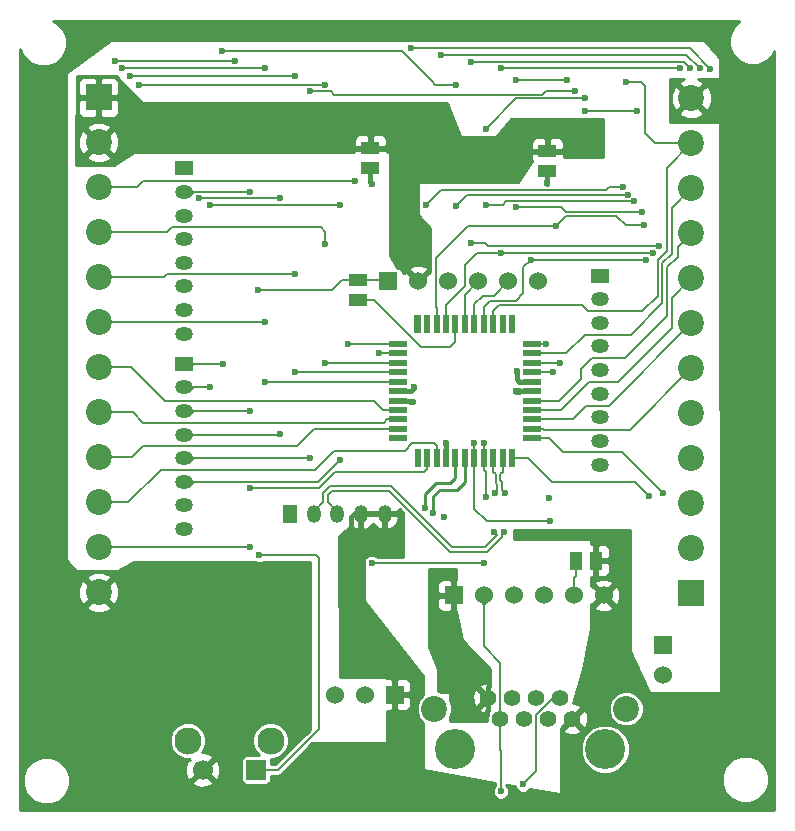
<source format=gtl>
G04 #@! TF.FileFunction,Copper,L1,Top,Signal*
%FSLAX46Y46*%
G04 Gerber Fmt 4.6, Leading zero omitted, Abs format (unit mm)*
G04 Created by KiCad (PCBNEW 4.1.0-alpha+201608161231+7059~46~ubuntu14.04.1-product) date Wed Aug 17 00:46:35 2016*
%MOMM*%
%LPD*%
G01*
G04 APERTURE LIST*
%ADD10C,0.100000*%
%ADD11C,0.381000*%
%ADD12C,1.400000*%
%ADD13C,3.400000*%
%ADD14C,2.200000*%
%ADD15R,1.524000X1.524000*%
%ADD16C,1.524000*%
%ADD17R,1.574800X1.066800*%
%ADD18R,1.066800X1.574800*%
%ADD19R,1.500000X0.550000*%
%ADD20R,0.550000X1.500000*%
%ADD21O,1.524000X1.200000*%
%ADD22R,1.524000X1.200000*%
%ADD23O,1.200000X1.524000*%
%ADD24R,1.200000X1.524000*%
%ADD25R,1.700000X1.700000*%
%ADD26C,1.700000*%
%ADD27C,2.300000*%
%ADD28R,2.200000X2.200000*%
%ADD29C,0.600000*%
%ADD30C,0.152400*%
%ADD31C,0.254000*%
%ADD32C,0.025400*%
G04 APERTURE END LIST*
D10*
D11*
X162323723Y-89687400D02*
X161713960Y-89806663D01*
X162323723Y-89687400D02*
X161713960Y-89587663D01*
D12*
X166444200Y-117475000D03*
X164414200Y-117475000D03*
X162384200Y-117475000D03*
X160354200Y-117475000D03*
X165424200Y-115695000D03*
X163394200Y-115695000D03*
X161364200Y-115695000D03*
X159334200Y-115695000D03*
D13*
X156544200Y-120015000D03*
X169244200Y-120015000D03*
D14*
X154764200Y-116585000D03*
X171024200Y-116585000D03*
D15*
X156413200Y-106984800D03*
D16*
X158953200Y-106984800D03*
X161493200Y-106984800D03*
X164033200Y-106984800D03*
X166573200Y-106984800D03*
X169113200Y-106984800D03*
D17*
X164338000Y-69367400D03*
X164338000Y-71094600D03*
X149352000Y-69113400D03*
X149352000Y-70840600D03*
D15*
X174091600Y-111175800D03*
D16*
X174091600Y-113715800D03*
D15*
X151409400Y-115392200D03*
D16*
X148869400Y-115392200D03*
X146329400Y-115392200D03*
D17*
X148336000Y-82016600D03*
X148336000Y-80289400D03*
D18*
X168452800Y-104038400D03*
X166725600Y-104038400D03*
D19*
X163053000Y-93687400D03*
X163053000Y-92887400D03*
X163053000Y-92087400D03*
X163053000Y-91287400D03*
X163053000Y-90487400D03*
X163053000Y-89687400D03*
X163053000Y-88887400D03*
X163053000Y-88087400D03*
X163053000Y-87287400D03*
X163053000Y-86487400D03*
X163053000Y-85687400D03*
D20*
X161353000Y-83987400D03*
X160553000Y-83987400D03*
X159753000Y-83987400D03*
X158953000Y-83987400D03*
X158153000Y-83987400D03*
X157353000Y-83987400D03*
X156553000Y-83987400D03*
X155753000Y-83987400D03*
X154953000Y-83987400D03*
X154153000Y-83987400D03*
D10*
G36*
X153628000Y-83237400D02*
X153628000Y-84737400D01*
X153078000Y-84737400D01*
X153078000Y-83237400D01*
X153628000Y-83237400D01*
X153628000Y-83237400D01*
G37*
D19*
X151653000Y-85687400D03*
X151653000Y-86487400D03*
X151653000Y-87287400D03*
X151653000Y-88087400D03*
X151653000Y-88887400D03*
X151653000Y-89687400D03*
X151653000Y-90487400D03*
X151653000Y-91287400D03*
X151653000Y-92087400D03*
X151653000Y-92887400D03*
X151653000Y-93687400D03*
D20*
X153353000Y-95387400D03*
X154153000Y-95387400D03*
X154953000Y-95387400D03*
X155753000Y-95387400D03*
X156553000Y-95387400D03*
X157353000Y-95387400D03*
X158153000Y-95387400D03*
X158953000Y-95387400D03*
X159753000Y-95387400D03*
X160553000Y-95387400D03*
X161353000Y-95387400D03*
D15*
X150876000Y-80391000D03*
D16*
X153416000Y-80391000D03*
X155956000Y-80391000D03*
X158496000Y-80391000D03*
X161036000Y-80391000D03*
X163576000Y-80391000D03*
D21*
X133598400Y-101368400D03*
X133598400Y-99368400D03*
X133598400Y-97368400D03*
X133598400Y-95368400D03*
X133598400Y-93368400D03*
X133598400Y-91368400D03*
X133598400Y-89368400D03*
D22*
X133598400Y-87368400D03*
D21*
X133598400Y-84828400D03*
X133598400Y-82828400D03*
X133598400Y-80828400D03*
X133598400Y-78828400D03*
X133598400Y-74828400D03*
X133598400Y-72828400D03*
X133598400Y-76828400D03*
D22*
X133598400Y-70828400D03*
D21*
X168808400Y-95908400D03*
X168808400Y-93908400D03*
X168808400Y-91908400D03*
X168808400Y-89908400D03*
X168808400Y-83908400D03*
X168808400Y-87908400D03*
X168808400Y-85908400D03*
X168808400Y-81908400D03*
D22*
X168808400Y-79908400D03*
D23*
X150558400Y-100068400D03*
X148558400Y-100068400D03*
X146558400Y-100068400D03*
D24*
X142558400Y-100068400D03*
D23*
X144558400Y-100068400D03*
D25*
X139675000Y-121768000D03*
D26*
X135153000Y-121768000D03*
D27*
X140919000Y-119278000D03*
X133909000Y-119278000D03*
D28*
X126339600Y-64820800D03*
D14*
X126339600Y-68630800D03*
X126339600Y-72440800D03*
X126339600Y-76250800D03*
X126339600Y-80060800D03*
X126339600Y-87680800D03*
X126339600Y-91490800D03*
X126339600Y-83870800D03*
X126339600Y-95300800D03*
X126339600Y-99110800D03*
X126339600Y-102920800D03*
X126339600Y-106730800D03*
D28*
X176530000Y-106807000D03*
D14*
X176530000Y-102997000D03*
X176530000Y-99187000D03*
X176530000Y-95377000D03*
X176530000Y-91567000D03*
X176530000Y-83947000D03*
X176530000Y-80137000D03*
X176530000Y-87757000D03*
X176530000Y-76327000D03*
X176530000Y-72517000D03*
X176530000Y-68707000D03*
X176530000Y-64897000D03*
D29*
X131841240Y-104808472D03*
X130304992Y-104808472D03*
X161865742Y-101797058D03*
X164465000Y-101727000D03*
X165354000Y-59690000D03*
X166674800Y-59690000D03*
X167995600Y-59690000D03*
X169316400Y-59690000D03*
X170637200Y-59690000D03*
X165354000Y-58801000D03*
X166674800Y-58801000D03*
X167995600Y-58801000D03*
X169316400Y-58801000D03*
X170637200Y-58801000D03*
X171958000Y-58801000D03*
X171958000Y-59690000D03*
X130304992Y-105915008D03*
X131836160Y-105907840D03*
X164338000Y-72056101D03*
X152957944Y-90603858D03*
X149479000Y-72136000D03*
X169329799Y-115950999D03*
X169270639Y-112395000D03*
X169291000Y-113580333D03*
X169291000Y-114765666D03*
X168275000Y-112395000D03*
X168275000Y-113580333D03*
X168275000Y-114765666D03*
X168275000Y-115950999D03*
X181457600Y-99212400D03*
X144932400Y-123596400D03*
X131836160Y-107076648D03*
X130304992Y-107076648D03*
X161713960Y-89697163D03*
X139960846Y-103580187D03*
X139827000Y-81153000D03*
X164815753Y-88093829D03*
X155589498Y-100357670D03*
X160401000Y-123571000D03*
X158933174Y-104270216D03*
X149479000Y-104267000D03*
X150114400Y-86487400D03*
X164218015Y-85683365D03*
X164481998Y-98711036D03*
X146799587Y-95499976D03*
X141732000Y-93345000D03*
X139162404Y-91365047D03*
X135763338Y-89374442D03*
X146817625Y-73918471D03*
X135763000Y-73914000D03*
X156619454Y-63738943D03*
X136833778Y-87360328D03*
X136824999Y-60914001D03*
X141736180Y-73378316D03*
X134861693Y-73376268D03*
X139182217Y-72818848D03*
X161702724Y-63385510D03*
X165989000Y-63373000D03*
X161697895Y-74131071D03*
X172339000Y-74549000D03*
X171704000Y-73602451D03*
X159140052Y-73902088D03*
X167564335Y-65966361D03*
X171948186Y-65980234D03*
X171187116Y-73055684D03*
X156591000Y-74041000D03*
X170763146Y-72398885D03*
X154051000Y-73914000D03*
X166641241Y-64277515D03*
X144272000Y-64282610D03*
X167548932Y-64908566D03*
X159140962Y-67475869D03*
X160701000Y-101600000D03*
X159847000Y-101600000D03*
X173253415Y-77990623D03*
X160401000Y-77978000D03*
X145544342Y-87276365D03*
X145542000Y-77216000D03*
X171003000Y-63500000D03*
X152783620Y-60643278D03*
X178123256Y-62384966D03*
X157876972Y-61787660D03*
X176414741Y-62346250D03*
X175532454Y-62346250D03*
X160422913Y-62345160D03*
X155330758Y-61220342D03*
X177243053Y-62346250D03*
X162941000Y-78613000D03*
X172720000Y-78613000D03*
X140454213Y-83868431D03*
X140462000Y-88900000D03*
X142998553Y-88067741D03*
X143002000Y-79756000D03*
X173782035Y-77384718D03*
X157857700Y-77125515D03*
X147469575Y-85680857D03*
X148082728Y-71913015D03*
X129794000Y-63754000D03*
X145542000Y-63754000D03*
X128360162Y-62359335D03*
X140462000Y-62357000D03*
X127752366Y-61760747D03*
X137914725Y-61765188D03*
X129032000Y-62992000D03*
X143002000Y-62992000D03*
X139162225Y-102875598D03*
X139138035Y-97922557D03*
X162268970Y-122986407D03*
X165447111Y-87292060D03*
X174117000Y-98298000D03*
X172944588Y-98561815D03*
X153961339Y-99551517D03*
X154678928Y-100014552D03*
X158152437Y-94107585D03*
X164578856Y-100669565D03*
X159119069Y-98620662D03*
X159004000Y-94107000D03*
X156464000Y-112522000D03*
X156464000Y-113474500D03*
X156464000Y-114427000D03*
X157607000Y-112522000D03*
X157607000Y-113474500D03*
X157607000Y-114427000D03*
X150495000Y-66548000D03*
X150495000Y-65786000D03*
X168496000Y-69469000D03*
X168496000Y-68469500D03*
X168496000Y-67470000D03*
X164211000Y-67691000D03*
X161735034Y-87979999D03*
X153070938Y-89337967D03*
X160743920Y-98289648D03*
X159889920Y-98289648D03*
X155743284Y-94123438D03*
X144272000Y-95377000D03*
X172538520Y-75652383D03*
X165100000Y-75692000D03*
D11*
X131841240Y-105478496D02*
X131841240Y-104780080D01*
X131836160Y-105907840D02*
X131836160Y-105483576D01*
X131836160Y-105483576D02*
X131841240Y-105478496D01*
X130304992Y-105915008D02*
X130304992Y-104808472D01*
X168021000Y-58801000D02*
X166624000Y-58801000D01*
X169418000Y-58801000D02*
X168021000Y-58801000D01*
X170561000Y-58801000D02*
X169418000Y-58801000D01*
X171958000Y-58801000D02*
X170561000Y-58801000D01*
X171958000Y-59690000D02*
X171658001Y-59390001D01*
X171658001Y-59390001D02*
X171241999Y-59390001D01*
X164338000Y-71094600D02*
X164338000Y-72056101D01*
X164338000Y-72136000D02*
X164338000Y-72056101D01*
X151653000Y-90487400D02*
X152841486Y-90487400D01*
X152841486Y-90487400D02*
X152957944Y-90603858D01*
X149352000Y-72009000D02*
X149479000Y-72136000D01*
X149352000Y-70840600D02*
X149352000Y-72009000D01*
X168275000Y-113665000D02*
X168275000Y-112395000D01*
X147701000Y-100330000D02*
X147701000Y-101346000D01*
X147962600Y-100068400D02*
X147701000Y-100330000D01*
X148558400Y-100068400D02*
X147962600Y-100068400D01*
X161723723Y-89687400D02*
X161713960Y-89697163D01*
X163053000Y-89687400D02*
X161723723Y-89687400D01*
D30*
X139675000Y-121768000D02*
X141503000Y-121768000D01*
X141503000Y-121768000D02*
X144995551Y-118275449D01*
X144995551Y-118275449D02*
X144995551Y-103844419D01*
X144995551Y-103844419D02*
X144731319Y-103580187D01*
X144731319Y-103580187D02*
X139960846Y-103580187D01*
X148336000Y-80289400D02*
X146936028Y-80289400D01*
X146936028Y-80289400D02*
X146101885Y-81123543D01*
X146101885Y-81123543D02*
X139856457Y-81123543D01*
X139856457Y-81123543D02*
X139827000Y-81153000D01*
X148336000Y-80289400D02*
X150774400Y-80289400D01*
X150774400Y-80289400D02*
X150876000Y-80391000D01*
X164809324Y-88087400D02*
X164815753Y-88093829D01*
X163053000Y-88087400D02*
X164809324Y-88087400D01*
X160354200Y-117475000D02*
X160354200Y-120049963D01*
X160354200Y-120049963D02*
X160401000Y-120096763D01*
X160401000Y-120096763D02*
X160401000Y-123571000D01*
X158936951Y-107013001D02*
X158936951Y-111286963D01*
X158936951Y-111286963D02*
X160354200Y-112704212D01*
X160354200Y-112704212D02*
X160354200Y-117472535D01*
X160354200Y-117472535D02*
X160356665Y-117475000D01*
X160356665Y-117475000D02*
X160354200Y-117475000D01*
X158929958Y-104267000D02*
X158933174Y-104270216D01*
X149479000Y-104267000D02*
X158929958Y-104267000D01*
X151653000Y-86487400D02*
X150114400Y-86487400D01*
X163053000Y-85687400D02*
X164213980Y-85687400D01*
X164213980Y-85687400D02*
X164218015Y-85683365D01*
X133598400Y-97368400D02*
X144934098Y-97368400D01*
X144934098Y-97368400D02*
X146800460Y-95502038D01*
X133598400Y-93368400D02*
X141708600Y-93368400D01*
X141708600Y-93368400D02*
X141732000Y-93345000D01*
X139159051Y-91368400D02*
X139162404Y-91365047D01*
X133598400Y-91368400D02*
X139159051Y-91368400D01*
X135757296Y-89368400D02*
X135763338Y-89374442D01*
X133598400Y-89368400D02*
X135757296Y-89368400D01*
X146813154Y-73914000D02*
X146817625Y-73918471D01*
X135763000Y-73914000D02*
X146813154Y-73914000D01*
X154862578Y-63740737D02*
X154559000Y-63437159D01*
X154559000Y-63437159D02*
X152035842Y-60914001D01*
X156619454Y-63738943D02*
X154860784Y-63738943D01*
X154860784Y-63738943D02*
X154559000Y-63437159D01*
X152035842Y-60914001D02*
X136824999Y-60914001D01*
X136825706Y-87368400D02*
X136833778Y-87360328D01*
X133598400Y-87368400D02*
X136825706Y-87368400D01*
X141734132Y-73376268D02*
X141736180Y-73378316D01*
X134861693Y-73376268D02*
X141734132Y-73376268D01*
X133598400Y-72828400D02*
X139172665Y-72828400D01*
X139172665Y-72828400D02*
X139182217Y-72818848D01*
X161715234Y-63373000D02*
X161702724Y-63385510D01*
X165989000Y-63373000D02*
X161715234Y-63373000D01*
X172339000Y-74549000D02*
X165922075Y-74549000D01*
X165922075Y-74549000D02*
X165504146Y-74131071D01*
X165504146Y-74131071D02*
X161713167Y-74131071D01*
X161713167Y-74131071D02*
X161711918Y-74132320D01*
X161671000Y-74157966D02*
X161697895Y-74131071D01*
X161671000Y-74295000D02*
X161671000Y-74157966D01*
X159140052Y-73902088D02*
X160558484Y-73902088D01*
X160558484Y-73902088D02*
X160858121Y-73602451D01*
X160858121Y-73602451D02*
X171699598Y-73602451D01*
X171699598Y-73602451D02*
X171704105Y-73606958D01*
X159131000Y-73787000D02*
X159131000Y-73893036D01*
X159131000Y-73893036D02*
X159140052Y-73902088D01*
X167578208Y-65980234D02*
X167564335Y-65966361D01*
X171948186Y-65980234D02*
X167578208Y-65980234D01*
X156591000Y-74041000D02*
X157576316Y-73055684D01*
X157576316Y-73055684D02*
X171171941Y-73055684D01*
X171171941Y-73055684D02*
X171180819Y-73064562D01*
X154051000Y-73914000D02*
X155329489Y-72635511D01*
X155329489Y-72635511D02*
X169314451Y-72635511D01*
X169314451Y-72635511D02*
X169551077Y-72398885D01*
X169551077Y-72398885D02*
X170763146Y-72398885D01*
X144272000Y-64282610D02*
X146004001Y-64282610D01*
X146004001Y-64282610D02*
X146304000Y-64582609D01*
X146304000Y-64582609D02*
X163888323Y-64582609D01*
X163888323Y-64582609D02*
X164193417Y-64277515D01*
X164193417Y-64277515D02*
X166641241Y-64277515D01*
X159140962Y-67475869D02*
X161708265Y-64908566D01*
X161708265Y-64908566D02*
X162087560Y-64908566D01*
X162087560Y-64908566D02*
X167548932Y-64908566D01*
X159215168Y-103327200D02*
X160477199Y-102065169D01*
X160477199Y-102065169D02*
X160477199Y-101823801D01*
X160477199Y-101823801D02*
X160701000Y-101600000D01*
X156125832Y-103327200D02*
X159215168Y-103327200D01*
X150918832Y-98120200D02*
X156125832Y-103327200D01*
X146134168Y-98120200D02*
X150918832Y-98120200D01*
X145761600Y-98492768D02*
X146134168Y-98120200D01*
X146558400Y-100068400D02*
X146558400Y-99906400D01*
X146558400Y-99906400D02*
X145761600Y-99109600D01*
X145761600Y-99109600D02*
X145761600Y-98492768D01*
X160070801Y-101823801D02*
X159847000Y-101600000D01*
X159046832Y-102920800D02*
X160070801Y-101896831D01*
X156294168Y-102920800D02*
X159046832Y-102920800D01*
X151087168Y-97713800D02*
X156294168Y-102920800D01*
X145965832Y-97713800D02*
X151087168Y-97713800D01*
X145355200Y-98324432D02*
X145965832Y-97713800D01*
X145355200Y-99109600D02*
X145355200Y-98324432D01*
X160070801Y-101896831D02*
X160070801Y-101823801D01*
X144558400Y-99906400D02*
X145355200Y-99109600D01*
X144558400Y-100068400D02*
X144558400Y-99906400D01*
X173240792Y-77978000D02*
X173253415Y-77990623D01*
X160401000Y-77978000D02*
X173240792Y-77978000D01*
X155753000Y-83987400D02*
X155753000Y-82372000D01*
X155753000Y-82372000D02*
X157353000Y-80772000D01*
X157353000Y-78994000D02*
X158369000Y-77978000D01*
X158369000Y-77978000D02*
X160401000Y-77978000D01*
X157353000Y-80772000D02*
X157353000Y-78994000D01*
X145555377Y-87287400D02*
X145544342Y-87276365D01*
X151653000Y-87287400D02*
X145555377Y-87287400D01*
X126339600Y-76250800D02*
X132156200Y-76250800D01*
X132156200Y-76250800D02*
X132591207Y-75815793D01*
X132591207Y-75815793D02*
X145166978Y-75815793D01*
X145166978Y-75815793D02*
X145542000Y-76190815D01*
X145542000Y-76190815D02*
X145542000Y-77216000D01*
X159753000Y-83987400D02*
X159753000Y-82944000D01*
X174441307Y-77843130D02*
X174441307Y-70795693D01*
X159753000Y-82944000D02*
X160274000Y-82423000D01*
X160274000Y-82423000D02*
X167259000Y-82423000D01*
X174441307Y-70795693D02*
X176530000Y-68707000D01*
X167259000Y-82423000D02*
X167767000Y-82931000D01*
X167767000Y-82931000D02*
X172339000Y-82931000D01*
X173671053Y-78613384D02*
X174441307Y-77843130D01*
X172339000Y-82931000D02*
X173671053Y-81598947D01*
X173671053Y-81598947D02*
X173671053Y-78613384D01*
X171003000Y-63500000D02*
X171004433Y-63498567D01*
X171004433Y-63498567D02*
X172251207Y-63498567D01*
X172251207Y-63498567D02*
X172628560Y-63875920D01*
X172628560Y-63875920D02*
X172628560Y-67854199D01*
X172628560Y-67854199D02*
X173481361Y-68707000D01*
X173481361Y-68707000D02*
X176530000Y-68707000D01*
X176530000Y-68707000D02*
X176530000Y-68834000D01*
X176530000Y-68707000D02*
X175641000Y-68707000D01*
X152783620Y-60643278D02*
X176381568Y-60643278D01*
X176381568Y-60643278D02*
X178123256Y-62384966D01*
X176530000Y-83947000D02*
X176530000Y-84074000D01*
X176530000Y-83947000D02*
X176403000Y-83947000D01*
X163053000Y-92087400D02*
X166489928Y-92087400D01*
X166489928Y-92087400D02*
X167645328Y-90932000D01*
X167645328Y-90932000D02*
X169545000Y-90932000D01*
X169545000Y-90932000D02*
X176530000Y-83947000D01*
X163053000Y-90487400D02*
X165348001Y-90487400D01*
X165348001Y-90487400D02*
X167193800Y-88641601D01*
X167193800Y-88641601D02*
X167193800Y-87830399D01*
X167193800Y-87830399D02*
X168156199Y-86868000D01*
X168156199Y-86868000D02*
X170942000Y-86868000D01*
X170942000Y-86868000D02*
X174466355Y-83343645D01*
X174466355Y-79212265D02*
X175357703Y-78320917D01*
X174466355Y-83343645D02*
X174466355Y-79212265D01*
X175357703Y-78320917D02*
X175357703Y-77499297D01*
X175357703Y-77499297D02*
X176530000Y-76327000D01*
X176414741Y-62317246D02*
X175885155Y-61787660D01*
X175885155Y-61787660D02*
X157865646Y-61787660D01*
X157865646Y-61787660D02*
X157859808Y-61793498D01*
X163053000Y-86487400D02*
X165934342Y-86487400D01*
X165934342Y-86487400D02*
X167513795Y-84907947D01*
X171378053Y-84907947D02*
X174065898Y-82220102D01*
X167513795Y-84907947D02*
X171378053Y-84907947D01*
X174065898Y-82220102D02*
X174065898Y-78856303D01*
X174065898Y-78856303D02*
X174867331Y-78054870D01*
X174867331Y-78054870D02*
X174867331Y-74179669D01*
X174867331Y-74179669D02*
X176530000Y-72517000D01*
X176530000Y-72517000D02*
X176530000Y-72644000D01*
X176530000Y-72517000D02*
X176403000Y-72517000D01*
X175531364Y-62345160D02*
X175532454Y-62346250D01*
X160422913Y-62345160D02*
X175531364Y-62345160D01*
X176530000Y-80137000D02*
X174883274Y-81783726D01*
X174883274Y-81783726D02*
X174883274Y-84323726D01*
X165458186Y-91287400D02*
X163053000Y-91287400D01*
X174883274Y-84323726D02*
X170307000Y-88900000D01*
X170307000Y-88900000D02*
X167845586Y-88900000D01*
X167845586Y-88900000D02*
X165458186Y-91287400D01*
X155332269Y-61217240D02*
X155335371Y-61220342D01*
X155335371Y-61220342D02*
X176117145Y-61220342D01*
X177243053Y-62346250D02*
X176117145Y-61220342D01*
X176117145Y-61220342D02*
X176115011Y-61220342D01*
X176530000Y-80137000D02*
X176530000Y-80264000D01*
X176530000Y-80137000D02*
X176403000Y-80137000D01*
X158953000Y-83987400D02*
X158953000Y-82558304D01*
X162312543Y-79223744D02*
X162930352Y-78605935D01*
X158953000Y-82558304D02*
X159493304Y-82018000D01*
X159493304Y-82018000D02*
X161695000Y-82018000D01*
X161695000Y-82018000D02*
X162312543Y-81400457D01*
X162312543Y-81400457D02*
X162312543Y-79223744D01*
X172720000Y-78613000D02*
X162955254Y-78613000D01*
X162951550Y-78613000D02*
X162941000Y-78613000D01*
X162955254Y-78613000D02*
X162953402Y-78611148D01*
X162953402Y-78611148D02*
X162951550Y-78613000D01*
X140451844Y-83870800D02*
X140454213Y-83868431D01*
X126339600Y-83870800D02*
X140451844Y-83870800D01*
X150738000Y-88900000D02*
X140462000Y-88900000D01*
X151653000Y-88887400D02*
X150750600Y-88887400D01*
X150750600Y-88887400D02*
X150738000Y-88900000D01*
X143018212Y-88087400D02*
X142998553Y-88067741D01*
X151653000Y-88087400D02*
X143018212Y-88087400D01*
X126339600Y-80060800D02*
X131882642Y-80060800D01*
X131882642Y-80060800D02*
X132130125Y-79813317D01*
X132130125Y-79813317D02*
X142944683Y-79813317D01*
X142944683Y-79813317D02*
X143002000Y-79756000D01*
X173782035Y-77384718D02*
X159307749Y-77384718D01*
X159307749Y-77384718D02*
X159048546Y-77125515D01*
X159048546Y-77125515D02*
X157857700Y-77125515D01*
X176530000Y-87757000D02*
X176530000Y-87884000D01*
X176530000Y-87757000D02*
X176403000Y-87757000D01*
X163053000Y-92887400D02*
X163955400Y-92887400D01*
X163955400Y-92887400D02*
X164023050Y-92955050D01*
X164023050Y-92955050D02*
X171331950Y-92955050D01*
X171331950Y-92955050D02*
X176530000Y-87757000D01*
X147476118Y-85687400D02*
X147469575Y-85680857D01*
X151653000Y-85687400D02*
X147476118Y-85687400D01*
X126339600Y-72440800D02*
X129552835Y-72440800D01*
X129552835Y-72440800D02*
X130080620Y-71913015D01*
X130080620Y-71913015D02*
X148082728Y-71913015D01*
X126339600Y-99110800D02*
X128845744Y-99110800D01*
X128845744Y-99110800D02*
X131595499Y-96361045D01*
X144681203Y-96361045D02*
X146300248Y-94742000D01*
X131595499Y-96361045D02*
X144681203Y-96361045D01*
X146300248Y-94742000D02*
X152260526Y-94742000D01*
X152260526Y-94742000D02*
X152879488Y-94123038D01*
X152879488Y-94123038D02*
X154717564Y-94123038D01*
X154717564Y-94123038D02*
X154953000Y-94358474D01*
X154953000Y-94358474D02*
X154953000Y-95387400D01*
X145542000Y-63754000D02*
X129794000Y-63754000D01*
X126339600Y-91490800D02*
X129239202Y-91490800D01*
X130110401Y-92361999D02*
X150476001Y-92361999D01*
X129239202Y-91490800D02*
X130110401Y-92361999D01*
X150476001Y-92361999D02*
X150750600Y-92087400D01*
X150750600Y-92087400D02*
X151653000Y-92087400D01*
X128362497Y-62357000D02*
X128360162Y-62359335D01*
X140462000Y-62357000D02*
X128362497Y-62357000D01*
X151653000Y-91287400D02*
X150443127Y-91287400D01*
X150443127Y-91287400D02*
X149695517Y-90539790D01*
X149695517Y-90539790D02*
X131932171Y-90539790D01*
X131932171Y-90539790D02*
X129073181Y-87680800D01*
X129073181Y-87680800D02*
X126339600Y-87680800D01*
X127756807Y-61765188D02*
X127752366Y-61760747D01*
X137914725Y-61765188D02*
X127756807Y-61765188D01*
X126339600Y-95300800D02*
X129129802Y-95300800D01*
X144612862Y-92887400D02*
X151653000Y-92887400D01*
X129129802Y-95300800D02*
X130066957Y-94363645D01*
X130066957Y-94363645D02*
X143136617Y-94363645D01*
X143136617Y-94363645D02*
X144612862Y-92887400D01*
X129032000Y-62992000D02*
X143002000Y-62992000D01*
X154153000Y-95387400D02*
X154153000Y-96289800D01*
X154153000Y-96289800D02*
X153922800Y-96520000D01*
X153922800Y-96520000D02*
X146371888Y-96520000D01*
X146371888Y-96520000D02*
X144969331Y-97922557D01*
X139137348Y-97922557D02*
X139136211Y-97923694D01*
X144969331Y-97922557D02*
X139137348Y-97922557D01*
X139117023Y-102920800D02*
X139162225Y-102875598D01*
X126339600Y-102920800D02*
X139117023Y-102920800D01*
X166725600Y-104038400D02*
X166725600Y-105371063D01*
X166725600Y-105371063D02*
X166573200Y-105523463D01*
X166573200Y-105523463D02*
X166573200Y-106984800D01*
X163360545Y-121894832D02*
X163360545Y-117137504D01*
X163360545Y-117137504D02*
X164803049Y-115695000D01*
X164803049Y-115695000D02*
X165424200Y-115695000D01*
X162268970Y-122986407D02*
X163360545Y-121894832D01*
X165442451Y-87287400D02*
X165447111Y-87292060D01*
X163053000Y-87287400D02*
X165442451Y-87287400D01*
X158496000Y-80391000D02*
X157353000Y-81534000D01*
X157353000Y-81534000D02*
X157353000Y-83987400D01*
X158153000Y-83987400D02*
X158153000Y-82332679D01*
X158153000Y-82332679D02*
X158877000Y-81608679D01*
X158877000Y-81608679D02*
X159818321Y-81608679D01*
X159818321Y-81608679D02*
X161036000Y-80391000D01*
X163053000Y-93687400D02*
X164517332Y-93687400D01*
X164517332Y-93687400D02*
X165698932Y-94869000D01*
X165698932Y-94869000D02*
X170675307Y-94869000D01*
X174111655Y-98305348D02*
X174115342Y-98305348D01*
X170675307Y-94869000D02*
X174111655Y-98305348D01*
X174115342Y-98305348D02*
X173990000Y-98180006D01*
X174117000Y-111150400D02*
X174091600Y-111175800D01*
X161353000Y-95387400D02*
X162690486Y-95387400D01*
X162690486Y-95387400D02*
X164712086Y-97409000D01*
X164712086Y-97409000D02*
X171780501Y-97409000D01*
X171780501Y-97409000D02*
X172936730Y-98565229D01*
X156553000Y-83987400D02*
X156553000Y-85509000D01*
X156553000Y-85509000D02*
X156083000Y-85979000D01*
X156083000Y-85979000D02*
X153628361Y-85979000D01*
X153628361Y-85979000D02*
X149665961Y-82016600D01*
X149665961Y-82016600D02*
X148336000Y-82016600D01*
D31*
X153961339Y-99551517D02*
X153961339Y-98439918D01*
X153961339Y-98439918D02*
X154904857Y-97496400D01*
X154904857Y-97496400D02*
X156122600Y-97496400D01*
X156122600Y-97496400D02*
X156553000Y-97066000D01*
X156553000Y-97066000D02*
X156553000Y-96391400D01*
X156553000Y-96391400D02*
X156553000Y-95387400D01*
X153780517Y-99551517D02*
X153961339Y-99551517D01*
X154678928Y-100014552D02*
X154678928Y-98596869D01*
X154678928Y-98596869D02*
X155231797Y-98044000D01*
X155231797Y-98044000D02*
X156718000Y-98044000D01*
X156718000Y-98044000D02*
X157353000Y-97409000D01*
X157353000Y-97409000D02*
X157353000Y-96391400D01*
X157353000Y-96391400D02*
X157353000Y-95387400D01*
D30*
X164578856Y-100669565D02*
X159188628Y-100669565D01*
X159188628Y-100669565D02*
X158153000Y-99633937D01*
X158153000Y-99633937D02*
X158153000Y-95387400D01*
X158153000Y-95387400D02*
X158153000Y-94108148D01*
X158153000Y-94108148D02*
X158152437Y-94107585D01*
X159119069Y-96526347D02*
X159119069Y-98620662D01*
X158953000Y-96360278D02*
X159119069Y-96526347D01*
X158953000Y-95387400D02*
X158953000Y-96360278D01*
X159004000Y-94107000D02*
X159004000Y-95336400D01*
X159004000Y-95336400D02*
X158953000Y-95387400D01*
D11*
X156464000Y-113538000D02*
X156464000Y-112522000D01*
X157182736Y-114427000D02*
X156464000Y-114427000D01*
X157607000Y-114427000D02*
X157182736Y-114427000D01*
X157607000Y-114427000D02*
X157607000Y-113538000D01*
X157607000Y-116967000D02*
X157607000Y-114427000D01*
X158062200Y-116967000D02*
X157607000Y-116967000D01*
X159334200Y-115695000D02*
X158062200Y-116967000D01*
X159258000Y-116761149D02*
X159258000Y-117094000D01*
X159334200Y-115695000D02*
X159334200Y-116684949D01*
X159334200Y-116684949D02*
X159258000Y-116761149D01*
X159385000Y-114654251D02*
X159385000Y-114046000D01*
X159334200Y-115695000D02*
X159334200Y-114705051D01*
X159334200Y-114705051D02*
X159385000Y-114654251D01*
X168529000Y-68580000D02*
X168529000Y-69469000D01*
X161735034Y-88404263D02*
X161735034Y-87979999D01*
X161922000Y-88887400D02*
X161735034Y-88700434D01*
X161735034Y-88700434D02*
X161735034Y-88404263D01*
X163053000Y-88887400D02*
X161922000Y-88887400D01*
X152784000Y-89687400D02*
X153070938Y-89400462D01*
X151653000Y-89687400D02*
X152784000Y-89687400D01*
X153070938Y-89400462D02*
X153070938Y-89337967D01*
D30*
X160520119Y-98065847D02*
X160743920Y-98289648D01*
X160356200Y-97233168D02*
X160520119Y-97397087D01*
X160520119Y-97397087D02*
X160520119Y-98065847D01*
X160553000Y-95387400D02*
X160553000Y-96512400D01*
X160553000Y-96512400D02*
X160356200Y-96709200D01*
X160356200Y-96709200D02*
X160356200Y-97233168D01*
X159753000Y-95387400D02*
X159753000Y-96512400D01*
X159753000Y-96512400D02*
X159949800Y-96709200D01*
X159949800Y-96709200D02*
X159949800Y-97448856D01*
X160113721Y-98065847D02*
X159889920Y-98289648D01*
X159949800Y-97448856D02*
X160113721Y-97612777D01*
X160113721Y-97612777D02*
X160113721Y-98065847D01*
X155743284Y-94148284D02*
X155743284Y-94123438D01*
X155753000Y-94158000D02*
X155743284Y-94148284D01*
D11*
X155753000Y-95387400D02*
X155753000Y-94158000D01*
D30*
X133598400Y-95368400D02*
X144263400Y-95368400D01*
X144263400Y-95368400D02*
X144272000Y-95377000D01*
X165100000Y-75692000D02*
X165924303Y-74867697D01*
X165924303Y-74867697D02*
X170178183Y-74867697D01*
X170968480Y-75657994D02*
X172515751Y-75657994D01*
X170178183Y-74867697D02*
X170968480Y-75657994D01*
X165100000Y-75692000D02*
X165096226Y-75688226D01*
X165096226Y-75688226D02*
X157610774Y-75688226D01*
X157610774Y-75688226D02*
X154910406Y-78388594D01*
X154910406Y-78388594D02*
X154910406Y-82547875D01*
X154910406Y-82547875D02*
X154953000Y-82590469D01*
X154953000Y-82590469D02*
X154953000Y-83987400D01*
D31*
G36*
X180045013Y-58938313D02*
X179740347Y-59672029D01*
X179739654Y-60466485D01*
X180043038Y-61200732D01*
X180604313Y-61762987D01*
X181338029Y-62067653D01*
X182132485Y-62068346D01*
X182866732Y-61764962D01*
X183428987Y-61203687D01*
X183551000Y-60909848D01*
X183551000Y-125131000D01*
X119725000Y-125131000D01*
X119725000Y-123077485D01*
X119922654Y-123077485D01*
X120226038Y-123811732D01*
X120787313Y-124373987D01*
X121521029Y-124678653D01*
X122315485Y-124679346D01*
X123049732Y-124375962D01*
X123611987Y-123814687D01*
X123916653Y-123080971D01*
X123916887Y-122811958D01*
X134288647Y-122811958D01*
X134368920Y-123063259D01*
X134924279Y-123264718D01*
X135514458Y-123238315D01*
X135937080Y-123063259D01*
X136017353Y-122811958D01*
X135153000Y-121947605D01*
X134288647Y-122811958D01*
X123916887Y-122811958D01*
X123917346Y-122286515D01*
X123613962Y-121552268D01*
X123052687Y-120990013D01*
X122318971Y-120685347D01*
X121524515Y-120684654D01*
X120790268Y-120988038D01*
X120228013Y-121549313D01*
X119923347Y-122283029D01*
X119922654Y-123077485D01*
X119725000Y-123077485D01*
X119725000Y-119584367D01*
X132361732Y-119584367D01*
X132596752Y-120153161D01*
X133031550Y-120588718D01*
X133599933Y-120824731D01*
X134030499Y-120825107D01*
X134109040Y-120903648D01*
X133857741Y-120983920D01*
X133656282Y-121539279D01*
X133682685Y-122129458D01*
X133857741Y-122552080D01*
X134109042Y-122632353D01*
X134973395Y-121768000D01*
X135332605Y-121768000D01*
X136196958Y-122632353D01*
X136448259Y-122552080D01*
X136649718Y-121996721D01*
X136623315Y-121406542D01*
X136448259Y-120983920D01*
X136196958Y-120903647D01*
X135332605Y-121768000D01*
X134973395Y-121768000D01*
X134959253Y-121753858D01*
X135138858Y-121574253D01*
X135153000Y-121588395D01*
X136017353Y-120724042D01*
X135937080Y-120472741D01*
X135381721Y-120271282D01*
X135090639Y-120284304D01*
X135219718Y-120155450D01*
X135455731Y-119587067D01*
X135456268Y-118971633D01*
X135221248Y-118402839D01*
X134786450Y-117967282D01*
X134218067Y-117731269D01*
X133602633Y-117730732D01*
X133033839Y-117965752D01*
X132598282Y-118400550D01*
X132362269Y-118968933D01*
X132361732Y-119584367D01*
X119725000Y-119584367D01*
X119725000Y-108839000D01*
X128270000Y-108839000D01*
X128270000Y-108966000D01*
X128397000Y-108966000D01*
X128397000Y-108839000D01*
X128270000Y-108839000D01*
X119725000Y-108839000D01*
X119725000Y-107955668D01*
X125294337Y-107955668D01*
X125405241Y-108232899D01*
X126051193Y-108476123D01*
X126741053Y-108453636D01*
X127273959Y-108232899D01*
X127384863Y-107955668D01*
X126339600Y-106910405D01*
X125294337Y-107955668D01*
X119725000Y-107955668D01*
X119725000Y-106442393D01*
X124594277Y-106442393D01*
X124616764Y-107132253D01*
X124837501Y-107665159D01*
X125114732Y-107776063D01*
X126159995Y-106730800D01*
X126519205Y-106730800D01*
X127564468Y-107776063D01*
X127841699Y-107665159D01*
X128084923Y-107019207D01*
X128062436Y-106329347D01*
X127841699Y-105796441D01*
X127564468Y-105685537D01*
X126519205Y-106730800D01*
X126159995Y-106730800D01*
X125114732Y-105685537D01*
X124837501Y-105796441D01*
X124594277Y-106442393D01*
X119725000Y-106442393D01*
X119725000Y-105505932D01*
X125294337Y-105505932D01*
X126339600Y-106551195D01*
X127384863Y-105505932D01*
X127273959Y-105228701D01*
X126628007Y-104985477D01*
X125938147Y-105007964D01*
X125405241Y-105228701D01*
X125294337Y-105505932D01*
X119725000Y-105505932D01*
X119725000Y-62865000D01*
X123571000Y-62865000D01*
X123571000Y-104110461D01*
X123656834Y-104109874D01*
X124452593Y-104886224D01*
X124476846Y-104902000D01*
X128000464Y-104902000D01*
X128042011Y-104891157D01*
X128251564Y-104775000D01*
X128270000Y-104775000D01*
X128270000Y-104902000D01*
X128397000Y-104902000D01*
X128397000Y-104775000D01*
X128270000Y-104775000D01*
X128251564Y-104775000D01*
X129369705Y-104155207D01*
X139539744Y-104144917D01*
X139565512Y-104170730D01*
X139821596Y-104277066D01*
X140098880Y-104277308D01*
X140355149Y-104171419D01*
X140382552Y-104144064D01*
X144271832Y-104140129D01*
X144253031Y-118348763D01*
X141306994Y-121294800D01*
X140929777Y-121294800D01*
X140929777Y-120918000D01*
X140911277Y-120824994D01*
X141225367Y-120825268D01*
X141794161Y-120590248D01*
X142229718Y-120155450D01*
X142465731Y-119587067D01*
X142466268Y-118971633D01*
X142231248Y-118402839D01*
X141796450Y-117967282D01*
X141228067Y-117731269D01*
X140612633Y-117730732D01*
X140043839Y-117965752D01*
X139608282Y-118400550D01*
X139372269Y-118968933D01*
X139371732Y-119584367D01*
X139606752Y-120153161D01*
X139966187Y-120513223D01*
X138825000Y-120513223D01*
X138670099Y-120544035D01*
X138538779Y-120631779D01*
X138451035Y-120763099D01*
X138420223Y-120918000D01*
X138420223Y-122618000D01*
X138451035Y-122772901D01*
X138538779Y-122904221D01*
X138670099Y-122991965D01*
X138825000Y-123022777D01*
X140525000Y-123022777D01*
X140679901Y-122991965D01*
X140811221Y-122904221D01*
X140898965Y-122772901D01*
X140929777Y-122618000D01*
X140929777Y-122241200D01*
X141503000Y-122241200D01*
X141684086Y-122205180D01*
X141837603Y-122102603D01*
X144443261Y-119496945D01*
X150621793Y-119507000D01*
X150670410Y-119497412D01*
X150711656Y-119469949D01*
X150739253Y-119428792D01*
X150749000Y-119380000D01*
X150749000Y-116789200D01*
X151123650Y-116789200D01*
X151282400Y-116630450D01*
X151282400Y-115519200D01*
X151536400Y-115519200D01*
X151536400Y-116630450D01*
X151695150Y-116789200D01*
X152297709Y-116789200D01*
X152531098Y-116692527D01*
X152709727Y-116513899D01*
X152806400Y-116280510D01*
X152806400Y-115677950D01*
X152647650Y-115519200D01*
X151536400Y-115519200D01*
X151282400Y-115519200D01*
X151262400Y-115519200D01*
X151262400Y-115265200D01*
X151282400Y-115265200D01*
X151282400Y-114153950D01*
X151536400Y-114153950D01*
X151536400Y-115265200D01*
X152647650Y-115265200D01*
X152806400Y-115106450D01*
X152806400Y-114503890D01*
X152709727Y-114270501D01*
X152531098Y-114091873D01*
X152297709Y-113995200D01*
X151695150Y-113995200D01*
X151536400Y-114153950D01*
X151282400Y-114153950D01*
X151123650Y-113995200D01*
X150737864Y-113995200D01*
X150711803Y-113956197D01*
X150670601Y-113928667D01*
X150622000Y-113919000D01*
X146810684Y-113919000D01*
X146685653Y-101916032D01*
X147722687Y-101118313D01*
X147803115Y-101210415D01*
X148240791Y-101423862D01*
X148431400Y-101299131D01*
X148431400Y-100195400D01*
X148685400Y-100195400D01*
X148685400Y-101299131D01*
X148876009Y-101423862D01*
X149313685Y-101210415D01*
X149558400Y-100930180D01*
X149803115Y-101210415D01*
X150240791Y-101423862D01*
X150431400Y-101299131D01*
X150431400Y-100195400D01*
X150685400Y-100195400D01*
X150685400Y-101299131D01*
X150876009Y-101423862D01*
X151313685Y-101210415D01*
X151631228Y-100846781D01*
X151785443Y-100389308D01*
X151636445Y-100195400D01*
X150685400Y-100195400D01*
X150431400Y-100195400D01*
X148685400Y-100195400D01*
X148431400Y-100195400D01*
X148411400Y-100195400D01*
X148411400Y-99941400D01*
X148431400Y-99941400D01*
X148431400Y-99921400D01*
X148685400Y-99921400D01*
X148685400Y-99941400D01*
X150431400Y-99941400D01*
X150431400Y-99921400D01*
X150685400Y-99921400D01*
X150685400Y-99941400D01*
X151636445Y-99941400D01*
X151785443Y-99747492D01*
X151767748Y-99695000D01*
X151824426Y-99695000D01*
X152146000Y-100016574D01*
X152146000Y-103759000D01*
X149956733Y-103759000D01*
X149874334Y-103676457D01*
X149618250Y-103570121D01*
X149340966Y-103569879D01*
X149084697Y-103675768D01*
X149001320Y-103759000D01*
X148971000Y-103759000D01*
X148922399Y-103768667D01*
X148881197Y-103796197D01*
X148853667Y-103837399D01*
X148844000Y-103886000D01*
X148844000Y-103978730D01*
X148782121Y-104127750D01*
X148781879Y-104405034D01*
X148844000Y-104555377D01*
X148844000Y-107442000D01*
X148853667Y-107490601D01*
X148870860Y-107520109D01*
X153797142Y-113835855D01*
X153802318Y-115429972D01*
X153495845Y-115735910D01*
X153267460Y-116285922D01*
X153266941Y-116881465D01*
X153494365Y-117431875D01*
X153809843Y-117747905D01*
X153822401Y-121615612D01*
X153832226Y-121664181D01*
X153859889Y-121705294D01*
X153901180Y-121732690D01*
X153926584Y-121740134D01*
X159927800Y-122836124D01*
X159927800Y-123058528D01*
X159810457Y-123175666D01*
X159704121Y-123431750D01*
X159703879Y-123709034D01*
X159809768Y-123965303D01*
X160005666Y-124161543D01*
X160261750Y-124267879D01*
X160539034Y-124268121D01*
X160795303Y-124162232D01*
X160991543Y-123966334D01*
X161097879Y-123710250D01*
X161098121Y-123432966D01*
X160992232Y-123176697D01*
X160874200Y-123058459D01*
X160874200Y-123008964D01*
X161577182Y-123137348D01*
X161677738Y-123380710D01*
X161873636Y-123576950D01*
X162129720Y-123683286D01*
X162407004Y-123683528D01*
X162663273Y-123577639D01*
X162859513Y-123381741D01*
X162863451Y-123372257D01*
X165331184Y-123822934D01*
X165380730Y-123822155D01*
X165426208Y-123802475D01*
X165460692Y-123766890D01*
X165481000Y-123698000D01*
X165481000Y-122950485D01*
X179104654Y-122950485D01*
X179408038Y-123684732D01*
X179969313Y-124246987D01*
X180703029Y-124551653D01*
X181497485Y-124552346D01*
X182231732Y-124248962D01*
X182793987Y-123687687D01*
X183098653Y-122953971D01*
X183099346Y-122159515D01*
X182795962Y-121425268D01*
X182234687Y-120863013D01*
X181500971Y-120558347D01*
X180706515Y-120557654D01*
X179972268Y-120861038D01*
X179410013Y-121422313D01*
X179105347Y-122156029D01*
X179104654Y-122950485D01*
X165481000Y-122950485D01*
X165481000Y-120430289D01*
X167146836Y-120430289D01*
X167465413Y-121201303D01*
X168054794Y-121791714D01*
X168825251Y-122111636D01*
X169659489Y-122112364D01*
X170430503Y-121793787D01*
X171020914Y-121204406D01*
X171340836Y-120433949D01*
X171341564Y-119599711D01*
X171022987Y-118828697D01*
X170433606Y-118238286D01*
X169663149Y-117918364D01*
X168828911Y-117917636D01*
X168057897Y-118236213D01*
X167467486Y-118825594D01*
X167147564Y-119596051D01*
X167146836Y-120430289D01*
X165481000Y-120430289D01*
X165481000Y-118410275D01*
X165688531Y-118410275D01*
X165750369Y-118646042D01*
X166251322Y-118822419D01*
X166781640Y-118793664D01*
X167138031Y-118646042D01*
X167199869Y-118410275D01*
X166444200Y-117654605D01*
X165688531Y-118410275D01*
X165481000Y-118410275D01*
X165481000Y-118223345D01*
X165508925Y-118230669D01*
X166264595Y-117475000D01*
X166623805Y-117475000D01*
X167379475Y-118230669D01*
X167615242Y-118168831D01*
X167791619Y-117667878D01*
X167762864Y-117137560D01*
X167656786Y-116881465D01*
X169526941Y-116881465D01*
X169754365Y-117431875D01*
X170175110Y-117853355D01*
X170725122Y-118081740D01*
X171320665Y-118082259D01*
X171871075Y-117854835D01*
X172292555Y-117434090D01*
X172520940Y-116884078D01*
X172521459Y-116288535D01*
X172294035Y-115738125D01*
X171873290Y-115316645D01*
X171323278Y-115088260D01*
X170727735Y-115087741D01*
X170177325Y-115315165D01*
X169755845Y-115735910D01*
X169527460Y-116285922D01*
X169526941Y-116881465D01*
X167656786Y-116881465D01*
X167615242Y-116781169D01*
X167379475Y-116719331D01*
X166623805Y-117475000D01*
X166264595Y-117475000D01*
X166250452Y-117460858D01*
X166430058Y-117281252D01*
X166444200Y-117295395D01*
X167199869Y-116539725D01*
X167138031Y-116303958D01*
X166637078Y-116127581D01*
X166478787Y-116136164D01*
X166491498Y-116114978D01*
X167380498Y-113193978D01*
X167383877Y-113180125D01*
X168018877Y-109751125D01*
X168021000Y-109728000D01*
X168021000Y-107965013D01*
X168312592Y-107965013D01*
X168382057Y-108207197D01*
X168905502Y-108393944D01*
X169460568Y-108366162D01*
X169844343Y-108207197D01*
X169913808Y-107965013D01*
X169113200Y-107164405D01*
X168312592Y-107965013D01*
X168021000Y-107965013D01*
X168021000Y-107753287D01*
X168132987Y-107785408D01*
X168933595Y-106984800D01*
X169292805Y-106984800D01*
X170093413Y-107785408D01*
X170335597Y-107715943D01*
X170522344Y-107192498D01*
X170494562Y-106637432D01*
X170335597Y-106253657D01*
X170093413Y-106184192D01*
X169292805Y-106984800D01*
X168933595Y-106984800D01*
X168132987Y-106184192D01*
X168021000Y-106216313D01*
X168021000Y-106004587D01*
X168312592Y-106004587D01*
X169113200Y-106805195D01*
X169913808Y-106004587D01*
X169844343Y-105762403D01*
X169320898Y-105575656D01*
X168765832Y-105603438D01*
X168382057Y-105762403D01*
X168312592Y-106004587D01*
X168021000Y-106004587D01*
X168021000Y-105460800D01*
X168167050Y-105460800D01*
X168325800Y-105302050D01*
X168325800Y-104165400D01*
X168579800Y-104165400D01*
X168579800Y-105302050D01*
X168738550Y-105460800D01*
X169112509Y-105460800D01*
X169345898Y-105364127D01*
X169524527Y-105185499D01*
X169621200Y-104952110D01*
X169621200Y-104324150D01*
X169462450Y-104165400D01*
X168579800Y-104165400D01*
X168325800Y-104165400D01*
X168305800Y-104165400D01*
X168305800Y-103911400D01*
X168325800Y-103911400D01*
X168325800Y-102774750D01*
X168579800Y-102774750D01*
X168579800Y-103911400D01*
X169462450Y-103911400D01*
X169621200Y-103752650D01*
X169621200Y-103124690D01*
X169524527Y-102891301D01*
X169345898Y-102712673D01*
X169112509Y-102616000D01*
X168738550Y-102616000D01*
X168579800Y-102774750D01*
X168325800Y-102774750D01*
X168167050Y-102616000D01*
X168021000Y-102616000D01*
X168021000Y-102362000D01*
X168011333Y-102313399D01*
X167983803Y-102272197D01*
X167942601Y-102244667D01*
X167894000Y-102235000D01*
X161544000Y-102235000D01*
X161544000Y-101473000D01*
X171323000Y-101473000D01*
X171323000Y-111633000D01*
X171334758Y-111686368D01*
X172960358Y-115196648D01*
X172989553Y-115236687D01*
X173031848Y-115262506D01*
X173075822Y-115270280D01*
X178887342Y-115260120D01*
X178935926Y-115250368D01*
X178977079Y-115222765D01*
X179004537Y-115181516D01*
X179014120Y-115133066D01*
X178993800Y-67035626D01*
X178984112Y-66987030D01*
X178956565Y-66945840D01*
X178915351Y-66918327D01*
X178867104Y-66908680D01*
X174752000Y-66898823D01*
X174752000Y-66121868D01*
X175484737Y-66121868D01*
X175595641Y-66399099D01*
X176241593Y-66642323D01*
X176931453Y-66619836D01*
X177464359Y-66399099D01*
X177575263Y-66121868D01*
X176530000Y-65076605D01*
X175484737Y-66121868D01*
X174752000Y-66121868D01*
X174752000Y-64608593D01*
X174784677Y-64608593D01*
X174807164Y-65298453D01*
X175027901Y-65831359D01*
X175305132Y-65942263D01*
X176350395Y-64897000D01*
X176709605Y-64897000D01*
X177754868Y-65942263D01*
X178032099Y-65831359D01*
X178275323Y-65185407D01*
X178252836Y-64495547D01*
X178032099Y-63962641D01*
X177754868Y-63851737D01*
X176709605Y-64897000D01*
X176350395Y-64897000D01*
X175305132Y-63851737D01*
X175027901Y-63962641D01*
X174784677Y-64608593D01*
X174752000Y-64608593D01*
X174752000Y-63261240D01*
X175918327Y-63261240D01*
X175595641Y-63394901D01*
X175484737Y-63672132D01*
X176530000Y-64717395D01*
X177575263Y-63672132D01*
X177464359Y-63394901D01*
X177109383Y-63261240D01*
X178816000Y-63261240D01*
X178864601Y-63251573D01*
X178905803Y-63224043D01*
X178933333Y-63182841D01*
X178943000Y-63134240D01*
X178943000Y-61468000D01*
X178933333Y-61419399D01*
X178910921Y-61383626D01*
X177691721Y-60012026D01*
X177652207Y-59982124D01*
X177596864Y-59969400D01*
X152948161Y-59956901D01*
X152922870Y-59946399D01*
X152645586Y-59946157D01*
X152619987Y-59956734D01*
X127508064Y-59944000D01*
X127459459Y-59953643D01*
X127432897Y-59968587D01*
X123622897Y-62762587D01*
X123589422Y-62799123D01*
X123571000Y-62865000D01*
X119725000Y-62865000D01*
X119725000Y-60729853D01*
X119972038Y-61327732D01*
X120533313Y-61889987D01*
X121267029Y-62194653D01*
X122061485Y-62195346D01*
X122795732Y-61891962D01*
X123357987Y-61330687D01*
X123662653Y-60596971D01*
X123663346Y-59802515D01*
X123359962Y-59068268D01*
X122798687Y-58506013D01*
X122504848Y-58384000D01*
X180600294Y-58384000D01*
X180045013Y-58938313D01*
X180045013Y-58938313D01*
G37*
X180045013Y-58938313D02*
X179740347Y-59672029D01*
X179739654Y-60466485D01*
X180043038Y-61200732D01*
X180604313Y-61762987D01*
X181338029Y-62067653D01*
X182132485Y-62068346D01*
X182866732Y-61764962D01*
X183428987Y-61203687D01*
X183551000Y-60909848D01*
X183551000Y-125131000D01*
X119725000Y-125131000D01*
X119725000Y-123077485D01*
X119922654Y-123077485D01*
X120226038Y-123811732D01*
X120787313Y-124373987D01*
X121521029Y-124678653D01*
X122315485Y-124679346D01*
X123049732Y-124375962D01*
X123611987Y-123814687D01*
X123916653Y-123080971D01*
X123916887Y-122811958D01*
X134288647Y-122811958D01*
X134368920Y-123063259D01*
X134924279Y-123264718D01*
X135514458Y-123238315D01*
X135937080Y-123063259D01*
X136017353Y-122811958D01*
X135153000Y-121947605D01*
X134288647Y-122811958D01*
X123916887Y-122811958D01*
X123917346Y-122286515D01*
X123613962Y-121552268D01*
X123052687Y-120990013D01*
X122318971Y-120685347D01*
X121524515Y-120684654D01*
X120790268Y-120988038D01*
X120228013Y-121549313D01*
X119923347Y-122283029D01*
X119922654Y-123077485D01*
X119725000Y-123077485D01*
X119725000Y-119584367D01*
X132361732Y-119584367D01*
X132596752Y-120153161D01*
X133031550Y-120588718D01*
X133599933Y-120824731D01*
X134030499Y-120825107D01*
X134109040Y-120903648D01*
X133857741Y-120983920D01*
X133656282Y-121539279D01*
X133682685Y-122129458D01*
X133857741Y-122552080D01*
X134109042Y-122632353D01*
X134973395Y-121768000D01*
X135332605Y-121768000D01*
X136196958Y-122632353D01*
X136448259Y-122552080D01*
X136649718Y-121996721D01*
X136623315Y-121406542D01*
X136448259Y-120983920D01*
X136196958Y-120903647D01*
X135332605Y-121768000D01*
X134973395Y-121768000D01*
X134959253Y-121753858D01*
X135138858Y-121574253D01*
X135153000Y-121588395D01*
X136017353Y-120724042D01*
X135937080Y-120472741D01*
X135381721Y-120271282D01*
X135090639Y-120284304D01*
X135219718Y-120155450D01*
X135455731Y-119587067D01*
X135456268Y-118971633D01*
X135221248Y-118402839D01*
X134786450Y-117967282D01*
X134218067Y-117731269D01*
X133602633Y-117730732D01*
X133033839Y-117965752D01*
X132598282Y-118400550D01*
X132362269Y-118968933D01*
X132361732Y-119584367D01*
X119725000Y-119584367D01*
X119725000Y-108839000D01*
X128270000Y-108839000D01*
X128270000Y-108966000D01*
X128397000Y-108966000D01*
X128397000Y-108839000D01*
X128270000Y-108839000D01*
X119725000Y-108839000D01*
X119725000Y-107955668D01*
X125294337Y-107955668D01*
X125405241Y-108232899D01*
X126051193Y-108476123D01*
X126741053Y-108453636D01*
X127273959Y-108232899D01*
X127384863Y-107955668D01*
X126339600Y-106910405D01*
X125294337Y-107955668D01*
X119725000Y-107955668D01*
X119725000Y-106442393D01*
X124594277Y-106442393D01*
X124616764Y-107132253D01*
X124837501Y-107665159D01*
X125114732Y-107776063D01*
X126159995Y-106730800D01*
X126519205Y-106730800D01*
X127564468Y-107776063D01*
X127841699Y-107665159D01*
X128084923Y-107019207D01*
X128062436Y-106329347D01*
X127841699Y-105796441D01*
X127564468Y-105685537D01*
X126519205Y-106730800D01*
X126159995Y-106730800D01*
X125114732Y-105685537D01*
X124837501Y-105796441D01*
X124594277Y-106442393D01*
X119725000Y-106442393D01*
X119725000Y-105505932D01*
X125294337Y-105505932D01*
X126339600Y-106551195D01*
X127384863Y-105505932D01*
X127273959Y-105228701D01*
X126628007Y-104985477D01*
X125938147Y-105007964D01*
X125405241Y-105228701D01*
X125294337Y-105505932D01*
X119725000Y-105505932D01*
X119725000Y-62865000D01*
X123571000Y-62865000D01*
X123571000Y-104110461D01*
X123656834Y-104109874D01*
X124452593Y-104886224D01*
X124476846Y-104902000D01*
X128000464Y-104902000D01*
X128042011Y-104891157D01*
X128251564Y-104775000D01*
X128270000Y-104775000D01*
X128270000Y-104902000D01*
X128397000Y-104902000D01*
X128397000Y-104775000D01*
X128270000Y-104775000D01*
X128251564Y-104775000D01*
X129369705Y-104155207D01*
X139539744Y-104144917D01*
X139565512Y-104170730D01*
X139821596Y-104277066D01*
X140098880Y-104277308D01*
X140355149Y-104171419D01*
X140382552Y-104144064D01*
X144271832Y-104140129D01*
X144253031Y-118348763D01*
X141306994Y-121294800D01*
X140929777Y-121294800D01*
X140929777Y-120918000D01*
X140911277Y-120824994D01*
X141225367Y-120825268D01*
X141794161Y-120590248D01*
X142229718Y-120155450D01*
X142465731Y-119587067D01*
X142466268Y-118971633D01*
X142231248Y-118402839D01*
X141796450Y-117967282D01*
X141228067Y-117731269D01*
X140612633Y-117730732D01*
X140043839Y-117965752D01*
X139608282Y-118400550D01*
X139372269Y-118968933D01*
X139371732Y-119584367D01*
X139606752Y-120153161D01*
X139966187Y-120513223D01*
X138825000Y-120513223D01*
X138670099Y-120544035D01*
X138538779Y-120631779D01*
X138451035Y-120763099D01*
X138420223Y-120918000D01*
X138420223Y-122618000D01*
X138451035Y-122772901D01*
X138538779Y-122904221D01*
X138670099Y-122991965D01*
X138825000Y-123022777D01*
X140525000Y-123022777D01*
X140679901Y-122991965D01*
X140811221Y-122904221D01*
X140898965Y-122772901D01*
X140929777Y-122618000D01*
X140929777Y-122241200D01*
X141503000Y-122241200D01*
X141684086Y-122205180D01*
X141837603Y-122102603D01*
X144443261Y-119496945D01*
X150621793Y-119507000D01*
X150670410Y-119497412D01*
X150711656Y-119469949D01*
X150739253Y-119428792D01*
X150749000Y-119380000D01*
X150749000Y-116789200D01*
X151123650Y-116789200D01*
X151282400Y-116630450D01*
X151282400Y-115519200D01*
X151536400Y-115519200D01*
X151536400Y-116630450D01*
X151695150Y-116789200D01*
X152297709Y-116789200D01*
X152531098Y-116692527D01*
X152709727Y-116513899D01*
X152806400Y-116280510D01*
X152806400Y-115677950D01*
X152647650Y-115519200D01*
X151536400Y-115519200D01*
X151282400Y-115519200D01*
X151262400Y-115519200D01*
X151262400Y-115265200D01*
X151282400Y-115265200D01*
X151282400Y-114153950D01*
X151536400Y-114153950D01*
X151536400Y-115265200D01*
X152647650Y-115265200D01*
X152806400Y-115106450D01*
X152806400Y-114503890D01*
X152709727Y-114270501D01*
X152531098Y-114091873D01*
X152297709Y-113995200D01*
X151695150Y-113995200D01*
X151536400Y-114153950D01*
X151282400Y-114153950D01*
X151123650Y-113995200D01*
X150737864Y-113995200D01*
X150711803Y-113956197D01*
X150670601Y-113928667D01*
X150622000Y-113919000D01*
X146810684Y-113919000D01*
X146685653Y-101916032D01*
X147722687Y-101118313D01*
X147803115Y-101210415D01*
X148240791Y-101423862D01*
X148431400Y-101299131D01*
X148431400Y-100195400D01*
X148685400Y-100195400D01*
X148685400Y-101299131D01*
X148876009Y-101423862D01*
X149313685Y-101210415D01*
X149558400Y-100930180D01*
X149803115Y-101210415D01*
X150240791Y-101423862D01*
X150431400Y-101299131D01*
X150431400Y-100195400D01*
X150685400Y-100195400D01*
X150685400Y-101299131D01*
X150876009Y-101423862D01*
X151313685Y-101210415D01*
X151631228Y-100846781D01*
X151785443Y-100389308D01*
X151636445Y-100195400D01*
X150685400Y-100195400D01*
X150431400Y-100195400D01*
X148685400Y-100195400D01*
X148431400Y-100195400D01*
X148411400Y-100195400D01*
X148411400Y-99941400D01*
X148431400Y-99941400D01*
X148431400Y-99921400D01*
X148685400Y-99921400D01*
X148685400Y-99941400D01*
X150431400Y-99941400D01*
X150431400Y-99921400D01*
X150685400Y-99921400D01*
X150685400Y-99941400D01*
X151636445Y-99941400D01*
X151785443Y-99747492D01*
X151767748Y-99695000D01*
X151824426Y-99695000D01*
X152146000Y-100016574D01*
X152146000Y-103759000D01*
X149956733Y-103759000D01*
X149874334Y-103676457D01*
X149618250Y-103570121D01*
X149340966Y-103569879D01*
X149084697Y-103675768D01*
X149001320Y-103759000D01*
X148971000Y-103759000D01*
X148922399Y-103768667D01*
X148881197Y-103796197D01*
X148853667Y-103837399D01*
X148844000Y-103886000D01*
X148844000Y-103978730D01*
X148782121Y-104127750D01*
X148781879Y-104405034D01*
X148844000Y-104555377D01*
X148844000Y-107442000D01*
X148853667Y-107490601D01*
X148870860Y-107520109D01*
X153797142Y-113835855D01*
X153802318Y-115429972D01*
X153495845Y-115735910D01*
X153267460Y-116285922D01*
X153266941Y-116881465D01*
X153494365Y-117431875D01*
X153809843Y-117747905D01*
X153822401Y-121615612D01*
X153832226Y-121664181D01*
X153859889Y-121705294D01*
X153901180Y-121732690D01*
X153926584Y-121740134D01*
X159927800Y-122836124D01*
X159927800Y-123058528D01*
X159810457Y-123175666D01*
X159704121Y-123431750D01*
X159703879Y-123709034D01*
X159809768Y-123965303D01*
X160005666Y-124161543D01*
X160261750Y-124267879D01*
X160539034Y-124268121D01*
X160795303Y-124162232D01*
X160991543Y-123966334D01*
X161097879Y-123710250D01*
X161098121Y-123432966D01*
X160992232Y-123176697D01*
X160874200Y-123058459D01*
X160874200Y-123008964D01*
X161577182Y-123137348D01*
X161677738Y-123380710D01*
X161873636Y-123576950D01*
X162129720Y-123683286D01*
X162407004Y-123683528D01*
X162663273Y-123577639D01*
X162859513Y-123381741D01*
X162863451Y-123372257D01*
X165331184Y-123822934D01*
X165380730Y-123822155D01*
X165426208Y-123802475D01*
X165460692Y-123766890D01*
X165481000Y-123698000D01*
X165481000Y-122950485D01*
X179104654Y-122950485D01*
X179408038Y-123684732D01*
X179969313Y-124246987D01*
X180703029Y-124551653D01*
X181497485Y-124552346D01*
X182231732Y-124248962D01*
X182793987Y-123687687D01*
X183098653Y-122953971D01*
X183099346Y-122159515D01*
X182795962Y-121425268D01*
X182234687Y-120863013D01*
X181500971Y-120558347D01*
X180706515Y-120557654D01*
X179972268Y-120861038D01*
X179410013Y-121422313D01*
X179105347Y-122156029D01*
X179104654Y-122950485D01*
X165481000Y-122950485D01*
X165481000Y-120430289D01*
X167146836Y-120430289D01*
X167465413Y-121201303D01*
X168054794Y-121791714D01*
X168825251Y-122111636D01*
X169659489Y-122112364D01*
X170430503Y-121793787D01*
X171020914Y-121204406D01*
X171340836Y-120433949D01*
X171341564Y-119599711D01*
X171022987Y-118828697D01*
X170433606Y-118238286D01*
X169663149Y-117918364D01*
X168828911Y-117917636D01*
X168057897Y-118236213D01*
X167467486Y-118825594D01*
X167147564Y-119596051D01*
X167146836Y-120430289D01*
X165481000Y-120430289D01*
X165481000Y-118410275D01*
X165688531Y-118410275D01*
X165750369Y-118646042D01*
X166251322Y-118822419D01*
X166781640Y-118793664D01*
X167138031Y-118646042D01*
X167199869Y-118410275D01*
X166444200Y-117654605D01*
X165688531Y-118410275D01*
X165481000Y-118410275D01*
X165481000Y-118223345D01*
X165508925Y-118230669D01*
X166264595Y-117475000D01*
X166623805Y-117475000D01*
X167379475Y-118230669D01*
X167615242Y-118168831D01*
X167791619Y-117667878D01*
X167762864Y-117137560D01*
X167656786Y-116881465D01*
X169526941Y-116881465D01*
X169754365Y-117431875D01*
X170175110Y-117853355D01*
X170725122Y-118081740D01*
X171320665Y-118082259D01*
X171871075Y-117854835D01*
X172292555Y-117434090D01*
X172520940Y-116884078D01*
X172521459Y-116288535D01*
X172294035Y-115738125D01*
X171873290Y-115316645D01*
X171323278Y-115088260D01*
X170727735Y-115087741D01*
X170177325Y-115315165D01*
X169755845Y-115735910D01*
X169527460Y-116285922D01*
X169526941Y-116881465D01*
X167656786Y-116881465D01*
X167615242Y-116781169D01*
X167379475Y-116719331D01*
X166623805Y-117475000D01*
X166264595Y-117475000D01*
X166250452Y-117460858D01*
X166430058Y-117281252D01*
X166444200Y-117295395D01*
X167199869Y-116539725D01*
X167138031Y-116303958D01*
X166637078Y-116127581D01*
X166478787Y-116136164D01*
X166491498Y-116114978D01*
X167380498Y-113193978D01*
X167383877Y-113180125D01*
X168018877Y-109751125D01*
X168021000Y-109728000D01*
X168021000Y-107965013D01*
X168312592Y-107965013D01*
X168382057Y-108207197D01*
X168905502Y-108393944D01*
X169460568Y-108366162D01*
X169844343Y-108207197D01*
X169913808Y-107965013D01*
X169113200Y-107164405D01*
X168312592Y-107965013D01*
X168021000Y-107965013D01*
X168021000Y-107753287D01*
X168132987Y-107785408D01*
X168933595Y-106984800D01*
X169292805Y-106984800D01*
X170093413Y-107785408D01*
X170335597Y-107715943D01*
X170522344Y-107192498D01*
X170494562Y-106637432D01*
X170335597Y-106253657D01*
X170093413Y-106184192D01*
X169292805Y-106984800D01*
X168933595Y-106984800D01*
X168132987Y-106184192D01*
X168021000Y-106216313D01*
X168021000Y-106004587D01*
X168312592Y-106004587D01*
X169113200Y-106805195D01*
X169913808Y-106004587D01*
X169844343Y-105762403D01*
X169320898Y-105575656D01*
X168765832Y-105603438D01*
X168382057Y-105762403D01*
X168312592Y-106004587D01*
X168021000Y-106004587D01*
X168021000Y-105460800D01*
X168167050Y-105460800D01*
X168325800Y-105302050D01*
X168325800Y-104165400D01*
X168579800Y-104165400D01*
X168579800Y-105302050D01*
X168738550Y-105460800D01*
X169112509Y-105460800D01*
X169345898Y-105364127D01*
X169524527Y-105185499D01*
X169621200Y-104952110D01*
X169621200Y-104324150D01*
X169462450Y-104165400D01*
X168579800Y-104165400D01*
X168325800Y-104165400D01*
X168305800Y-104165400D01*
X168305800Y-103911400D01*
X168325800Y-103911400D01*
X168325800Y-102774750D01*
X168579800Y-102774750D01*
X168579800Y-103911400D01*
X169462450Y-103911400D01*
X169621200Y-103752650D01*
X169621200Y-103124690D01*
X169524527Y-102891301D01*
X169345898Y-102712673D01*
X169112509Y-102616000D01*
X168738550Y-102616000D01*
X168579800Y-102774750D01*
X168325800Y-102774750D01*
X168167050Y-102616000D01*
X168021000Y-102616000D01*
X168021000Y-102362000D01*
X168011333Y-102313399D01*
X167983803Y-102272197D01*
X167942601Y-102244667D01*
X167894000Y-102235000D01*
X161544000Y-102235000D01*
X161544000Y-101473000D01*
X171323000Y-101473000D01*
X171323000Y-111633000D01*
X171334758Y-111686368D01*
X172960358Y-115196648D01*
X172989553Y-115236687D01*
X173031848Y-115262506D01*
X173075822Y-115270280D01*
X178887342Y-115260120D01*
X178935926Y-115250368D01*
X178977079Y-115222765D01*
X179004537Y-115181516D01*
X179014120Y-115133066D01*
X178993800Y-67035626D01*
X178984112Y-66987030D01*
X178956565Y-66945840D01*
X178915351Y-66918327D01*
X178867104Y-66908680D01*
X174752000Y-66898823D01*
X174752000Y-66121868D01*
X175484737Y-66121868D01*
X175595641Y-66399099D01*
X176241593Y-66642323D01*
X176931453Y-66619836D01*
X177464359Y-66399099D01*
X177575263Y-66121868D01*
X176530000Y-65076605D01*
X175484737Y-66121868D01*
X174752000Y-66121868D01*
X174752000Y-64608593D01*
X174784677Y-64608593D01*
X174807164Y-65298453D01*
X175027901Y-65831359D01*
X175305132Y-65942263D01*
X176350395Y-64897000D01*
X176709605Y-64897000D01*
X177754868Y-65942263D01*
X178032099Y-65831359D01*
X178275323Y-65185407D01*
X178252836Y-64495547D01*
X178032099Y-63962641D01*
X177754868Y-63851737D01*
X176709605Y-64897000D01*
X176350395Y-64897000D01*
X175305132Y-63851737D01*
X175027901Y-63962641D01*
X174784677Y-64608593D01*
X174752000Y-64608593D01*
X174752000Y-63261240D01*
X175918327Y-63261240D01*
X175595641Y-63394901D01*
X175484737Y-63672132D01*
X176530000Y-64717395D01*
X177575263Y-63672132D01*
X177464359Y-63394901D01*
X177109383Y-63261240D01*
X178816000Y-63261240D01*
X178864601Y-63251573D01*
X178905803Y-63224043D01*
X178933333Y-63182841D01*
X178943000Y-63134240D01*
X178943000Y-61468000D01*
X178933333Y-61419399D01*
X178910921Y-61383626D01*
X177691721Y-60012026D01*
X177652207Y-59982124D01*
X177596864Y-59969400D01*
X152948161Y-59956901D01*
X152922870Y-59946399D01*
X152645586Y-59946157D01*
X152619987Y-59956734D01*
X127508064Y-59944000D01*
X127459459Y-59953643D01*
X127432897Y-59968587D01*
X123622897Y-62762587D01*
X123589422Y-62799123D01*
X123571000Y-62865000D01*
X119725000Y-62865000D01*
X119725000Y-60729853D01*
X119972038Y-61327732D01*
X120533313Y-61889987D01*
X121267029Y-62194653D01*
X122061485Y-62195346D01*
X122795732Y-61891962D01*
X123357987Y-61330687D01*
X123662653Y-60596971D01*
X123663346Y-59802515D01*
X123359962Y-59068268D01*
X122798687Y-58506013D01*
X122504848Y-58384000D01*
X180600294Y-58384000D01*
X180045013Y-58938313D01*
G36*
X129955669Y-65238201D02*
X129996068Y-65266897D01*
X130048000Y-65278000D01*
X155869318Y-65278000D01*
X156980732Y-68118279D01*
X157007445Y-68160015D01*
X157048096Y-68188352D01*
X157099000Y-68199000D01*
X159893000Y-68199000D01*
X159941601Y-68189333D01*
X159990564Y-68153303D01*
X161222483Y-66675000D01*
X169037000Y-66675000D01*
X169037000Y-69850000D01*
X165760400Y-69850000D01*
X165760400Y-69653150D01*
X165601650Y-69494400D01*
X164465000Y-69494400D01*
X164465000Y-69514400D01*
X164211000Y-69514400D01*
X164211000Y-69494400D01*
X163074350Y-69494400D01*
X162915600Y-69653150D01*
X162915600Y-70027109D01*
X163002523Y-70236960D01*
X161855909Y-72009000D01*
X153543000Y-72009000D01*
X153494399Y-72018667D01*
X153453197Y-72046197D01*
X153425667Y-72087399D01*
X153416000Y-72136000D01*
X153416000Y-73625730D01*
X153354121Y-73774750D01*
X153353879Y-74052034D01*
X153416000Y-74202377D01*
X153416000Y-74803000D01*
X153425667Y-74851601D01*
X153453197Y-74892803D01*
X154432000Y-75871606D01*
X154432000Y-79600657D01*
X154396213Y-79590392D01*
X153595605Y-80391000D01*
X153609748Y-80405143D01*
X153489504Y-80525386D01*
X153461576Y-80522283D01*
X153163552Y-80318157D01*
X152435787Y-79590392D01*
X152199828Y-79658072D01*
X152024700Y-79538121D01*
X152011965Y-79474099D01*
X151969662Y-79410787D01*
X152615392Y-79410787D01*
X153416000Y-80211395D01*
X154216608Y-79410787D01*
X154147143Y-79168603D01*
X153623698Y-78981856D01*
X153068632Y-79009638D01*
X152684857Y-79168603D01*
X152615392Y-79410787D01*
X151969662Y-79410787D01*
X151924221Y-79342779D01*
X151792901Y-79255035D01*
X151638000Y-79224223D01*
X151620561Y-79224223D01*
X151003000Y-78172082D01*
X151003000Y-69596000D01*
X150993333Y-69547399D01*
X150965803Y-69506197D01*
X150924601Y-69478667D01*
X150876000Y-69469000D01*
X150774400Y-69469000D01*
X150774400Y-69399150D01*
X150615650Y-69240400D01*
X149479000Y-69240400D01*
X149479000Y-69260400D01*
X149225000Y-69260400D01*
X149225000Y-69240400D01*
X148088350Y-69240400D01*
X147929600Y-69399150D01*
X147929600Y-69469000D01*
X129413000Y-69469000D01*
X129348030Y-69486876D01*
X127620465Y-70515426D01*
X124470243Y-70510595D01*
X124470671Y-69855668D01*
X125294337Y-69855668D01*
X125405241Y-70132899D01*
X126051193Y-70376123D01*
X126741053Y-70353636D01*
X127273959Y-70132899D01*
X127384863Y-69855668D01*
X126339600Y-68810405D01*
X125294337Y-69855668D01*
X124470671Y-69855668D01*
X124471661Y-68342393D01*
X124594277Y-68342393D01*
X124616764Y-69032253D01*
X124837501Y-69565159D01*
X125114732Y-69676063D01*
X126159995Y-68630800D01*
X126519205Y-68630800D01*
X127564468Y-69676063D01*
X127841699Y-69565159D01*
X128084923Y-68919207D01*
X128069749Y-68453691D01*
X147929600Y-68453691D01*
X147929600Y-68827650D01*
X148088350Y-68986400D01*
X149225000Y-68986400D01*
X149225000Y-68103750D01*
X149479000Y-68103750D01*
X149479000Y-68986400D01*
X150615650Y-68986400D01*
X150774400Y-68827650D01*
X150774400Y-68707691D01*
X162915600Y-68707691D01*
X162915600Y-69081650D01*
X163074350Y-69240400D01*
X164211000Y-69240400D01*
X164211000Y-68357750D01*
X164465000Y-68357750D01*
X164465000Y-69240400D01*
X165601650Y-69240400D01*
X165760400Y-69081650D01*
X165760400Y-68707691D01*
X165663727Y-68474302D01*
X165485099Y-68295673D01*
X165251710Y-68199000D01*
X164623750Y-68199000D01*
X164465000Y-68357750D01*
X164211000Y-68357750D01*
X164052250Y-68199000D01*
X163424290Y-68199000D01*
X163190901Y-68295673D01*
X163012273Y-68474302D01*
X162915600Y-68707691D01*
X150774400Y-68707691D01*
X150774400Y-68453691D01*
X150677727Y-68220302D01*
X150499099Y-68041673D01*
X150265710Y-67945000D01*
X149637750Y-67945000D01*
X149479000Y-68103750D01*
X149225000Y-68103750D01*
X149066250Y-67945000D01*
X148438290Y-67945000D01*
X148204901Y-68041673D01*
X148026273Y-68220302D01*
X147929600Y-68453691D01*
X128069749Y-68453691D01*
X128062436Y-68229347D01*
X127841699Y-67696441D01*
X127564468Y-67585537D01*
X126519205Y-68630800D01*
X126159995Y-68630800D01*
X125114732Y-67585537D01*
X124837501Y-67696441D01*
X124594277Y-68342393D01*
X124471661Y-68342393D01*
X124472273Y-67405932D01*
X125294337Y-67405932D01*
X126339600Y-68451195D01*
X127384863Y-67405932D01*
X127273959Y-67128701D01*
X126628007Y-66885477D01*
X125938147Y-66907964D01*
X125405241Y-67128701D01*
X125294337Y-67405932D01*
X124472273Y-67405932D01*
X124473779Y-65106550D01*
X124604600Y-65106550D01*
X124604600Y-66047109D01*
X124701273Y-66280498D01*
X124879901Y-66459127D01*
X125113290Y-66555800D01*
X126053850Y-66555800D01*
X126212600Y-66397050D01*
X126212600Y-64947800D01*
X126466600Y-64947800D01*
X126466600Y-66397050D01*
X126625350Y-66555800D01*
X127565910Y-66555800D01*
X127799299Y-66459127D01*
X127977927Y-66280498D01*
X128074600Y-66047109D01*
X128074600Y-65106550D01*
X127915850Y-64947800D01*
X126466600Y-64947800D01*
X126212600Y-64947800D01*
X124763350Y-64947800D01*
X124604600Y-65106550D01*
X124473779Y-65106550D01*
X124474768Y-63594491D01*
X124604600Y-63594491D01*
X124604600Y-64535050D01*
X124763350Y-64693800D01*
X126212600Y-64693800D01*
X126212600Y-63244550D01*
X126466600Y-63244550D01*
X126466600Y-64693800D01*
X127915850Y-64693800D01*
X128074600Y-64535050D01*
X128074600Y-63594491D01*
X127977927Y-63361102D01*
X127799299Y-63182473D01*
X127565910Y-63085800D01*
X126625350Y-63085800D01*
X126466600Y-63244550D01*
X126212600Y-63244550D01*
X126053850Y-63085800D01*
X125113290Y-63085800D01*
X124879901Y-63182473D01*
X124701273Y-63361102D01*
X124604600Y-63594491D01*
X124474768Y-63594491D01*
X124475157Y-63001796D01*
X127834405Y-62992157D01*
X129955669Y-65238201D01*
X129955669Y-65238201D01*
G37*
X129955669Y-65238201D02*
X129996068Y-65266897D01*
X130048000Y-65278000D01*
X155869318Y-65278000D01*
X156980732Y-68118279D01*
X157007445Y-68160015D01*
X157048096Y-68188352D01*
X157099000Y-68199000D01*
X159893000Y-68199000D01*
X159941601Y-68189333D01*
X159990564Y-68153303D01*
X161222483Y-66675000D01*
X169037000Y-66675000D01*
X169037000Y-69850000D01*
X165760400Y-69850000D01*
X165760400Y-69653150D01*
X165601650Y-69494400D01*
X164465000Y-69494400D01*
X164465000Y-69514400D01*
X164211000Y-69514400D01*
X164211000Y-69494400D01*
X163074350Y-69494400D01*
X162915600Y-69653150D01*
X162915600Y-70027109D01*
X163002523Y-70236960D01*
X161855909Y-72009000D01*
X153543000Y-72009000D01*
X153494399Y-72018667D01*
X153453197Y-72046197D01*
X153425667Y-72087399D01*
X153416000Y-72136000D01*
X153416000Y-73625730D01*
X153354121Y-73774750D01*
X153353879Y-74052034D01*
X153416000Y-74202377D01*
X153416000Y-74803000D01*
X153425667Y-74851601D01*
X153453197Y-74892803D01*
X154432000Y-75871606D01*
X154432000Y-79600657D01*
X154396213Y-79590392D01*
X153595605Y-80391000D01*
X153609748Y-80405143D01*
X153489504Y-80525386D01*
X153461576Y-80522283D01*
X153163552Y-80318157D01*
X152435787Y-79590392D01*
X152199828Y-79658072D01*
X152024700Y-79538121D01*
X152011965Y-79474099D01*
X151969662Y-79410787D01*
X152615392Y-79410787D01*
X153416000Y-80211395D01*
X154216608Y-79410787D01*
X154147143Y-79168603D01*
X153623698Y-78981856D01*
X153068632Y-79009638D01*
X152684857Y-79168603D01*
X152615392Y-79410787D01*
X151969662Y-79410787D01*
X151924221Y-79342779D01*
X151792901Y-79255035D01*
X151638000Y-79224223D01*
X151620561Y-79224223D01*
X151003000Y-78172082D01*
X151003000Y-69596000D01*
X150993333Y-69547399D01*
X150965803Y-69506197D01*
X150924601Y-69478667D01*
X150876000Y-69469000D01*
X150774400Y-69469000D01*
X150774400Y-69399150D01*
X150615650Y-69240400D01*
X149479000Y-69240400D01*
X149479000Y-69260400D01*
X149225000Y-69260400D01*
X149225000Y-69240400D01*
X148088350Y-69240400D01*
X147929600Y-69399150D01*
X147929600Y-69469000D01*
X129413000Y-69469000D01*
X129348030Y-69486876D01*
X127620465Y-70515426D01*
X124470243Y-70510595D01*
X124470671Y-69855668D01*
X125294337Y-69855668D01*
X125405241Y-70132899D01*
X126051193Y-70376123D01*
X126741053Y-70353636D01*
X127273959Y-70132899D01*
X127384863Y-69855668D01*
X126339600Y-68810405D01*
X125294337Y-69855668D01*
X124470671Y-69855668D01*
X124471661Y-68342393D01*
X124594277Y-68342393D01*
X124616764Y-69032253D01*
X124837501Y-69565159D01*
X125114732Y-69676063D01*
X126159995Y-68630800D01*
X126519205Y-68630800D01*
X127564468Y-69676063D01*
X127841699Y-69565159D01*
X128084923Y-68919207D01*
X128069749Y-68453691D01*
X147929600Y-68453691D01*
X147929600Y-68827650D01*
X148088350Y-68986400D01*
X149225000Y-68986400D01*
X149225000Y-68103750D01*
X149479000Y-68103750D01*
X149479000Y-68986400D01*
X150615650Y-68986400D01*
X150774400Y-68827650D01*
X150774400Y-68707691D01*
X162915600Y-68707691D01*
X162915600Y-69081650D01*
X163074350Y-69240400D01*
X164211000Y-69240400D01*
X164211000Y-68357750D01*
X164465000Y-68357750D01*
X164465000Y-69240400D01*
X165601650Y-69240400D01*
X165760400Y-69081650D01*
X165760400Y-68707691D01*
X165663727Y-68474302D01*
X165485099Y-68295673D01*
X165251710Y-68199000D01*
X164623750Y-68199000D01*
X164465000Y-68357750D01*
X164211000Y-68357750D01*
X164052250Y-68199000D01*
X163424290Y-68199000D01*
X163190901Y-68295673D01*
X163012273Y-68474302D01*
X162915600Y-68707691D01*
X150774400Y-68707691D01*
X150774400Y-68453691D01*
X150677727Y-68220302D01*
X150499099Y-68041673D01*
X150265710Y-67945000D01*
X149637750Y-67945000D01*
X149479000Y-68103750D01*
X149225000Y-68103750D01*
X149066250Y-67945000D01*
X148438290Y-67945000D01*
X148204901Y-68041673D01*
X148026273Y-68220302D01*
X147929600Y-68453691D01*
X128069749Y-68453691D01*
X128062436Y-68229347D01*
X127841699Y-67696441D01*
X127564468Y-67585537D01*
X126519205Y-68630800D01*
X126159995Y-68630800D01*
X125114732Y-67585537D01*
X124837501Y-67696441D01*
X124594277Y-68342393D01*
X124471661Y-68342393D01*
X124472273Y-67405932D01*
X125294337Y-67405932D01*
X126339600Y-68451195D01*
X127384863Y-67405932D01*
X127273959Y-67128701D01*
X126628007Y-66885477D01*
X125938147Y-66907964D01*
X125405241Y-67128701D01*
X125294337Y-67405932D01*
X124472273Y-67405932D01*
X124473779Y-65106550D01*
X124604600Y-65106550D01*
X124604600Y-66047109D01*
X124701273Y-66280498D01*
X124879901Y-66459127D01*
X125113290Y-66555800D01*
X126053850Y-66555800D01*
X126212600Y-66397050D01*
X126212600Y-64947800D01*
X126466600Y-64947800D01*
X126466600Y-66397050D01*
X126625350Y-66555800D01*
X127565910Y-66555800D01*
X127799299Y-66459127D01*
X127977927Y-66280498D01*
X128074600Y-66047109D01*
X128074600Y-65106550D01*
X127915850Y-64947800D01*
X126466600Y-64947800D01*
X126212600Y-64947800D01*
X124763350Y-64947800D01*
X124604600Y-65106550D01*
X124473779Y-65106550D01*
X124474768Y-63594491D01*
X124604600Y-63594491D01*
X124604600Y-64535050D01*
X124763350Y-64693800D01*
X126212600Y-64693800D01*
X126212600Y-63244550D01*
X126466600Y-63244550D01*
X126466600Y-64693800D01*
X127915850Y-64693800D01*
X128074600Y-64535050D01*
X128074600Y-63594491D01*
X127977927Y-63361102D01*
X127799299Y-63182473D01*
X127565910Y-63085800D01*
X126625350Y-63085800D01*
X126466600Y-63244550D01*
X126212600Y-63244550D01*
X126053850Y-63085800D01*
X125113290Y-63085800D01*
X124879901Y-63182473D01*
X124701273Y-63361102D01*
X124604600Y-63594491D01*
X124474768Y-63594491D01*
X124475157Y-63001796D01*
X127834405Y-62992157D01*
X129955669Y-65238201D01*
G36*
X156591000Y-105695750D02*
X156540200Y-105746550D01*
X156540200Y-106857800D01*
X156560200Y-106857800D01*
X156560200Y-107111800D01*
X156540200Y-107111800D01*
X156540200Y-108223050D01*
X156637068Y-108319918D01*
X157126866Y-110768907D01*
X157161124Y-110833326D01*
X159512000Y-113209211D01*
X159512000Y-114348399D01*
X158996760Y-114376336D01*
X158640369Y-114523958D01*
X158578531Y-114759725D01*
X159334200Y-115515395D01*
X159348343Y-115501253D01*
X159512000Y-115664910D01*
X159512000Y-115725090D01*
X159348343Y-115888748D01*
X159334200Y-115874605D01*
X158578531Y-116630275D01*
X158640369Y-116866042D01*
X159141322Y-117042419D01*
X159350724Y-117031065D01*
X159257390Y-117255836D01*
X159257089Y-117602000D01*
X156083000Y-117602000D01*
X156083000Y-117312605D01*
X156260940Y-116884078D01*
X156261459Y-116288535D01*
X156083000Y-115856630D01*
X156083000Y-115502122D01*
X157986781Y-115502122D01*
X158015536Y-116032440D01*
X158163158Y-116388831D01*
X158398925Y-116450669D01*
X159154595Y-115695000D01*
X158398925Y-114939331D01*
X158163158Y-115001169D01*
X157986781Y-115502122D01*
X156083000Y-115502122D01*
X156083000Y-115316000D01*
X156073333Y-115267399D01*
X156045803Y-115226197D01*
X156004601Y-115198667D01*
X155956000Y-115189000D01*
X155305887Y-115189000D01*
X155067000Y-115089806D01*
X155067000Y-113284000D01*
X155057917Y-113236833D01*
X154305000Y-111354541D01*
X154305000Y-107270550D01*
X155016200Y-107270550D01*
X155016200Y-107873110D01*
X155112873Y-108106499D01*
X155291502Y-108285127D01*
X155524891Y-108381800D01*
X156127450Y-108381800D01*
X156286200Y-108223050D01*
X156286200Y-107111800D01*
X155174950Y-107111800D01*
X155016200Y-107270550D01*
X154305000Y-107270550D01*
X154305000Y-106096490D01*
X155016200Y-106096490D01*
X155016200Y-106699050D01*
X155174950Y-106857800D01*
X156286200Y-106857800D01*
X156286200Y-105746550D01*
X156127450Y-105587800D01*
X155524891Y-105587800D01*
X155291502Y-105684473D01*
X155112873Y-105863101D01*
X155016200Y-106096490D01*
X154305000Y-106096490D01*
X154305000Y-104740200D01*
X156591000Y-104740200D01*
X156591000Y-105695750D01*
X156591000Y-105695750D01*
G37*
X156591000Y-105695750D02*
X156540200Y-105746550D01*
X156540200Y-106857800D01*
X156560200Y-106857800D01*
X156560200Y-107111800D01*
X156540200Y-107111800D01*
X156540200Y-108223050D01*
X156637068Y-108319918D01*
X157126866Y-110768907D01*
X157161124Y-110833326D01*
X159512000Y-113209211D01*
X159512000Y-114348399D01*
X158996760Y-114376336D01*
X158640369Y-114523958D01*
X158578531Y-114759725D01*
X159334200Y-115515395D01*
X159348343Y-115501253D01*
X159512000Y-115664910D01*
X159512000Y-115725090D01*
X159348343Y-115888748D01*
X159334200Y-115874605D01*
X158578531Y-116630275D01*
X158640369Y-116866042D01*
X159141322Y-117042419D01*
X159350724Y-117031065D01*
X159257390Y-117255836D01*
X159257089Y-117602000D01*
X156083000Y-117602000D01*
X156083000Y-117312605D01*
X156260940Y-116884078D01*
X156261459Y-116288535D01*
X156083000Y-115856630D01*
X156083000Y-115502122D01*
X157986781Y-115502122D01*
X158015536Y-116032440D01*
X158163158Y-116388831D01*
X158398925Y-116450669D01*
X159154595Y-115695000D01*
X158398925Y-114939331D01*
X158163158Y-115001169D01*
X157986781Y-115502122D01*
X156083000Y-115502122D01*
X156083000Y-115316000D01*
X156073333Y-115267399D01*
X156045803Y-115226197D01*
X156004601Y-115198667D01*
X155956000Y-115189000D01*
X155305887Y-115189000D01*
X155067000Y-115089806D01*
X155067000Y-113284000D01*
X155057917Y-113236833D01*
X154305000Y-111354541D01*
X154305000Y-107270550D01*
X155016200Y-107270550D01*
X155016200Y-107873110D01*
X155112873Y-108106499D01*
X155291502Y-108285127D01*
X155524891Y-108381800D01*
X156127450Y-108381800D01*
X156286200Y-108223050D01*
X156286200Y-107111800D01*
X155174950Y-107111800D01*
X155016200Y-107270550D01*
X154305000Y-107270550D01*
X154305000Y-106096490D01*
X155016200Y-106096490D01*
X155016200Y-106699050D01*
X155174950Y-106857800D01*
X156286200Y-106857800D01*
X156286200Y-105746550D01*
X156127450Y-105587800D01*
X155524891Y-105587800D01*
X155291502Y-105684473D01*
X155112873Y-105863101D01*
X155016200Y-106096490D01*
X154305000Y-106096490D01*
X154305000Y-104740200D01*
X156591000Y-104740200D01*
X156591000Y-105695750D01*
D32*
G36*
X168470037Y-112608715D02*
X168469573Y-112609551D01*
X168466258Y-112617499D01*
X168465728Y-112619039D01*
X168462803Y-112629739D01*
X168462574Y-112630736D01*
X168460039Y-112644186D01*
X168459929Y-112644871D01*
X168457784Y-112661071D01*
X168457728Y-112661567D01*
X168455973Y-112680518D01*
X168455944Y-112680892D01*
X168454579Y-112702594D01*
X168454564Y-112702885D01*
X168453589Y-112727337D01*
X168453582Y-112727570D01*
X168452997Y-112754773D01*
X168452994Y-112754964D01*
X168452882Y-112772300D01*
X168097118Y-112772300D01*
X168097005Y-112754963D01*
X168097002Y-112754773D01*
X168096417Y-112727570D01*
X168096410Y-112727337D01*
X168095435Y-112702885D01*
X168095420Y-112702594D01*
X168094055Y-112680892D01*
X168094026Y-112680518D01*
X168092271Y-112661567D01*
X168092215Y-112661071D01*
X168090070Y-112644871D01*
X168089960Y-112644186D01*
X168087425Y-112630736D01*
X168087196Y-112629739D01*
X168084271Y-112619039D01*
X168083741Y-112617499D01*
X168080426Y-112609551D01*
X168079962Y-112608716D01*
X168275000Y-112270426D01*
X168470037Y-112608715D01*
X168470037Y-112608715D01*
G37*
X168470037Y-112608715D02*
X168469573Y-112609551D01*
X168466258Y-112617499D01*
X168465728Y-112619039D01*
X168462803Y-112629739D01*
X168462574Y-112630736D01*
X168460039Y-112644186D01*
X168459929Y-112644871D01*
X168457784Y-112661071D01*
X168457728Y-112661567D01*
X168455973Y-112680518D01*
X168455944Y-112680892D01*
X168454579Y-112702594D01*
X168454564Y-112702885D01*
X168453589Y-112727337D01*
X168453582Y-112727570D01*
X168452997Y-112754773D01*
X168452994Y-112754964D01*
X168452882Y-112772300D01*
X168097118Y-112772300D01*
X168097005Y-112754963D01*
X168097002Y-112754773D01*
X168096417Y-112727570D01*
X168096410Y-112727337D01*
X168095435Y-112702885D01*
X168095420Y-112702594D01*
X168094055Y-112680892D01*
X168094026Y-112680518D01*
X168092271Y-112661567D01*
X168092215Y-112661071D01*
X168090070Y-112644871D01*
X168089960Y-112644186D01*
X168087425Y-112630736D01*
X168087196Y-112629739D01*
X168084271Y-112619039D01*
X168083741Y-112617499D01*
X168080426Y-112609551D01*
X168079962Y-112608716D01*
X168275000Y-112270426D01*
X168470037Y-112608715D01*
G36*
X168452995Y-113289044D02*
X168453007Y-113289445D01*
X168453592Y-113302255D01*
X168453622Y-113302726D01*
X168454597Y-113314478D01*
X168454656Y-113315036D01*
X168456021Y-113325731D01*
X168456124Y-113326398D01*
X168457879Y-113336036D01*
X168458053Y-113336841D01*
X168460198Y-113345421D01*
X168460484Y-113346396D01*
X168463019Y-113353919D01*
X168463483Y-113355098D01*
X168466408Y-113361564D01*
X168467151Y-113362966D01*
X168469723Y-113367163D01*
X168275000Y-113704907D01*
X168080276Y-113367162D01*
X168082848Y-113362966D01*
X168083591Y-113361564D01*
X168086516Y-113355098D01*
X168086980Y-113353919D01*
X168089515Y-113346396D01*
X168089801Y-113345421D01*
X168091946Y-113336841D01*
X168092120Y-113336036D01*
X168093875Y-113326398D01*
X168093978Y-113325731D01*
X168095343Y-113315036D01*
X168095402Y-113314478D01*
X168096377Y-113302726D01*
X168096407Y-113302255D01*
X168096992Y-113289445D01*
X168097004Y-113289045D01*
X168097023Y-113287700D01*
X168452976Y-113287700D01*
X168452995Y-113289044D01*
X168452995Y-113289044D01*
G37*
X168452995Y-113289044D02*
X168453007Y-113289445D01*
X168453592Y-113302255D01*
X168453622Y-113302726D01*
X168454597Y-113314478D01*
X168454656Y-113315036D01*
X168456021Y-113325731D01*
X168456124Y-113326398D01*
X168457879Y-113336036D01*
X168458053Y-113336841D01*
X168460198Y-113345421D01*
X168460484Y-113346396D01*
X168463019Y-113353919D01*
X168463483Y-113355098D01*
X168466408Y-113361564D01*
X168467151Y-113362966D01*
X168469723Y-113367163D01*
X168275000Y-113704907D01*
X168080276Y-113367162D01*
X168082848Y-113362966D01*
X168083591Y-113361564D01*
X168086516Y-113355098D01*
X168086980Y-113353919D01*
X168089515Y-113346396D01*
X168089801Y-113345421D01*
X168091946Y-113336841D01*
X168092120Y-113336036D01*
X168093875Y-113326398D01*
X168093978Y-113325731D01*
X168095343Y-113315036D01*
X168095402Y-113314478D01*
X168096377Y-113302726D01*
X168096407Y-113302255D01*
X168096992Y-113289445D01*
X168097004Y-113289045D01*
X168097023Y-113287700D01*
X168452976Y-113287700D01*
X168452995Y-113289044D01*
G36*
X134039828Y-93050977D02*
X134039864Y-93051013D01*
X134091907Y-93103509D01*
X134091951Y-93103554D01*
X134138330Y-93149874D01*
X134138389Y-93149932D01*
X134179106Y-93190076D01*
X134179184Y-93190152D01*
X134214238Y-93224120D01*
X134214350Y-93224228D01*
X134243740Y-93252020D01*
X134243913Y-93252180D01*
X134267641Y-93273796D01*
X134267943Y-93274062D01*
X134286008Y-93289502D01*
X134286659Y-93290023D01*
X134299061Y-93299287D01*
X134300700Y-93300260D01*
X134300700Y-93436540D01*
X134299061Y-93437513D01*
X134286659Y-93446777D01*
X134286008Y-93447298D01*
X134267943Y-93462738D01*
X134267641Y-93463004D01*
X134243913Y-93484620D01*
X134243740Y-93484780D01*
X134214350Y-93512572D01*
X134214238Y-93512680D01*
X134179184Y-93546648D01*
X134179106Y-93546724D01*
X134138389Y-93586868D01*
X134138330Y-93586926D01*
X134091951Y-93633246D01*
X134091907Y-93633291D01*
X134039864Y-93685787D01*
X134039828Y-93685823D01*
X133989011Y-93737492D01*
X133348826Y-93368400D01*
X133989011Y-92999308D01*
X134039828Y-93050977D01*
X134039828Y-93050977D01*
G37*
X134039828Y-93050977D02*
X134039864Y-93051013D01*
X134091907Y-93103509D01*
X134091951Y-93103554D01*
X134138330Y-93149874D01*
X134138389Y-93149932D01*
X134179106Y-93190076D01*
X134179184Y-93190152D01*
X134214238Y-93224120D01*
X134214350Y-93224228D01*
X134243740Y-93252020D01*
X134243913Y-93252180D01*
X134267641Y-93273796D01*
X134267943Y-93274062D01*
X134286008Y-93289502D01*
X134286659Y-93290023D01*
X134299061Y-93299287D01*
X134300700Y-93300260D01*
X134300700Y-93436540D01*
X134299061Y-93437513D01*
X134286659Y-93446777D01*
X134286008Y-93447298D01*
X134267943Y-93462738D01*
X134267641Y-93463004D01*
X134243913Y-93484620D01*
X134243740Y-93484780D01*
X134214350Y-93512572D01*
X134214238Y-93512680D01*
X134179184Y-93546648D01*
X134179106Y-93546724D01*
X134138389Y-93586868D01*
X134138330Y-93586926D01*
X134091951Y-93633246D01*
X134091907Y-93633291D01*
X134039864Y-93685787D01*
X134039828Y-93685823D01*
X133989011Y-93737492D01*
X133348826Y-93368400D01*
X133989011Y-92999308D01*
X134039828Y-93050977D01*
G36*
X156659037Y-112735715D02*
X156658573Y-112736551D01*
X156655258Y-112744499D01*
X156654728Y-112746039D01*
X156651803Y-112756739D01*
X156651574Y-112757736D01*
X156649039Y-112771186D01*
X156648929Y-112771871D01*
X156646784Y-112788071D01*
X156646728Y-112788567D01*
X156644973Y-112807518D01*
X156644944Y-112807892D01*
X156643579Y-112829594D01*
X156643564Y-112829885D01*
X156642589Y-112854337D01*
X156642582Y-112854570D01*
X156641997Y-112881773D01*
X156641994Y-112881964D01*
X156641882Y-112899300D01*
X156286118Y-112899300D01*
X156286005Y-112881963D01*
X156286002Y-112881773D01*
X156285417Y-112854570D01*
X156285410Y-112854337D01*
X156284435Y-112829885D01*
X156284420Y-112829594D01*
X156283055Y-112807892D01*
X156283026Y-112807518D01*
X156281271Y-112788567D01*
X156281215Y-112788071D01*
X156279070Y-112771871D01*
X156278960Y-112771186D01*
X156276425Y-112757736D01*
X156276196Y-112756739D01*
X156273271Y-112746039D01*
X156272741Y-112744499D01*
X156269426Y-112736551D01*
X156268962Y-112735716D01*
X156464000Y-112397426D01*
X156659037Y-112735715D01*
X156659037Y-112735715D01*
G37*
X156659037Y-112735715D02*
X156658573Y-112736551D01*
X156655258Y-112744499D01*
X156654728Y-112746039D01*
X156651803Y-112756739D01*
X156651574Y-112757736D01*
X156649039Y-112771186D01*
X156648929Y-112771871D01*
X156646784Y-112788071D01*
X156646728Y-112788567D01*
X156644973Y-112807518D01*
X156644944Y-112807892D01*
X156643579Y-112829594D01*
X156643564Y-112829885D01*
X156642589Y-112854337D01*
X156642582Y-112854570D01*
X156641997Y-112881773D01*
X156641994Y-112881964D01*
X156641882Y-112899300D01*
X156286118Y-112899300D01*
X156286005Y-112881963D01*
X156286002Y-112881773D01*
X156285417Y-112854570D01*
X156285410Y-112854337D01*
X156284435Y-112829885D01*
X156284420Y-112829594D01*
X156283055Y-112807892D01*
X156283026Y-112807518D01*
X156281271Y-112788567D01*
X156281215Y-112788071D01*
X156279070Y-112771871D01*
X156278960Y-112771186D01*
X156276425Y-112757736D01*
X156276196Y-112756739D01*
X156273271Y-112746039D01*
X156272741Y-112744499D01*
X156269426Y-112736551D01*
X156268962Y-112735716D01*
X156464000Y-112397426D01*
X156659037Y-112735715D01*
G36*
X156641995Y-113166026D02*
X156642002Y-113166341D01*
X156642587Y-113182749D01*
X156642606Y-113183124D01*
X156643581Y-113198051D01*
X156643619Y-113198506D01*
X156644984Y-113211953D01*
X156645053Y-113212513D01*
X156646808Y-113224479D01*
X156646932Y-113225181D01*
X156649077Y-113235667D01*
X156649294Y-113236564D01*
X156651829Y-113245568D01*
X156652217Y-113246727D01*
X156655142Y-113254252D01*
X156655844Y-113255759D01*
X156658814Y-113261173D01*
X156464000Y-113599074D01*
X156269186Y-113261172D01*
X156272155Y-113255759D01*
X156272857Y-113254252D01*
X156275782Y-113246727D01*
X156276170Y-113245568D01*
X156278705Y-113236564D01*
X156278922Y-113235667D01*
X156281067Y-113225181D01*
X156281191Y-113224479D01*
X156282946Y-113212513D01*
X156283015Y-113211953D01*
X156284380Y-113198506D01*
X156284418Y-113198051D01*
X156285393Y-113183124D01*
X156285412Y-113182749D01*
X156285997Y-113166341D01*
X156286004Y-113166026D01*
X156286062Y-113160700D01*
X156641937Y-113160700D01*
X156641995Y-113166026D01*
X156641995Y-113166026D01*
G37*
X156641995Y-113166026D02*
X156642002Y-113166341D01*
X156642587Y-113182749D01*
X156642606Y-113183124D01*
X156643581Y-113198051D01*
X156643619Y-113198506D01*
X156644984Y-113211953D01*
X156645053Y-113212513D01*
X156646808Y-113224479D01*
X156646932Y-113225181D01*
X156649077Y-113235667D01*
X156649294Y-113236564D01*
X156651829Y-113245568D01*
X156652217Y-113246727D01*
X156655142Y-113254252D01*
X156655844Y-113255759D01*
X156658814Y-113261173D01*
X156464000Y-113599074D01*
X156269186Y-113261172D01*
X156272155Y-113255759D01*
X156272857Y-113254252D01*
X156275782Y-113246727D01*
X156276170Y-113245568D01*
X156278705Y-113236564D01*
X156278922Y-113235667D01*
X156281067Y-113225181D01*
X156281191Y-113224479D01*
X156282946Y-113212513D01*
X156283015Y-113211953D01*
X156284380Y-113198506D01*
X156284418Y-113198051D01*
X156285393Y-113183124D01*
X156285412Y-113182749D01*
X156285997Y-113166341D01*
X156286004Y-113166026D01*
X156286062Y-113160700D01*
X156641937Y-113160700D01*
X156641995Y-113166026D01*
G36*
X156678551Y-114232426D02*
X156686499Y-114235741D01*
X156688039Y-114236271D01*
X156698739Y-114239196D01*
X156699736Y-114239425D01*
X156713186Y-114241960D01*
X156713871Y-114242070D01*
X156730071Y-114244215D01*
X156730567Y-114244271D01*
X156749518Y-114246026D01*
X156749892Y-114246055D01*
X156771594Y-114247420D01*
X156771885Y-114247435D01*
X156796337Y-114248410D01*
X156796570Y-114248417D01*
X156823773Y-114249002D01*
X156823963Y-114249005D01*
X156841300Y-114249118D01*
X156841300Y-114604882D01*
X156823964Y-114604994D01*
X156823773Y-114604997D01*
X156796570Y-114605582D01*
X156796337Y-114605589D01*
X156771885Y-114606564D01*
X156771594Y-114606579D01*
X156749892Y-114607944D01*
X156749518Y-114607973D01*
X156730567Y-114609728D01*
X156730071Y-114609784D01*
X156713871Y-114611929D01*
X156713186Y-114612039D01*
X156699736Y-114614574D01*
X156698739Y-114614803D01*
X156688039Y-114617728D01*
X156686499Y-114618258D01*
X156678551Y-114621573D01*
X156677715Y-114622037D01*
X156339426Y-114427000D01*
X156677716Y-114231962D01*
X156678551Y-114232426D01*
X156678551Y-114232426D01*
G37*
X156678551Y-114232426D02*
X156686499Y-114235741D01*
X156688039Y-114236271D01*
X156698739Y-114239196D01*
X156699736Y-114239425D01*
X156713186Y-114241960D01*
X156713871Y-114242070D01*
X156730071Y-114244215D01*
X156730567Y-114244271D01*
X156749518Y-114246026D01*
X156749892Y-114246055D01*
X156771594Y-114247420D01*
X156771885Y-114247435D01*
X156796337Y-114248410D01*
X156796570Y-114248417D01*
X156823773Y-114249002D01*
X156823963Y-114249005D01*
X156841300Y-114249118D01*
X156841300Y-114604882D01*
X156823964Y-114604994D01*
X156823773Y-114604997D01*
X156796570Y-114605582D01*
X156796337Y-114605589D01*
X156771885Y-114606564D01*
X156771594Y-114606579D01*
X156749892Y-114607944D01*
X156749518Y-114607973D01*
X156730567Y-114609728D01*
X156730071Y-114609784D01*
X156713871Y-114611929D01*
X156713186Y-114612039D01*
X156699736Y-114614574D01*
X156698739Y-114614803D01*
X156688039Y-114617728D01*
X156686499Y-114618258D01*
X156678551Y-114621573D01*
X156677715Y-114622037D01*
X156339426Y-114427000D01*
X156677716Y-114231962D01*
X156678551Y-114232426D01*
G36*
X157802214Y-113688521D02*
X157801257Y-113690525D01*
X157797942Y-113700378D01*
X157797552Y-113701808D01*
X157794627Y-113715683D01*
X157794480Y-113716522D01*
X157791945Y-113734417D01*
X157791879Y-113734961D01*
X157789734Y-113756876D01*
X157789703Y-113757256D01*
X157787948Y-113783192D01*
X157787932Y-113783471D01*
X157786567Y-113813428D01*
X157786559Y-113813642D01*
X157785584Y-113847619D01*
X157785581Y-113847787D01*
X157784996Y-113885785D01*
X157784994Y-113885922D01*
X157784858Y-113915300D01*
X157429141Y-113915300D01*
X157429005Y-113885922D01*
X157429003Y-113885785D01*
X157428418Y-113847787D01*
X157428415Y-113847619D01*
X157427440Y-113813642D01*
X157427432Y-113813428D01*
X157426067Y-113783471D01*
X157426051Y-113783192D01*
X157424296Y-113757256D01*
X157424265Y-113756876D01*
X157422120Y-113734961D01*
X157422054Y-113734417D01*
X157419519Y-113716522D01*
X157419372Y-113715683D01*
X157416447Y-113701808D01*
X157416057Y-113700378D01*
X157412742Y-113690525D01*
X157411786Y-113688522D01*
X157607000Y-113349926D01*
X157802214Y-113688521D01*
X157802214Y-113688521D01*
G37*
X157802214Y-113688521D02*
X157801257Y-113690525D01*
X157797942Y-113700378D01*
X157797552Y-113701808D01*
X157794627Y-113715683D01*
X157794480Y-113716522D01*
X157791945Y-113734417D01*
X157791879Y-113734961D01*
X157789734Y-113756876D01*
X157789703Y-113757256D01*
X157787948Y-113783192D01*
X157787932Y-113783471D01*
X157786567Y-113813428D01*
X157786559Y-113813642D01*
X157785584Y-113847619D01*
X157785581Y-113847787D01*
X157784996Y-113885785D01*
X157784994Y-113885922D01*
X157784858Y-113915300D01*
X157429141Y-113915300D01*
X157429005Y-113885922D01*
X157429003Y-113885785D01*
X157428418Y-113847787D01*
X157428415Y-113847619D01*
X157427440Y-113813642D01*
X157427432Y-113813428D01*
X157426067Y-113783471D01*
X157426051Y-113783192D01*
X157424296Y-113757256D01*
X157424265Y-113756876D01*
X157422120Y-113734961D01*
X157422054Y-113734417D01*
X157419519Y-113716522D01*
X157419372Y-113715683D01*
X157416447Y-113701808D01*
X157416057Y-113700378D01*
X157412742Y-113690525D01*
X157411786Y-113688522D01*
X157607000Y-113349926D01*
X157802214Y-113688521D01*
G36*
X157784994Y-114067035D02*
X157784997Y-114067226D01*
X157785582Y-114094429D01*
X157785589Y-114094662D01*
X157786564Y-114119114D01*
X157786579Y-114119405D01*
X157787944Y-114141107D01*
X157787973Y-114141481D01*
X157789728Y-114160432D01*
X157789784Y-114160928D01*
X157791929Y-114177129D01*
X157792039Y-114177814D01*
X157794574Y-114191263D01*
X157794803Y-114192260D01*
X157797728Y-114202960D01*
X157798258Y-114204500D01*
X157801573Y-114212448D01*
X157802038Y-114213284D01*
X157607000Y-114551574D01*
X157411962Y-114213283D01*
X157412426Y-114212448D01*
X157415741Y-114204500D01*
X157416271Y-114202960D01*
X157419196Y-114192260D01*
X157419425Y-114191263D01*
X157421960Y-114177814D01*
X157422070Y-114177129D01*
X157424215Y-114160928D01*
X157424271Y-114160432D01*
X157426026Y-114141481D01*
X157426055Y-114141107D01*
X157427420Y-114119405D01*
X157427435Y-114119114D01*
X157428410Y-114094662D01*
X157428417Y-114094429D01*
X157429002Y-114067226D01*
X157429005Y-114067036D01*
X157429118Y-114049700D01*
X157784882Y-114049700D01*
X157784994Y-114067035D01*
X157784994Y-114067035D01*
G37*
X157784994Y-114067035D02*
X157784997Y-114067226D01*
X157785582Y-114094429D01*
X157785589Y-114094662D01*
X157786564Y-114119114D01*
X157786579Y-114119405D01*
X157787944Y-114141107D01*
X157787973Y-114141481D01*
X157789728Y-114160432D01*
X157789784Y-114160928D01*
X157791929Y-114177129D01*
X157792039Y-114177814D01*
X157794574Y-114191263D01*
X157794803Y-114192260D01*
X157797728Y-114202960D01*
X157798258Y-114204500D01*
X157801573Y-114212448D01*
X157802038Y-114213284D01*
X157607000Y-114551574D01*
X157411962Y-114213283D01*
X157412426Y-114212448D01*
X157415741Y-114204500D01*
X157416271Y-114202960D01*
X157419196Y-114192260D01*
X157419425Y-114191263D01*
X157421960Y-114177814D01*
X157422070Y-114177129D01*
X157424215Y-114160928D01*
X157424271Y-114160432D01*
X157426026Y-114141481D01*
X157426055Y-114141107D01*
X157427420Y-114119405D01*
X157427435Y-114119114D01*
X157428410Y-114094662D01*
X157428417Y-114094429D01*
X157429002Y-114067226D01*
X157429005Y-114067036D01*
X157429118Y-114049700D01*
X157784882Y-114049700D01*
X157784994Y-114067035D01*
G36*
X157802037Y-114640715D02*
X157801573Y-114641551D01*
X157798258Y-114649499D01*
X157797728Y-114651039D01*
X157794803Y-114661739D01*
X157794574Y-114662736D01*
X157792039Y-114676186D01*
X157791929Y-114676871D01*
X157789784Y-114693071D01*
X157789728Y-114693567D01*
X157787973Y-114712518D01*
X157787944Y-114712892D01*
X157786579Y-114734594D01*
X157786564Y-114734885D01*
X157785589Y-114759337D01*
X157785582Y-114759570D01*
X157784997Y-114786773D01*
X157784994Y-114786964D01*
X157784882Y-114804300D01*
X157429118Y-114804300D01*
X157429005Y-114786963D01*
X157429002Y-114786773D01*
X157428417Y-114759570D01*
X157428410Y-114759337D01*
X157427435Y-114734885D01*
X157427420Y-114734594D01*
X157426055Y-114712892D01*
X157426026Y-114712518D01*
X157424271Y-114693567D01*
X157424215Y-114693071D01*
X157422070Y-114676871D01*
X157421960Y-114676186D01*
X157419425Y-114662736D01*
X157419196Y-114661739D01*
X157416271Y-114651039D01*
X157415741Y-114649499D01*
X157412426Y-114641551D01*
X157411962Y-114640716D01*
X157607000Y-114302426D01*
X157802037Y-114640715D01*
X157802037Y-114640715D01*
G37*
X157802037Y-114640715D02*
X157801573Y-114641551D01*
X157798258Y-114649499D01*
X157797728Y-114651039D01*
X157794803Y-114661739D01*
X157794574Y-114662736D01*
X157792039Y-114676186D01*
X157791929Y-114676871D01*
X157789784Y-114693071D01*
X157789728Y-114693567D01*
X157787973Y-114712518D01*
X157787944Y-114712892D01*
X157786579Y-114734594D01*
X157786564Y-114734885D01*
X157785589Y-114759337D01*
X157785582Y-114759570D01*
X157784997Y-114786773D01*
X157784994Y-114786964D01*
X157784882Y-114804300D01*
X157429118Y-114804300D01*
X157429005Y-114786963D01*
X157429002Y-114786773D01*
X157428417Y-114759570D01*
X157428410Y-114759337D01*
X157427435Y-114734885D01*
X157427420Y-114734594D01*
X157426055Y-114712892D01*
X157426026Y-114712518D01*
X157424271Y-114693567D01*
X157424215Y-114693071D01*
X157422070Y-114676871D01*
X157421960Y-114676186D01*
X157419425Y-114662736D01*
X157419196Y-114661739D01*
X157416271Y-114651039D01*
X157415741Y-114649499D01*
X157412426Y-114641551D01*
X157411962Y-114640716D01*
X157607000Y-114302426D01*
X157802037Y-114640715D01*
G36*
X159318005Y-116327290D02*
X159257420Y-116327435D01*
X159257064Y-116327441D01*
X159192348Y-116329409D01*
X159191927Y-116329429D01*
X159132793Y-116333195D01*
X159132287Y-116333237D01*
X159078737Y-116338803D01*
X159078123Y-116338882D01*
X159030156Y-116346247D01*
X159029399Y-116346387D01*
X158987015Y-116355551D01*
X158986073Y-116355793D01*
X158949272Y-116366756D01*
X158948092Y-116367172D01*
X158916875Y-116379935D01*
X158915408Y-116380647D01*
X158889773Y-116395208D01*
X158888017Y-116396411D01*
X158876859Y-116405516D01*
X158623684Y-116152341D01*
X158632788Y-116141182D01*
X158633991Y-116139426D01*
X158648552Y-116113791D01*
X158649264Y-116112324D01*
X158662027Y-116081107D01*
X158662443Y-116079927D01*
X158673406Y-116043126D01*
X158673648Y-116042184D01*
X158682812Y-115999800D01*
X158682952Y-115999043D01*
X158690317Y-115951076D01*
X158690396Y-115950462D01*
X158695962Y-115896912D01*
X158696004Y-115896406D01*
X158699770Y-115837272D01*
X158699790Y-115836851D01*
X158701758Y-115772135D01*
X158701764Y-115771780D01*
X158701910Y-115711195D01*
X159544262Y-115484938D01*
X159318005Y-116327290D01*
X159318005Y-116327290D01*
G37*
X159318005Y-116327290D02*
X159257420Y-116327435D01*
X159257064Y-116327441D01*
X159192348Y-116329409D01*
X159191927Y-116329429D01*
X159132793Y-116333195D01*
X159132287Y-116333237D01*
X159078737Y-116338803D01*
X159078123Y-116338882D01*
X159030156Y-116346247D01*
X159029399Y-116346387D01*
X158987015Y-116355551D01*
X158986073Y-116355793D01*
X158949272Y-116366756D01*
X158948092Y-116367172D01*
X158916875Y-116379935D01*
X158915408Y-116380647D01*
X158889773Y-116395208D01*
X158888017Y-116396411D01*
X158876859Y-116405516D01*
X158623684Y-116152341D01*
X158632788Y-116141182D01*
X158633991Y-116139426D01*
X158648552Y-116113791D01*
X158649264Y-116112324D01*
X158662027Y-116081107D01*
X158662443Y-116079927D01*
X158673406Y-116043126D01*
X158673648Y-116042184D01*
X158682812Y-115999800D01*
X158682952Y-115999043D01*
X158690317Y-115951076D01*
X158690396Y-115950462D01*
X158695962Y-115896912D01*
X158696004Y-115896406D01*
X158699770Y-115837272D01*
X158699790Y-115836851D01*
X158701758Y-115772135D01*
X158701764Y-115771780D01*
X158701910Y-115711195D01*
X159544262Y-115484938D01*
X159318005Y-116327290D01*
G36*
X168700977Y-69106428D02*
X168700935Y-69106646D01*
X168695910Y-69133849D01*
X168695864Y-69134118D01*
X168691889Y-69158570D01*
X168691838Y-69158912D01*
X168688913Y-69180614D01*
X168688861Y-69181060D01*
X168686986Y-69200011D01*
X168686940Y-69200615D01*
X168686115Y-69216816D01*
X168686101Y-69217674D01*
X168686326Y-69231123D01*
X168686413Y-69232414D01*
X168687688Y-69243114D01*
X168688110Y-69245177D01*
X168690435Y-69253125D01*
X168691254Y-69254909D01*
X168496000Y-69593574D01*
X168301174Y-69255651D01*
X168301202Y-69255608D01*
X168305507Y-69247660D01*
X168306017Y-69246604D01*
X168310592Y-69235904D01*
X168310863Y-69235215D01*
X168315708Y-69221766D01*
X168315871Y-69221286D01*
X168320986Y-69205085D01*
X168321091Y-69204732D01*
X168326476Y-69185781D01*
X168326550Y-69185512D01*
X168332205Y-69163810D01*
X168332258Y-69163599D01*
X168338183Y-69139147D01*
X168338223Y-69138976D01*
X168344418Y-69111773D01*
X168344449Y-69111632D01*
X168348751Y-69091700D01*
X168703965Y-69091700D01*
X168700977Y-69106428D01*
X168700977Y-69106428D01*
G37*
X168700977Y-69106428D02*
X168700935Y-69106646D01*
X168695910Y-69133849D01*
X168695864Y-69134118D01*
X168691889Y-69158570D01*
X168691838Y-69158912D01*
X168688913Y-69180614D01*
X168688861Y-69181060D01*
X168686986Y-69200011D01*
X168686940Y-69200615D01*
X168686115Y-69216816D01*
X168686101Y-69217674D01*
X168686326Y-69231123D01*
X168686413Y-69232414D01*
X168687688Y-69243114D01*
X168688110Y-69245177D01*
X168690435Y-69253125D01*
X168691254Y-69254909D01*
X168496000Y-69593574D01*
X168301174Y-69255651D01*
X168301202Y-69255608D01*
X168305507Y-69247660D01*
X168306017Y-69246604D01*
X168310592Y-69235904D01*
X168310863Y-69235215D01*
X168315708Y-69221766D01*
X168315871Y-69221286D01*
X168320986Y-69205085D01*
X168321091Y-69204732D01*
X168326476Y-69185781D01*
X168326550Y-69185512D01*
X168332205Y-69163810D01*
X168332258Y-69163599D01*
X168338183Y-69139147D01*
X168338223Y-69138976D01*
X168344418Y-69111773D01*
X168344449Y-69111632D01*
X168348751Y-69091700D01*
X168703965Y-69091700D01*
X168700977Y-69106428D01*
G36*
X168691472Y-68683969D02*
X168691429Y-68684049D01*
X168690186Y-68687477D01*
X168687861Y-68698740D01*
X168687638Y-68700313D01*
X168686363Y-68716538D01*
X168686325Y-68717398D01*
X168686100Y-68738583D01*
X168686105Y-68739119D01*
X168686930Y-68765264D01*
X168686947Y-68765627D01*
X168688822Y-68796733D01*
X168688841Y-68796996D01*
X168691766Y-68833063D01*
X168691783Y-68833261D01*
X168695758Y-68874288D01*
X168695774Y-68874442D01*
X168700799Y-68920430D01*
X168700813Y-68920555D01*
X168705195Y-68957300D01*
X168349690Y-68957300D01*
X168344634Y-68917452D01*
X168344621Y-68917356D01*
X168338426Y-68871368D01*
X168338410Y-68871248D01*
X168332485Y-68830221D01*
X168332462Y-68830069D01*
X168326807Y-68794002D01*
X168326774Y-68793803D01*
X168321389Y-68762697D01*
X168321339Y-68762425D01*
X168316224Y-68736280D01*
X168316140Y-68735887D01*
X168311295Y-68714702D01*
X168311138Y-68714086D01*
X168306563Y-68697861D01*
X168306203Y-68696774D01*
X168301898Y-68685511D01*
X168300844Y-68683422D01*
X168496000Y-68344926D01*
X168691472Y-68683969D01*
X168691472Y-68683969D01*
G37*
X168691472Y-68683969D02*
X168691429Y-68684049D01*
X168690186Y-68687477D01*
X168687861Y-68698740D01*
X168687638Y-68700313D01*
X168686363Y-68716538D01*
X168686325Y-68717398D01*
X168686100Y-68738583D01*
X168686105Y-68739119D01*
X168686930Y-68765264D01*
X168686947Y-68765627D01*
X168688822Y-68796733D01*
X168688841Y-68796996D01*
X168691766Y-68833063D01*
X168691783Y-68833261D01*
X168695758Y-68874288D01*
X168695774Y-68874442D01*
X168700799Y-68920430D01*
X168700813Y-68920555D01*
X168705195Y-68957300D01*
X168349690Y-68957300D01*
X168344634Y-68917452D01*
X168344621Y-68917356D01*
X168338426Y-68871368D01*
X168338410Y-68871248D01*
X168332485Y-68830221D01*
X168332462Y-68830069D01*
X168326807Y-68794002D01*
X168326774Y-68793803D01*
X168321389Y-68762697D01*
X168321339Y-68762425D01*
X168316224Y-68736280D01*
X168316140Y-68735887D01*
X168311295Y-68714702D01*
X168311138Y-68714086D01*
X168306563Y-68697861D01*
X168306203Y-68696774D01*
X168301898Y-68685511D01*
X168300844Y-68683422D01*
X168496000Y-68344926D01*
X168691472Y-68683969D01*
G36*
X132036174Y-105022008D02*
X132036027Y-105022253D01*
X132032712Y-105029350D01*
X132032107Y-105030907D01*
X132029182Y-105040186D01*
X132028894Y-105041262D01*
X132026359Y-105052725D01*
X132026213Y-105053495D01*
X132024068Y-105067140D01*
X132023991Y-105067712D01*
X132022236Y-105083540D01*
X132022195Y-105083980D01*
X132020830Y-105101991D01*
X132020809Y-105102339D01*
X132019834Y-105122532D01*
X132019823Y-105122812D01*
X132019238Y-105145188D01*
X132019234Y-105145420D01*
X132019140Y-105157380D01*
X131663340Y-105157380D01*
X131663245Y-105145419D01*
X131663241Y-105145188D01*
X131662656Y-105122812D01*
X131662645Y-105122532D01*
X131661670Y-105102339D01*
X131661649Y-105101991D01*
X131660284Y-105083980D01*
X131660243Y-105083540D01*
X131658488Y-105067712D01*
X131658411Y-105067140D01*
X131656266Y-105053495D01*
X131656120Y-105052725D01*
X131653585Y-105041262D01*
X131653297Y-105040186D01*
X131650372Y-105030907D01*
X131649767Y-105029350D01*
X131646452Y-105022253D01*
X131646305Y-105022009D01*
X131841240Y-104683898D01*
X132036174Y-105022008D01*
X132036174Y-105022008D01*
G37*
X132036174Y-105022008D02*
X132036027Y-105022253D01*
X132032712Y-105029350D01*
X132032107Y-105030907D01*
X132029182Y-105040186D01*
X132028894Y-105041262D01*
X132026359Y-105052725D01*
X132026213Y-105053495D01*
X132024068Y-105067140D01*
X132023991Y-105067712D01*
X132022236Y-105083540D01*
X132022195Y-105083980D01*
X132020830Y-105101991D01*
X132020809Y-105102339D01*
X132019834Y-105122532D01*
X132019823Y-105122812D01*
X132019238Y-105145188D01*
X132019234Y-105145420D01*
X132019140Y-105157380D01*
X131663340Y-105157380D01*
X131663245Y-105145419D01*
X131663241Y-105145188D01*
X131662656Y-105122812D01*
X131662645Y-105122532D01*
X131661670Y-105102339D01*
X131661649Y-105101991D01*
X131660284Y-105083980D01*
X131660243Y-105083540D01*
X131658488Y-105067712D01*
X131658411Y-105067140D01*
X131656266Y-105053495D01*
X131656120Y-105052725D01*
X131653585Y-105041262D01*
X131653297Y-105040186D01*
X131650372Y-105030907D01*
X131649767Y-105029350D01*
X131646452Y-105022253D01*
X131646305Y-105022009D01*
X131841240Y-104683898D01*
X132036174Y-105022008D01*
G36*
X130500029Y-105022187D02*
X130499565Y-105023023D01*
X130496250Y-105030971D01*
X130495720Y-105032511D01*
X130492795Y-105043211D01*
X130492566Y-105044208D01*
X130490031Y-105057658D01*
X130489921Y-105058343D01*
X130487776Y-105074543D01*
X130487720Y-105075039D01*
X130485965Y-105093990D01*
X130485936Y-105094364D01*
X130484571Y-105116066D01*
X130484556Y-105116357D01*
X130483581Y-105140809D01*
X130483574Y-105141042D01*
X130482989Y-105168245D01*
X130482986Y-105168436D01*
X130482874Y-105185772D01*
X130127110Y-105185772D01*
X130126997Y-105168435D01*
X130126994Y-105168245D01*
X130126409Y-105141042D01*
X130126402Y-105140809D01*
X130125427Y-105116357D01*
X130125412Y-105116066D01*
X130124047Y-105094364D01*
X130124018Y-105093990D01*
X130122263Y-105075039D01*
X130122207Y-105074543D01*
X130120062Y-105058343D01*
X130119952Y-105057658D01*
X130117417Y-105044208D01*
X130117188Y-105043211D01*
X130114263Y-105032511D01*
X130113733Y-105030971D01*
X130110418Y-105023023D01*
X130109954Y-105022188D01*
X130304992Y-104683898D01*
X130500029Y-105022187D01*
X130500029Y-105022187D01*
G37*
X130500029Y-105022187D02*
X130499565Y-105023023D01*
X130496250Y-105030971D01*
X130495720Y-105032511D01*
X130492795Y-105043211D01*
X130492566Y-105044208D01*
X130490031Y-105057658D01*
X130489921Y-105058343D01*
X130487776Y-105074543D01*
X130487720Y-105075039D01*
X130485965Y-105093990D01*
X130485936Y-105094364D01*
X130484571Y-105116066D01*
X130484556Y-105116357D01*
X130483581Y-105140809D01*
X130483574Y-105141042D01*
X130482989Y-105168245D01*
X130482986Y-105168436D01*
X130482874Y-105185772D01*
X130127110Y-105185772D01*
X130126997Y-105168435D01*
X130126994Y-105168245D01*
X130126409Y-105141042D01*
X130126402Y-105140809D01*
X130125427Y-105116357D01*
X130125412Y-105116066D01*
X130124047Y-105094364D01*
X130124018Y-105093990D01*
X130122263Y-105075039D01*
X130122207Y-105074543D01*
X130120062Y-105058343D01*
X130119952Y-105057658D01*
X130117417Y-105044208D01*
X130117188Y-105043211D01*
X130114263Y-105032511D01*
X130113733Y-105030971D01*
X130110418Y-105023023D01*
X130109954Y-105022188D01*
X130304992Y-104683898D01*
X130500029Y-105022187D01*
G36*
X130482986Y-105555043D02*
X130482989Y-105555234D01*
X130483574Y-105582437D01*
X130483581Y-105582670D01*
X130484556Y-105607122D01*
X130484571Y-105607413D01*
X130485936Y-105629115D01*
X130485965Y-105629489D01*
X130487720Y-105648440D01*
X130487776Y-105648936D01*
X130489921Y-105665137D01*
X130490031Y-105665822D01*
X130492566Y-105679271D01*
X130492795Y-105680268D01*
X130495720Y-105690968D01*
X130496250Y-105692508D01*
X130499565Y-105700456D01*
X130500030Y-105701292D01*
X130304992Y-106039582D01*
X130109954Y-105701291D01*
X130110418Y-105700456D01*
X130113733Y-105692508D01*
X130114263Y-105690968D01*
X130117188Y-105680268D01*
X130117417Y-105679271D01*
X130119952Y-105665822D01*
X130120062Y-105665137D01*
X130122207Y-105648936D01*
X130122263Y-105648440D01*
X130124018Y-105629489D01*
X130124047Y-105629115D01*
X130125412Y-105607413D01*
X130125427Y-105607122D01*
X130126402Y-105582670D01*
X130126409Y-105582437D01*
X130126994Y-105555234D01*
X130126997Y-105555044D01*
X130127110Y-105537708D01*
X130482874Y-105537708D01*
X130482986Y-105555043D01*
X130482986Y-105555043D01*
G37*
X130482986Y-105555043D02*
X130482989Y-105555234D01*
X130483574Y-105582437D01*
X130483581Y-105582670D01*
X130484556Y-105607122D01*
X130484571Y-105607413D01*
X130485936Y-105629115D01*
X130485965Y-105629489D01*
X130487720Y-105648440D01*
X130487776Y-105648936D01*
X130489921Y-105665137D01*
X130490031Y-105665822D01*
X130492566Y-105679271D01*
X130492795Y-105680268D01*
X130495720Y-105690968D01*
X130496250Y-105692508D01*
X130499565Y-105700456D01*
X130500030Y-105701292D01*
X130304992Y-106039582D01*
X130109954Y-105701291D01*
X130110418Y-105700456D01*
X130113733Y-105692508D01*
X130114263Y-105690968D01*
X130117188Y-105680268D01*
X130117417Y-105679271D01*
X130119952Y-105665822D01*
X130120062Y-105665137D01*
X130122207Y-105648936D01*
X130122263Y-105648440D01*
X130124018Y-105629489D01*
X130124047Y-105629115D01*
X130125412Y-105607413D01*
X130125427Y-105607122D01*
X130126402Y-105582670D01*
X130126409Y-105582437D01*
X130126994Y-105555234D01*
X130126997Y-105555044D01*
X130127110Y-105537708D01*
X130482874Y-105537708D01*
X130482986Y-105555043D01*
G36*
X166894332Y-58609306D02*
X166895871Y-58609975D01*
X166904031Y-58612900D01*
X166905164Y-58613248D01*
X166915058Y-58615783D01*
X166915906Y-58615969D01*
X166927534Y-58618114D01*
X166928184Y-58618217D01*
X166941547Y-58619972D01*
X166942057Y-58620028D01*
X166957155Y-58621393D01*
X166957565Y-58621424D01*
X166974397Y-58622399D01*
X166974731Y-58622414D01*
X166993298Y-58622999D01*
X166993576Y-58623004D01*
X167001300Y-58623078D01*
X167001300Y-58978921D01*
X166993577Y-58978995D01*
X166993298Y-58979000D01*
X166974731Y-58979585D01*
X166974397Y-58979600D01*
X166957565Y-58980575D01*
X166957155Y-58980606D01*
X166942057Y-58981971D01*
X166941547Y-58982027D01*
X166928184Y-58983782D01*
X166927534Y-58983885D01*
X166915906Y-58986030D01*
X166915058Y-58986216D01*
X166905164Y-58988751D01*
X166904031Y-58989099D01*
X166895871Y-58992024D01*
X166894332Y-58992693D01*
X166888202Y-58995856D01*
X166550226Y-58801000D01*
X166888203Y-58606143D01*
X166894332Y-58609306D01*
X166894332Y-58609306D01*
G37*
X166894332Y-58609306D02*
X166895871Y-58609975D01*
X166904031Y-58612900D01*
X166905164Y-58613248D01*
X166915058Y-58615783D01*
X166915906Y-58615969D01*
X166927534Y-58618114D01*
X166928184Y-58618217D01*
X166941547Y-58619972D01*
X166942057Y-58620028D01*
X166957155Y-58621393D01*
X166957565Y-58621424D01*
X166974397Y-58622399D01*
X166974731Y-58622414D01*
X166993298Y-58622999D01*
X166993576Y-58623004D01*
X167001300Y-58623078D01*
X167001300Y-58978921D01*
X166993577Y-58978995D01*
X166993298Y-58979000D01*
X166974731Y-58979585D01*
X166974397Y-58979600D01*
X166957565Y-58980575D01*
X166957155Y-58980606D01*
X166942057Y-58981971D01*
X166941547Y-58982027D01*
X166928184Y-58983782D01*
X166927534Y-58983885D01*
X166915906Y-58986030D01*
X166915058Y-58986216D01*
X166905164Y-58988751D01*
X166904031Y-58989099D01*
X166895871Y-58992024D01*
X166894332Y-58992693D01*
X166888202Y-58995856D01*
X166550226Y-58801000D01*
X166888203Y-58606143D01*
X166894332Y-58609306D01*
G36*
X168120174Y-58801000D02*
X167782042Y-58995946D01*
X167781733Y-58995762D01*
X167774547Y-58992447D01*
X167772989Y-58991849D01*
X167763559Y-58988924D01*
X167762493Y-58988643D01*
X167750822Y-58986108D01*
X167750061Y-58985967D01*
X167736146Y-58983822D01*
X167735582Y-58983748D01*
X167719425Y-58981993D01*
X167718994Y-58981954D01*
X167700594Y-58980589D01*
X167700253Y-58980568D01*
X167679611Y-58979593D01*
X167679337Y-58979583D01*
X167656452Y-58978998D01*
X167656225Y-58978994D01*
X167643700Y-58978897D01*
X167643700Y-58623102D01*
X167656226Y-58623005D01*
X167656452Y-58623001D01*
X167679337Y-58622416D01*
X167679611Y-58622406D01*
X167700253Y-58621431D01*
X167700594Y-58621410D01*
X167718994Y-58620045D01*
X167719425Y-58620006D01*
X167735582Y-58618251D01*
X167736146Y-58618177D01*
X167750061Y-58616032D01*
X167750822Y-58615891D01*
X167762493Y-58613356D01*
X167763559Y-58613075D01*
X167772989Y-58610150D01*
X167774547Y-58609552D01*
X167781733Y-58606237D01*
X167782042Y-58606053D01*
X168120174Y-58801000D01*
X168120174Y-58801000D01*
G37*
X168120174Y-58801000D02*
X167782042Y-58995946D01*
X167781733Y-58995762D01*
X167774547Y-58992447D01*
X167772989Y-58991849D01*
X167763559Y-58988924D01*
X167762493Y-58988643D01*
X167750822Y-58986108D01*
X167750061Y-58985967D01*
X167736146Y-58983822D01*
X167735582Y-58983748D01*
X167719425Y-58981993D01*
X167718994Y-58981954D01*
X167700594Y-58980589D01*
X167700253Y-58980568D01*
X167679611Y-58979593D01*
X167679337Y-58979583D01*
X167656452Y-58978998D01*
X167656225Y-58978994D01*
X167643700Y-58978897D01*
X167643700Y-58623102D01*
X167656226Y-58623005D01*
X167656452Y-58623001D01*
X167679337Y-58622416D01*
X167679611Y-58622406D01*
X167700253Y-58621431D01*
X167700594Y-58621410D01*
X167718994Y-58620045D01*
X167719425Y-58620006D01*
X167735582Y-58618251D01*
X167736146Y-58618177D01*
X167750061Y-58616032D01*
X167750822Y-58615891D01*
X167762493Y-58613356D01*
X167763559Y-58613075D01*
X167772989Y-58610150D01*
X167774547Y-58609552D01*
X167781733Y-58606237D01*
X167782042Y-58606053D01*
X168120174Y-58801000D01*
G36*
X168210777Y-58606574D02*
X168219487Y-58609889D01*
X168220989Y-58610357D01*
X168232959Y-58613282D01*
X168233889Y-58613473D01*
X168249117Y-58616008D01*
X168249738Y-58616095D01*
X168268224Y-58618240D01*
X168268666Y-58618284D01*
X168290411Y-58620039D01*
X168290741Y-58620061D01*
X168315745Y-58621426D01*
X168315999Y-58621437D01*
X168344261Y-58622412D01*
X168344463Y-58622418D01*
X168375984Y-58623003D01*
X168376149Y-58623005D01*
X168398300Y-58623129D01*
X168398300Y-58978870D01*
X168376149Y-58978994D01*
X168375984Y-58978996D01*
X168344463Y-58979581D01*
X168344261Y-58979587D01*
X168315999Y-58980562D01*
X168315745Y-58980573D01*
X168290741Y-58981938D01*
X168290411Y-58981960D01*
X168268666Y-58983715D01*
X168268224Y-58983759D01*
X168249738Y-58985904D01*
X168249117Y-58985991D01*
X168233889Y-58988526D01*
X168232959Y-58988717D01*
X168220989Y-58991642D01*
X168219487Y-58992110D01*
X168210777Y-58995425D01*
X168209451Y-58996116D01*
X167871026Y-58801000D01*
X168209452Y-58605884D01*
X168210777Y-58606574D01*
X168210777Y-58606574D01*
G37*
X168210777Y-58606574D02*
X168219487Y-58609889D01*
X168220989Y-58610357D01*
X168232959Y-58613282D01*
X168233889Y-58613473D01*
X168249117Y-58616008D01*
X168249738Y-58616095D01*
X168268224Y-58618240D01*
X168268666Y-58618284D01*
X168290411Y-58620039D01*
X168290741Y-58620061D01*
X168315745Y-58621426D01*
X168315999Y-58621437D01*
X168344261Y-58622412D01*
X168344463Y-58622418D01*
X168375984Y-58623003D01*
X168376149Y-58623005D01*
X168398300Y-58623129D01*
X168398300Y-58978870D01*
X168376149Y-58978994D01*
X168375984Y-58978996D01*
X168344463Y-58979581D01*
X168344261Y-58979587D01*
X168315999Y-58980562D01*
X168315745Y-58980573D01*
X168290741Y-58981938D01*
X168290411Y-58981960D01*
X168268666Y-58983715D01*
X168268224Y-58983759D01*
X168249738Y-58985904D01*
X168249117Y-58985991D01*
X168233889Y-58988526D01*
X168232959Y-58988717D01*
X168220989Y-58991642D01*
X168219487Y-58992110D01*
X168210777Y-58995425D01*
X168209451Y-58996116D01*
X167871026Y-58801000D01*
X168209452Y-58605884D01*
X168210777Y-58606574D01*
G36*
X169440974Y-58801000D02*
X169103395Y-58995628D01*
X169100191Y-58993460D01*
X169098938Y-58992713D01*
X169093318Y-58989788D01*
X169092172Y-58989262D01*
X169085835Y-58986727D01*
X169084811Y-58986368D01*
X169077754Y-58984223D01*
X169076857Y-58983986D01*
X169069082Y-58982231D01*
X169068301Y-58982080D01*
X169059807Y-58980715D01*
X169059129Y-58980625D01*
X169049917Y-58979650D01*
X169049327Y-58979601D01*
X169040700Y-58979093D01*
X169040700Y-58622906D01*
X169049327Y-58622398D01*
X169049917Y-58622349D01*
X169059129Y-58621374D01*
X169059807Y-58621284D01*
X169068301Y-58619919D01*
X169069082Y-58619768D01*
X169076857Y-58618013D01*
X169077754Y-58617776D01*
X169084811Y-58615631D01*
X169085835Y-58615272D01*
X169092172Y-58612737D01*
X169093318Y-58612211D01*
X169098938Y-58609286D01*
X169100191Y-58608539D01*
X169103394Y-58606372D01*
X169440974Y-58801000D01*
X169440974Y-58801000D01*
G37*
X169440974Y-58801000D02*
X169103395Y-58995628D01*
X169100191Y-58993460D01*
X169098938Y-58992713D01*
X169093318Y-58989788D01*
X169092172Y-58989262D01*
X169085835Y-58986727D01*
X169084811Y-58986368D01*
X169077754Y-58984223D01*
X169076857Y-58983986D01*
X169069082Y-58982231D01*
X169068301Y-58982080D01*
X169059807Y-58980715D01*
X169059129Y-58980625D01*
X169049917Y-58979650D01*
X169049327Y-58979601D01*
X169040700Y-58979093D01*
X169040700Y-58622906D01*
X169049327Y-58622398D01*
X169049917Y-58622349D01*
X169059129Y-58621374D01*
X169059807Y-58621284D01*
X169068301Y-58619919D01*
X169069082Y-58619768D01*
X169076857Y-58618013D01*
X169077754Y-58617776D01*
X169084811Y-58615631D01*
X169085835Y-58615272D01*
X169092172Y-58612737D01*
X169093318Y-58612211D01*
X169098938Y-58609286D01*
X169100191Y-58608539D01*
X169103394Y-58606372D01*
X169440974Y-58801000D01*
G36*
X169533190Y-58606864D02*
X169544186Y-58610179D01*
X169545537Y-58610507D01*
X169561317Y-58613432D01*
X169562078Y-58613550D01*
X169582640Y-58616085D01*
X169583123Y-58616135D01*
X169608467Y-58618280D01*
X169608799Y-58618304D01*
X169638926Y-58620059D01*
X169639169Y-58620070D01*
X169674079Y-58621435D01*
X169674263Y-58621441D01*
X169713955Y-58622416D01*
X169714100Y-58622419D01*
X169758575Y-58623004D01*
X169758692Y-58623005D01*
X169795300Y-58623150D01*
X169795300Y-58978850D01*
X169758692Y-58978994D01*
X169758575Y-58978995D01*
X169714100Y-58979580D01*
X169713955Y-58979583D01*
X169674263Y-58980558D01*
X169674079Y-58980564D01*
X169639169Y-58981929D01*
X169638926Y-58981940D01*
X169608799Y-58983695D01*
X169608467Y-58983719D01*
X169583123Y-58985864D01*
X169582640Y-58985914D01*
X169562078Y-58988449D01*
X169561317Y-58988567D01*
X169545537Y-58991492D01*
X169544186Y-58991820D01*
X169533190Y-58995135D01*
X169530561Y-58996294D01*
X169191826Y-58801000D01*
X169530562Y-58605705D01*
X169533190Y-58606864D01*
X169533190Y-58606864D01*
G37*
X169533190Y-58606864D02*
X169544186Y-58610179D01*
X169545537Y-58610507D01*
X169561317Y-58613432D01*
X169562078Y-58613550D01*
X169582640Y-58616085D01*
X169583123Y-58616135D01*
X169608467Y-58618280D01*
X169608799Y-58618304D01*
X169638926Y-58620059D01*
X169639169Y-58620070D01*
X169674079Y-58621435D01*
X169674263Y-58621441D01*
X169713955Y-58622416D01*
X169714100Y-58622419D01*
X169758575Y-58623004D01*
X169758692Y-58623005D01*
X169795300Y-58623150D01*
X169795300Y-58978850D01*
X169758692Y-58978994D01*
X169758575Y-58978995D01*
X169714100Y-58979580D01*
X169713955Y-58979583D01*
X169674263Y-58980558D01*
X169674079Y-58980564D01*
X169639169Y-58981929D01*
X169638926Y-58981940D01*
X169608799Y-58983695D01*
X169608467Y-58983719D01*
X169583123Y-58985864D01*
X169582640Y-58985914D01*
X169562078Y-58988449D01*
X169561317Y-58988567D01*
X169545537Y-58991492D01*
X169544186Y-58991820D01*
X169533190Y-58995135D01*
X169530561Y-58996294D01*
X169191826Y-58801000D01*
X169530562Y-58605705D01*
X169533190Y-58606864D01*
G36*
X170761774Y-58801000D02*
X170423129Y-58996242D01*
X170420911Y-58995212D01*
X170410677Y-58991897D01*
X170409273Y-58991529D01*
X170394763Y-58988604D01*
X170393952Y-58988468D01*
X170375169Y-58985933D01*
X170374646Y-58985874D01*
X170351587Y-58983729D01*
X170351225Y-58983700D01*
X170323892Y-58981945D01*
X170323626Y-58981931D01*
X170292018Y-58980566D01*
X170291815Y-58980559D01*
X170255933Y-58979584D01*
X170255773Y-58979580D01*
X170215616Y-58978995D01*
X170215486Y-58978994D01*
X170183700Y-58978855D01*
X170183700Y-58623145D01*
X170215487Y-58623005D01*
X170215616Y-58623004D01*
X170255773Y-58622419D01*
X170255933Y-58622415D01*
X170291815Y-58621440D01*
X170292018Y-58621433D01*
X170323626Y-58620068D01*
X170323892Y-58620054D01*
X170351225Y-58618299D01*
X170351587Y-58618270D01*
X170374646Y-58616125D01*
X170375169Y-58616066D01*
X170393952Y-58613531D01*
X170394763Y-58613395D01*
X170409273Y-58610470D01*
X170410677Y-58610102D01*
X170420911Y-58606787D01*
X170423128Y-58605757D01*
X170761774Y-58801000D01*
X170761774Y-58801000D01*
G37*
X170761774Y-58801000D02*
X170423129Y-58996242D01*
X170420911Y-58995212D01*
X170410677Y-58991897D01*
X170409273Y-58991529D01*
X170394763Y-58988604D01*
X170393952Y-58988468D01*
X170375169Y-58985933D01*
X170374646Y-58985874D01*
X170351587Y-58983729D01*
X170351225Y-58983700D01*
X170323892Y-58981945D01*
X170323626Y-58981931D01*
X170292018Y-58980566D01*
X170291815Y-58980559D01*
X170255933Y-58979584D01*
X170255773Y-58979580D01*
X170215616Y-58978995D01*
X170215486Y-58978994D01*
X170183700Y-58978855D01*
X170183700Y-58623145D01*
X170215487Y-58623005D01*
X170215616Y-58623004D01*
X170255773Y-58622419D01*
X170255933Y-58622415D01*
X170291815Y-58621440D01*
X170292018Y-58621433D01*
X170323626Y-58620068D01*
X170323892Y-58620054D01*
X170351225Y-58618299D01*
X170351587Y-58618270D01*
X170374646Y-58616125D01*
X170375169Y-58616066D01*
X170393952Y-58613531D01*
X170394763Y-58613395D01*
X170409273Y-58610470D01*
X170410677Y-58610102D01*
X170420911Y-58606787D01*
X170423128Y-58605757D01*
X170761774Y-58801000D01*
G36*
X170855123Y-58608980D02*
X170856577Y-58609710D01*
X170863467Y-58612635D01*
X170864644Y-58613067D01*
X170872760Y-58615602D01*
X170873704Y-58615858D01*
X170883046Y-58618003D01*
X170883808Y-58618153D01*
X170894377Y-58619908D01*
X170894997Y-58619996D01*
X170906793Y-58621361D01*
X170907305Y-58621410D01*
X170920327Y-58622385D01*
X170920754Y-58622409D01*
X170935003Y-58622994D01*
X170935364Y-58623004D01*
X170938300Y-58623041D01*
X170938300Y-58978958D01*
X170935365Y-58978995D01*
X170935003Y-58979005D01*
X170920754Y-58979590D01*
X170920327Y-58979614D01*
X170907305Y-58980589D01*
X170906793Y-58980638D01*
X170894997Y-58982003D01*
X170894377Y-58982091D01*
X170883808Y-58983846D01*
X170883046Y-58983996D01*
X170873704Y-58986141D01*
X170872760Y-58986397D01*
X170864644Y-58988932D01*
X170863467Y-58989364D01*
X170856577Y-58992289D01*
X170855123Y-58993019D01*
X170850438Y-58995762D01*
X170512626Y-58801000D01*
X170850439Y-58606237D01*
X170855123Y-58608980D01*
X170855123Y-58608980D01*
G37*
X170855123Y-58608980D02*
X170856577Y-58609710D01*
X170863467Y-58612635D01*
X170864644Y-58613067D01*
X170872760Y-58615602D01*
X170873704Y-58615858D01*
X170883046Y-58618003D01*
X170883808Y-58618153D01*
X170894377Y-58619908D01*
X170894997Y-58619996D01*
X170906793Y-58621361D01*
X170907305Y-58621410D01*
X170920327Y-58622385D01*
X170920754Y-58622409D01*
X170935003Y-58622994D01*
X170935364Y-58623004D01*
X170938300Y-58623041D01*
X170938300Y-58978958D01*
X170935365Y-58978995D01*
X170935003Y-58979005D01*
X170920754Y-58979590D01*
X170920327Y-58979614D01*
X170907305Y-58980589D01*
X170906793Y-58980638D01*
X170894997Y-58982003D01*
X170894377Y-58982091D01*
X170883808Y-58983846D01*
X170883046Y-58983996D01*
X170873704Y-58986141D01*
X170872760Y-58986397D01*
X170864644Y-58988932D01*
X170863467Y-58989364D01*
X170856577Y-58992289D01*
X170855123Y-58993019D01*
X170850438Y-58995762D01*
X170512626Y-58801000D01*
X170850439Y-58606237D01*
X170855123Y-58608980D01*
G36*
X172082574Y-58801000D02*
X171744284Y-58996038D01*
X171743448Y-58995573D01*
X171735500Y-58992258D01*
X171733960Y-58991728D01*
X171723260Y-58988803D01*
X171722263Y-58988574D01*
X171708814Y-58986039D01*
X171708129Y-58985929D01*
X171691928Y-58983784D01*
X171691432Y-58983728D01*
X171672481Y-58981973D01*
X171672107Y-58981944D01*
X171650405Y-58980579D01*
X171650114Y-58980564D01*
X171625662Y-58979589D01*
X171625429Y-58979582D01*
X171598226Y-58978997D01*
X171598035Y-58978994D01*
X171580700Y-58978882D01*
X171580700Y-58623118D01*
X171598036Y-58623005D01*
X171598226Y-58623002D01*
X171625429Y-58622417D01*
X171625662Y-58622410D01*
X171650114Y-58621435D01*
X171650405Y-58621420D01*
X171672107Y-58620055D01*
X171672481Y-58620026D01*
X171691432Y-58618271D01*
X171691928Y-58618215D01*
X171708129Y-58616070D01*
X171708814Y-58615960D01*
X171722263Y-58613425D01*
X171723260Y-58613196D01*
X171733960Y-58610271D01*
X171735500Y-58609741D01*
X171743448Y-58606426D01*
X171744283Y-58605962D01*
X172082574Y-58801000D01*
X172082574Y-58801000D01*
G37*
X172082574Y-58801000D02*
X171744284Y-58996038D01*
X171743448Y-58995573D01*
X171735500Y-58992258D01*
X171733960Y-58991728D01*
X171723260Y-58988803D01*
X171722263Y-58988574D01*
X171708814Y-58986039D01*
X171708129Y-58985929D01*
X171691928Y-58983784D01*
X171691432Y-58983728D01*
X171672481Y-58981973D01*
X171672107Y-58981944D01*
X171650405Y-58980579D01*
X171650114Y-58980564D01*
X171625662Y-58979589D01*
X171625429Y-58979582D01*
X171598226Y-58978997D01*
X171598035Y-58978994D01*
X171580700Y-58978882D01*
X171580700Y-58623118D01*
X171598036Y-58623005D01*
X171598226Y-58623002D01*
X171625429Y-58622417D01*
X171625662Y-58622410D01*
X171650114Y-58621435D01*
X171650405Y-58621420D01*
X171672107Y-58620055D01*
X171672481Y-58620026D01*
X171691432Y-58618271D01*
X171691928Y-58618215D01*
X171708129Y-58616070D01*
X171708814Y-58615960D01*
X171722263Y-58613425D01*
X171723260Y-58613196D01*
X171733960Y-58610271D01*
X171735500Y-58609741D01*
X171743448Y-58606426D01*
X171744283Y-58605962D01*
X172082574Y-58801000D01*
G36*
X152498637Y-90330536D02*
X152498761Y-90330588D01*
X152545762Y-90349801D01*
X152545917Y-90349863D01*
X152587838Y-90366357D01*
X152588040Y-90366435D01*
X152624881Y-90380209D01*
X152625154Y-90380307D01*
X152656916Y-90391363D01*
X152657304Y-90391491D01*
X152683985Y-90399827D01*
X152684576Y-90399996D01*
X152706178Y-90405613D01*
X152707180Y-90405831D01*
X152723702Y-90408729D01*
X152725698Y-90408918D01*
X152737141Y-90409096D01*
X152742047Y-90408193D01*
X152742693Y-90407935D01*
X153082518Y-90603858D01*
X152744670Y-90798641D01*
X152743833Y-90798074D01*
X152732390Y-90791265D01*
X152731839Y-90790955D01*
X152715317Y-90782207D01*
X152715006Y-90782048D01*
X152693404Y-90771361D01*
X152693204Y-90771264D01*
X152666523Y-90758638D01*
X152666385Y-90758574D01*
X152634623Y-90744008D01*
X152634521Y-90743962D01*
X152597680Y-90727458D01*
X152597602Y-90727423D01*
X152555681Y-90708979D01*
X152555620Y-90708952D01*
X152508619Y-90688569D01*
X152508569Y-90688548D01*
X152464186Y-90669526D01*
X152464186Y-90316028D01*
X152498637Y-90330536D01*
X152498637Y-90330536D01*
G37*
X152498637Y-90330536D02*
X152498761Y-90330588D01*
X152545762Y-90349801D01*
X152545917Y-90349863D01*
X152587838Y-90366357D01*
X152588040Y-90366435D01*
X152624881Y-90380209D01*
X152625154Y-90380307D01*
X152656916Y-90391363D01*
X152657304Y-90391491D01*
X152683985Y-90399827D01*
X152684576Y-90399996D01*
X152706178Y-90405613D01*
X152707180Y-90405831D01*
X152723702Y-90408729D01*
X152725698Y-90408918D01*
X152737141Y-90409096D01*
X152742047Y-90408193D01*
X152742693Y-90407935D01*
X153082518Y-90603858D01*
X152744670Y-90798641D01*
X152743833Y-90798074D01*
X152732390Y-90791265D01*
X152731839Y-90790955D01*
X152715317Y-90782207D01*
X152715006Y-90782048D01*
X152693404Y-90771361D01*
X152693204Y-90771264D01*
X152666523Y-90758638D01*
X152666385Y-90758574D01*
X152634623Y-90744008D01*
X152634521Y-90743962D01*
X152597680Y-90727458D01*
X152597602Y-90727423D01*
X152555681Y-90708979D01*
X152555620Y-90708952D01*
X152508619Y-90688569D01*
X152508569Y-90688548D01*
X152464186Y-90669526D01*
X152464186Y-90316028D01*
X152498637Y-90330536D01*
G36*
X168470037Y-112608715D02*
X168469573Y-112609551D01*
X168466258Y-112617499D01*
X168465728Y-112619039D01*
X168462803Y-112629739D01*
X168462574Y-112630736D01*
X168460039Y-112644186D01*
X168459929Y-112644871D01*
X168457784Y-112661071D01*
X168457728Y-112661567D01*
X168455973Y-112680518D01*
X168455944Y-112680892D01*
X168454579Y-112702594D01*
X168454564Y-112702885D01*
X168453589Y-112727337D01*
X168453582Y-112727570D01*
X168452997Y-112754773D01*
X168452994Y-112754964D01*
X168452882Y-112772300D01*
X168097118Y-112772300D01*
X168097005Y-112754963D01*
X168097002Y-112754773D01*
X168096417Y-112727570D01*
X168096410Y-112727337D01*
X168095435Y-112702885D01*
X168095420Y-112702594D01*
X168094055Y-112680892D01*
X168094026Y-112680518D01*
X168092271Y-112661567D01*
X168092215Y-112661071D01*
X168090070Y-112644871D01*
X168089960Y-112644186D01*
X168087425Y-112630736D01*
X168087196Y-112629739D01*
X168084271Y-112619039D01*
X168083741Y-112617499D01*
X168080426Y-112609551D01*
X168079962Y-112608716D01*
X168275000Y-112270426D01*
X168470037Y-112608715D01*
X168470037Y-112608715D01*
G37*
X168470037Y-112608715D02*
X168469573Y-112609551D01*
X168466258Y-112617499D01*
X168465728Y-112619039D01*
X168462803Y-112629739D01*
X168462574Y-112630736D01*
X168460039Y-112644186D01*
X168459929Y-112644871D01*
X168457784Y-112661071D01*
X168457728Y-112661567D01*
X168455973Y-112680518D01*
X168455944Y-112680892D01*
X168454579Y-112702594D01*
X168454564Y-112702885D01*
X168453589Y-112727337D01*
X168453582Y-112727570D01*
X168452997Y-112754773D01*
X168452994Y-112754964D01*
X168452882Y-112772300D01*
X168097118Y-112772300D01*
X168097005Y-112754963D01*
X168097002Y-112754773D01*
X168096417Y-112727570D01*
X168096410Y-112727337D01*
X168095435Y-112702885D01*
X168095420Y-112702594D01*
X168094055Y-112680892D01*
X168094026Y-112680518D01*
X168092271Y-112661567D01*
X168092215Y-112661071D01*
X168090070Y-112644871D01*
X168089960Y-112644186D01*
X168087425Y-112630736D01*
X168087196Y-112629739D01*
X168084271Y-112619039D01*
X168083741Y-112617499D01*
X168080426Y-112609551D01*
X168079962Y-112608716D01*
X168275000Y-112270426D01*
X168470037Y-112608715D01*
G36*
X168452995Y-113289044D02*
X168453007Y-113289445D01*
X168453592Y-113302255D01*
X168453622Y-113302726D01*
X168454597Y-113314478D01*
X168454656Y-113315036D01*
X168456021Y-113325731D01*
X168456124Y-113326398D01*
X168457879Y-113336036D01*
X168458053Y-113336841D01*
X168460198Y-113345421D01*
X168460484Y-113346396D01*
X168463019Y-113353919D01*
X168463483Y-113355098D01*
X168466408Y-113361564D01*
X168467151Y-113362966D01*
X168469723Y-113367163D01*
X168275000Y-113704907D01*
X168080276Y-113367162D01*
X168082848Y-113362966D01*
X168083591Y-113361564D01*
X168086516Y-113355098D01*
X168086980Y-113353919D01*
X168089515Y-113346396D01*
X168089801Y-113345421D01*
X168091946Y-113336841D01*
X168092120Y-113336036D01*
X168093875Y-113326398D01*
X168093978Y-113325731D01*
X168095343Y-113315036D01*
X168095402Y-113314478D01*
X168096377Y-113302726D01*
X168096407Y-113302255D01*
X168096992Y-113289445D01*
X168097004Y-113289045D01*
X168097023Y-113287700D01*
X168452976Y-113287700D01*
X168452995Y-113289044D01*
X168452995Y-113289044D01*
G37*
X168452995Y-113289044D02*
X168453007Y-113289445D01*
X168453592Y-113302255D01*
X168453622Y-113302726D01*
X168454597Y-113314478D01*
X168454656Y-113315036D01*
X168456021Y-113325731D01*
X168456124Y-113326398D01*
X168457879Y-113336036D01*
X168458053Y-113336841D01*
X168460198Y-113345421D01*
X168460484Y-113346396D01*
X168463019Y-113353919D01*
X168463483Y-113355098D01*
X168466408Y-113361564D01*
X168467151Y-113362966D01*
X168469723Y-113367163D01*
X168275000Y-113704907D01*
X168080276Y-113367162D01*
X168082848Y-113362966D01*
X168083591Y-113361564D01*
X168086516Y-113355098D01*
X168086980Y-113353919D01*
X168089515Y-113346396D01*
X168089801Y-113345421D01*
X168091946Y-113336841D01*
X168092120Y-113336036D01*
X168093875Y-113326398D01*
X168093978Y-113325731D01*
X168095343Y-113315036D01*
X168095402Y-113314478D01*
X168096377Y-113302726D01*
X168096407Y-113302255D01*
X168096992Y-113289445D01*
X168097004Y-113289045D01*
X168097023Y-113287700D01*
X168452976Y-113287700D01*
X168452995Y-113289044D01*
G36*
X159343995Y-107397554D02*
X159288031Y-107452664D01*
X159287982Y-107452712D01*
X159231309Y-107509124D01*
X159231250Y-107509184D01*
X159180863Y-107560008D01*
X159180788Y-107560084D01*
X159136685Y-107605323D01*
X159136589Y-107605423D01*
X159098772Y-107645074D01*
X159098642Y-107645212D01*
X159067109Y-107679278D01*
X159066926Y-107679480D01*
X159041679Y-107707958D01*
X159041401Y-107708282D01*
X159022439Y-107731175D01*
X159021975Y-107731771D01*
X159009298Y-107749076D01*
X159008393Y-107750500D01*
X159005611Y-107755601D01*
X158873076Y-107755601D01*
X158872270Y-107751730D01*
X158865117Y-107734425D01*
X158864196Y-107732620D01*
X158850109Y-107709727D01*
X158849510Y-107708840D01*
X158828487Y-107680362D01*
X158828087Y-107679848D01*
X158800130Y-107645782D01*
X158799847Y-107645449D01*
X158764954Y-107605798D01*
X158764745Y-107605566D01*
X158722918Y-107560327D01*
X158722757Y-107560156D01*
X158673994Y-107509332D01*
X158673867Y-107509202D01*
X158618169Y-107452790D01*
X158618066Y-107452687D01*
X158562392Y-107397577D01*
X158953200Y-106719726D01*
X159343995Y-107397554D01*
X159343995Y-107397554D01*
G37*
X159343995Y-107397554D02*
X159288031Y-107452664D01*
X159287982Y-107452712D01*
X159231309Y-107509124D01*
X159231250Y-107509184D01*
X159180863Y-107560008D01*
X159180788Y-107560084D01*
X159136685Y-107605323D01*
X159136589Y-107605423D01*
X159098772Y-107645074D01*
X159098642Y-107645212D01*
X159067109Y-107679278D01*
X159066926Y-107679480D01*
X159041679Y-107707958D01*
X159041401Y-107708282D01*
X159022439Y-107731175D01*
X159021975Y-107731771D01*
X159009298Y-107749076D01*
X159008393Y-107750500D01*
X159005611Y-107755601D01*
X158873076Y-107755601D01*
X158872270Y-107751730D01*
X158865117Y-107734425D01*
X158864196Y-107732620D01*
X158850109Y-107709727D01*
X158849510Y-107708840D01*
X158828487Y-107680362D01*
X158828087Y-107679848D01*
X158800130Y-107645782D01*
X158799847Y-107645449D01*
X158764954Y-107605798D01*
X158764745Y-107605566D01*
X158722918Y-107560327D01*
X158722757Y-107560156D01*
X158673994Y-107509332D01*
X158673867Y-107509202D01*
X158618169Y-107452790D01*
X158618066Y-107452687D01*
X158562392Y-107397577D01*
X158953200Y-106719726D01*
X159343995Y-107397554D01*
G36*
X134039828Y-97050977D02*
X134039864Y-97051013D01*
X134091907Y-97103509D01*
X134091951Y-97103554D01*
X134138330Y-97149874D01*
X134138389Y-97149932D01*
X134179106Y-97190076D01*
X134179184Y-97190152D01*
X134214238Y-97224120D01*
X134214350Y-97224228D01*
X134243740Y-97252020D01*
X134243913Y-97252180D01*
X134267641Y-97273796D01*
X134267943Y-97274062D01*
X134286008Y-97289502D01*
X134286659Y-97290023D01*
X134299061Y-97299287D01*
X134300700Y-97300260D01*
X134300700Y-97436540D01*
X134299061Y-97437513D01*
X134286659Y-97446777D01*
X134286008Y-97447298D01*
X134267943Y-97462738D01*
X134267641Y-97463004D01*
X134243913Y-97484620D01*
X134243740Y-97484780D01*
X134214350Y-97512572D01*
X134214238Y-97512680D01*
X134179184Y-97546648D01*
X134179106Y-97546724D01*
X134138389Y-97586868D01*
X134138330Y-97586926D01*
X134091951Y-97633246D01*
X134091907Y-97633291D01*
X134039864Y-97685787D01*
X134039828Y-97685823D01*
X133989011Y-97737492D01*
X133348826Y-97368400D01*
X133989011Y-96999308D01*
X134039828Y-97050977D01*
X134039828Y-97050977D01*
G37*
X134039828Y-97050977D02*
X134039864Y-97051013D01*
X134091907Y-97103509D01*
X134091951Y-97103554D01*
X134138330Y-97149874D01*
X134138389Y-97149932D01*
X134179106Y-97190076D01*
X134179184Y-97190152D01*
X134214238Y-97224120D01*
X134214350Y-97224228D01*
X134243740Y-97252020D01*
X134243913Y-97252180D01*
X134267641Y-97273796D01*
X134267943Y-97274062D01*
X134286008Y-97289502D01*
X134286659Y-97290023D01*
X134299061Y-97299287D01*
X134300700Y-97300260D01*
X134300700Y-97436540D01*
X134299061Y-97437513D01*
X134286659Y-97446777D01*
X134286008Y-97447298D01*
X134267943Y-97462738D01*
X134267641Y-97463004D01*
X134243913Y-97484620D01*
X134243740Y-97484780D01*
X134214350Y-97512572D01*
X134214238Y-97512680D01*
X134179184Y-97546648D01*
X134179106Y-97546724D01*
X134138389Y-97586868D01*
X134138330Y-97586926D01*
X134091951Y-97633246D01*
X134091907Y-97633291D01*
X134039864Y-97685787D01*
X134039828Y-97685823D01*
X133989011Y-97737492D01*
X133348826Y-97368400D01*
X133989011Y-96999308D01*
X134039828Y-97050977D01*
G36*
X134039828Y-93050977D02*
X134039864Y-93051013D01*
X134091907Y-93103509D01*
X134091951Y-93103554D01*
X134138330Y-93149874D01*
X134138389Y-93149932D01*
X134179106Y-93190076D01*
X134179184Y-93190152D01*
X134214238Y-93224120D01*
X134214350Y-93224228D01*
X134243740Y-93252020D01*
X134243913Y-93252180D01*
X134267641Y-93273796D01*
X134267943Y-93274062D01*
X134286008Y-93289502D01*
X134286659Y-93290023D01*
X134299061Y-93299287D01*
X134300700Y-93300260D01*
X134300700Y-93436540D01*
X134299061Y-93437513D01*
X134286659Y-93446777D01*
X134286008Y-93447298D01*
X134267943Y-93462738D01*
X134267641Y-93463004D01*
X134243913Y-93484620D01*
X134243740Y-93484780D01*
X134214350Y-93512572D01*
X134214238Y-93512680D01*
X134179184Y-93546648D01*
X134179106Y-93546724D01*
X134138389Y-93586868D01*
X134138330Y-93586926D01*
X134091951Y-93633246D01*
X134091907Y-93633291D01*
X134039864Y-93685787D01*
X134039828Y-93685823D01*
X133989011Y-93737492D01*
X133348826Y-93368400D01*
X133989011Y-92999308D01*
X134039828Y-93050977D01*
X134039828Y-93050977D01*
G37*
X134039828Y-93050977D02*
X134039864Y-93051013D01*
X134091907Y-93103509D01*
X134091951Y-93103554D01*
X134138330Y-93149874D01*
X134138389Y-93149932D01*
X134179106Y-93190076D01*
X134179184Y-93190152D01*
X134214238Y-93224120D01*
X134214350Y-93224228D01*
X134243740Y-93252020D01*
X134243913Y-93252180D01*
X134267641Y-93273796D01*
X134267943Y-93274062D01*
X134286008Y-93289502D01*
X134286659Y-93290023D01*
X134299061Y-93299287D01*
X134300700Y-93300260D01*
X134300700Y-93436540D01*
X134299061Y-93437513D01*
X134286659Y-93446777D01*
X134286008Y-93447298D01*
X134267943Y-93462738D01*
X134267641Y-93463004D01*
X134243913Y-93484620D01*
X134243740Y-93484780D01*
X134214350Y-93512572D01*
X134214238Y-93512680D01*
X134179184Y-93546648D01*
X134179106Y-93546724D01*
X134138389Y-93586868D01*
X134138330Y-93586926D01*
X134091951Y-93633246D01*
X134091907Y-93633291D01*
X134039864Y-93685787D01*
X134039828Y-93685823D01*
X133989011Y-93737492D01*
X133348826Y-93368400D01*
X133989011Y-92999308D01*
X134039828Y-93050977D01*
G36*
X134039828Y-91050977D02*
X134039864Y-91051013D01*
X134091907Y-91103509D01*
X134091951Y-91103554D01*
X134138330Y-91149874D01*
X134138389Y-91149932D01*
X134179106Y-91190076D01*
X134179184Y-91190152D01*
X134214238Y-91224120D01*
X134214350Y-91224228D01*
X134243740Y-91252020D01*
X134243913Y-91252180D01*
X134267641Y-91273796D01*
X134267943Y-91274062D01*
X134286008Y-91289502D01*
X134286659Y-91290023D01*
X134299061Y-91299287D01*
X134300700Y-91300260D01*
X134300700Y-91436540D01*
X134299061Y-91437513D01*
X134286659Y-91446777D01*
X134286008Y-91447298D01*
X134267943Y-91462738D01*
X134267641Y-91463004D01*
X134243913Y-91484620D01*
X134243740Y-91484780D01*
X134214350Y-91512572D01*
X134214238Y-91512680D01*
X134179184Y-91546648D01*
X134179106Y-91546724D01*
X134138389Y-91586868D01*
X134138330Y-91586926D01*
X134091951Y-91633246D01*
X134091907Y-91633291D01*
X134039864Y-91685787D01*
X134039828Y-91685823D01*
X133989011Y-91737492D01*
X133348826Y-91368400D01*
X133989011Y-90999308D01*
X134039828Y-91050977D01*
X134039828Y-91050977D01*
G37*
X134039828Y-91050977D02*
X134039864Y-91051013D01*
X134091907Y-91103509D01*
X134091951Y-91103554D01*
X134138330Y-91149874D01*
X134138389Y-91149932D01*
X134179106Y-91190076D01*
X134179184Y-91190152D01*
X134214238Y-91224120D01*
X134214350Y-91224228D01*
X134243740Y-91252020D01*
X134243913Y-91252180D01*
X134267641Y-91273796D01*
X134267943Y-91274062D01*
X134286008Y-91289502D01*
X134286659Y-91290023D01*
X134299061Y-91299287D01*
X134300700Y-91300260D01*
X134300700Y-91436540D01*
X134299061Y-91437513D01*
X134286659Y-91446777D01*
X134286008Y-91447298D01*
X134267943Y-91462738D01*
X134267641Y-91463004D01*
X134243913Y-91484620D01*
X134243740Y-91484780D01*
X134214350Y-91512572D01*
X134214238Y-91512680D01*
X134179184Y-91546648D01*
X134179106Y-91546724D01*
X134138389Y-91586868D01*
X134138330Y-91586926D01*
X134091951Y-91633246D01*
X134091907Y-91633291D01*
X134039864Y-91685787D01*
X134039828Y-91685823D01*
X133989011Y-91737492D01*
X133348826Y-91368400D01*
X133989011Y-90999308D01*
X134039828Y-91050977D01*
G36*
X134039828Y-89050977D02*
X134039864Y-89051013D01*
X134091907Y-89103509D01*
X134091951Y-89103554D01*
X134138330Y-89149874D01*
X134138389Y-89149932D01*
X134179106Y-89190076D01*
X134179184Y-89190152D01*
X134214238Y-89224120D01*
X134214350Y-89224228D01*
X134243740Y-89252020D01*
X134243913Y-89252180D01*
X134267641Y-89273796D01*
X134267943Y-89274062D01*
X134286008Y-89289502D01*
X134286659Y-89290023D01*
X134299061Y-89299287D01*
X134300700Y-89300260D01*
X134300700Y-89436540D01*
X134299061Y-89437513D01*
X134286659Y-89446777D01*
X134286008Y-89447298D01*
X134267943Y-89462738D01*
X134267641Y-89463004D01*
X134243913Y-89484620D01*
X134243740Y-89484780D01*
X134214350Y-89512572D01*
X134214238Y-89512680D01*
X134179184Y-89546648D01*
X134179106Y-89546724D01*
X134138389Y-89586868D01*
X134138330Y-89586926D01*
X134091951Y-89633246D01*
X134091907Y-89633291D01*
X134039864Y-89685787D01*
X134039828Y-89685823D01*
X133989011Y-89737492D01*
X133348826Y-89368400D01*
X133989011Y-88999308D01*
X134039828Y-89050977D01*
X134039828Y-89050977D01*
G37*
X134039828Y-89050977D02*
X134039864Y-89051013D01*
X134091907Y-89103509D01*
X134091951Y-89103554D01*
X134138330Y-89149874D01*
X134138389Y-89149932D01*
X134179106Y-89190076D01*
X134179184Y-89190152D01*
X134214238Y-89224120D01*
X134214350Y-89224228D01*
X134243740Y-89252020D01*
X134243913Y-89252180D01*
X134267641Y-89273796D01*
X134267943Y-89274062D01*
X134286008Y-89289502D01*
X134286659Y-89290023D01*
X134299061Y-89299287D01*
X134300700Y-89300260D01*
X134300700Y-89436540D01*
X134299061Y-89437513D01*
X134286659Y-89446777D01*
X134286008Y-89447298D01*
X134267943Y-89462738D01*
X134267641Y-89463004D01*
X134243913Y-89484620D01*
X134243740Y-89484780D01*
X134214350Y-89512572D01*
X134214238Y-89512680D01*
X134179184Y-89546648D01*
X134179106Y-89546724D01*
X134138389Y-89586868D01*
X134138330Y-89586926D01*
X134091951Y-89633246D01*
X134091907Y-89633291D01*
X134039864Y-89685787D01*
X134039828Y-89685823D01*
X133989011Y-89737492D01*
X133348826Y-89368400D01*
X133989011Y-88999308D01*
X134039828Y-89050977D01*
G36*
X134039828Y-87050977D02*
X134039864Y-87051013D01*
X134091907Y-87103509D01*
X134091951Y-87103554D01*
X134138330Y-87149874D01*
X134138389Y-87149932D01*
X134179106Y-87190076D01*
X134179184Y-87190152D01*
X134214238Y-87224120D01*
X134214350Y-87224228D01*
X134243740Y-87252020D01*
X134243913Y-87252180D01*
X134267641Y-87273796D01*
X134267943Y-87274062D01*
X134286008Y-87289502D01*
X134286659Y-87290023D01*
X134299061Y-87299287D01*
X134300700Y-87300260D01*
X134300700Y-87436540D01*
X134299061Y-87437513D01*
X134286659Y-87446777D01*
X134286008Y-87447298D01*
X134267943Y-87462738D01*
X134267641Y-87463004D01*
X134243913Y-87484620D01*
X134243740Y-87484780D01*
X134214350Y-87512572D01*
X134214238Y-87512680D01*
X134179184Y-87546648D01*
X134179106Y-87546724D01*
X134138389Y-87586868D01*
X134138330Y-87586926D01*
X134091951Y-87633246D01*
X134091907Y-87633291D01*
X134039864Y-87685787D01*
X134039828Y-87685823D01*
X133989011Y-87737492D01*
X133348826Y-87368400D01*
X133989011Y-86999308D01*
X134039828Y-87050977D01*
X134039828Y-87050977D01*
G37*
X134039828Y-87050977D02*
X134039864Y-87051013D01*
X134091907Y-87103509D01*
X134091951Y-87103554D01*
X134138330Y-87149874D01*
X134138389Y-87149932D01*
X134179106Y-87190076D01*
X134179184Y-87190152D01*
X134214238Y-87224120D01*
X134214350Y-87224228D01*
X134243740Y-87252020D01*
X134243913Y-87252180D01*
X134267641Y-87273796D01*
X134267943Y-87274062D01*
X134286008Y-87289502D01*
X134286659Y-87290023D01*
X134299061Y-87299287D01*
X134300700Y-87300260D01*
X134300700Y-87436540D01*
X134299061Y-87437513D01*
X134286659Y-87446777D01*
X134286008Y-87447298D01*
X134267943Y-87462738D01*
X134267641Y-87463004D01*
X134243913Y-87484620D01*
X134243740Y-87484780D01*
X134214350Y-87512572D01*
X134214238Y-87512680D01*
X134179184Y-87546648D01*
X134179106Y-87546724D01*
X134138389Y-87586868D01*
X134138330Y-87586926D01*
X134091951Y-87633246D01*
X134091907Y-87633291D01*
X134039864Y-87685787D01*
X134039828Y-87685823D01*
X133989011Y-87737492D01*
X133348826Y-87368400D01*
X133989011Y-86999308D01*
X134039828Y-87050977D01*
G36*
X134039828Y-72510977D02*
X134039864Y-72511013D01*
X134091907Y-72563509D01*
X134091951Y-72563554D01*
X134138330Y-72609874D01*
X134138389Y-72609932D01*
X134179106Y-72650076D01*
X134179184Y-72650152D01*
X134214238Y-72684120D01*
X134214350Y-72684228D01*
X134243740Y-72712020D01*
X134243913Y-72712180D01*
X134267641Y-72733796D01*
X134267943Y-72734062D01*
X134286008Y-72749502D01*
X134286659Y-72750023D01*
X134299061Y-72759287D01*
X134300700Y-72760260D01*
X134300700Y-72896540D01*
X134299061Y-72897513D01*
X134286659Y-72906777D01*
X134286008Y-72907298D01*
X134267943Y-72922738D01*
X134267641Y-72923004D01*
X134243913Y-72944620D01*
X134243740Y-72944780D01*
X134214350Y-72972572D01*
X134214238Y-72972680D01*
X134179184Y-73006648D01*
X134179106Y-73006724D01*
X134138389Y-73046868D01*
X134138330Y-73046926D01*
X134091951Y-73093246D01*
X134091907Y-73093291D01*
X134039864Y-73145787D01*
X134039828Y-73145823D01*
X133989011Y-73197492D01*
X133348826Y-72828400D01*
X133989011Y-72459308D01*
X134039828Y-72510977D01*
X134039828Y-72510977D01*
G37*
X134039828Y-72510977D02*
X134039864Y-72511013D01*
X134091907Y-72563509D01*
X134091951Y-72563554D01*
X134138330Y-72609874D01*
X134138389Y-72609932D01*
X134179106Y-72650076D01*
X134179184Y-72650152D01*
X134214238Y-72684120D01*
X134214350Y-72684228D01*
X134243740Y-72712020D01*
X134243913Y-72712180D01*
X134267641Y-72733796D01*
X134267943Y-72734062D01*
X134286008Y-72749502D01*
X134286659Y-72750023D01*
X134299061Y-72759287D01*
X134300700Y-72760260D01*
X134300700Y-72896540D01*
X134299061Y-72897513D01*
X134286659Y-72906777D01*
X134286008Y-72907298D01*
X134267943Y-72922738D01*
X134267641Y-72923004D01*
X134243913Y-72944620D01*
X134243740Y-72944780D01*
X134214350Y-72972572D01*
X134214238Y-72972680D01*
X134179184Y-73006648D01*
X134179106Y-73006724D01*
X134138389Y-73046868D01*
X134138330Y-73046926D01*
X134091951Y-73093246D01*
X134091907Y-73093291D01*
X134039864Y-73145787D01*
X134039828Y-73145823D01*
X133989011Y-73197492D01*
X133348826Y-72828400D01*
X133989011Y-72459308D01*
X134039828Y-72510977D01*
G36*
X156659037Y-112735715D02*
X156658573Y-112736551D01*
X156655258Y-112744499D01*
X156654728Y-112746039D01*
X156651803Y-112756739D01*
X156651574Y-112757736D01*
X156649039Y-112771186D01*
X156648929Y-112771871D01*
X156646784Y-112788071D01*
X156646728Y-112788567D01*
X156644973Y-112807518D01*
X156644944Y-112807892D01*
X156643579Y-112829594D01*
X156643564Y-112829885D01*
X156642589Y-112854337D01*
X156642582Y-112854570D01*
X156641997Y-112881773D01*
X156641994Y-112881964D01*
X156641882Y-112899300D01*
X156286118Y-112899300D01*
X156286005Y-112881963D01*
X156286002Y-112881773D01*
X156285417Y-112854570D01*
X156285410Y-112854337D01*
X156284435Y-112829885D01*
X156284420Y-112829594D01*
X156283055Y-112807892D01*
X156283026Y-112807518D01*
X156281271Y-112788567D01*
X156281215Y-112788071D01*
X156279070Y-112771871D01*
X156278960Y-112771186D01*
X156276425Y-112757736D01*
X156276196Y-112756739D01*
X156273271Y-112746039D01*
X156272741Y-112744499D01*
X156269426Y-112736551D01*
X156268962Y-112735716D01*
X156464000Y-112397426D01*
X156659037Y-112735715D01*
X156659037Y-112735715D01*
G37*
X156659037Y-112735715D02*
X156658573Y-112736551D01*
X156655258Y-112744499D01*
X156654728Y-112746039D01*
X156651803Y-112756739D01*
X156651574Y-112757736D01*
X156649039Y-112771186D01*
X156648929Y-112771871D01*
X156646784Y-112788071D01*
X156646728Y-112788567D01*
X156644973Y-112807518D01*
X156644944Y-112807892D01*
X156643579Y-112829594D01*
X156643564Y-112829885D01*
X156642589Y-112854337D01*
X156642582Y-112854570D01*
X156641997Y-112881773D01*
X156641994Y-112881964D01*
X156641882Y-112899300D01*
X156286118Y-112899300D01*
X156286005Y-112881963D01*
X156286002Y-112881773D01*
X156285417Y-112854570D01*
X156285410Y-112854337D01*
X156284435Y-112829885D01*
X156284420Y-112829594D01*
X156283055Y-112807892D01*
X156283026Y-112807518D01*
X156281271Y-112788567D01*
X156281215Y-112788071D01*
X156279070Y-112771871D01*
X156278960Y-112771186D01*
X156276425Y-112757736D01*
X156276196Y-112756739D01*
X156273271Y-112746039D01*
X156272741Y-112744499D01*
X156269426Y-112736551D01*
X156268962Y-112735716D01*
X156464000Y-112397426D01*
X156659037Y-112735715D01*
G36*
X156641995Y-113166026D02*
X156642002Y-113166341D01*
X156642587Y-113182749D01*
X156642606Y-113183124D01*
X156643581Y-113198051D01*
X156643619Y-113198506D01*
X156644984Y-113211953D01*
X156645053Y-113212513D01*
X156646808Y-113224479D01*
X156646932Y-113225181D01*
X156649077Y-113235667D01*
X156649294Y-113236564D01*
X156651829Y-113245568D01*
X156652217Y-113246727D01*
X156655142Y-113254252D01*
X156655844Y-113255759D01*
X156658814Y-113261173D01*
X156464000Y-113599074D01*
X156269186Y-113261172D01*
X156272155Y-113255759D01*
X156272857Y-113254252D01*
X156275782Y-113246727D01*
X156276170Y-113245568D01*
X156278705Y-113236564D01*
X156278922Y-113235667D01*
X156281067Y-113225181D01*
X156281191Y-113224479D01*
X156282946Y-113212513D01*
X156283015Y-113211953D01*
X156284380Y-113198506D01*
X156284418Y-113198051D01*
X156285393Y-113183124D01*
X156285412Y-113182749D01*
X156285997Y-113166341D01*
X156286004Y-113166026D01*
X156286062Y-113160700D01*
X156641937Y-113160700D01*
X156641995Y-113166026D01*
X156641995Y-113166026D01*
G37*
X156641995Y-113166026D02*
X156642002Y-113166341D01*
X156642587Y-113182749D01*
X156642606Y-113183124D01*
X156643581Y-113198051D01*
X156643619Y-113198506D01*
X156644984Y-113211953D01*
X156645053Y-113212513D01*
X156646808Y-113224479D01*
X156646932Y-113225181D01*
X156649077Y-113235667D01*
X156649294Y-113236564D01*
X156651829Y-113245568D01*
X156652217Y-113246727D01*
X156655142Y-113254252D01*
X156655844Y-113255759D01*
X156658814Y-113261173D01*
X156464000Y-113599074D01*
X156269186Y-113261172D01*
X156272155Y-113255759D01*
X156272857Y-113254252D01*
X156275782Y-113246727D01*
X156276170Y-113245568D01*
X156278705Y-113236564D01*
X156278922Y-113235667D01*
X156281067Y-113225181D01*
X156281191Y-113224479D01*
X156282946Y-113212513D01*
X156283015Y-113211953D01*
X156284380Y-113198506D01*
X156284418Y-113198051D01*
X156285393Y-113183124D01*
X156285412Y-113182749D01*
X156285997Y-113166341D01*
X156286004Y-113166026D01*
X156286062Y-113160700D01*
X156641937Y-113160700D01*
X156641995Y-113166026D01*
G36*
X156678551Y-114232426D02*
X156686499Y-114235741D01*
X156688039Y-114236271D01*
X156698739Y-114239196D01*
X156699736Y-114239425D01*
X156713186Y-114241960D01*
X156713871Y-114242070D01*
X156730071Y-114244215D01*
X156730567Y-114244271D01*
X156749518Y-114246026D01*
X156749892Y-114246055D01*
X156771594Y-114247420D01*
X156771885Y-114247435D01*
X156796337Y-114248410D01*
X156796570Y-114248417D01*
X156823773Y-114249002D01*
X156823963Y-114249005D01*
X156841300Y-114249118D01*
X156841300Y-114604882D01*
X156823964Y-114604994D01*
X156823773Y-114604997D01*
X156796570Y-114605582D01*
X156796337Y-114605589D01*
X156771885Y-114606564D01*
X156771594Y-114606579D01*
X156749892Y-114607944D01*
X156749518Y-114607973D01*
X156730567Y-114609728D01*
X156730071Y-114609784D01*
X156713871Y-114611929D01*
X156713186Y-114612039D01*
X156699736Y-114614574D01*
X156698739Y-114614803D01*
X156688039Y-114617728D01*
X156686499Y-114618258D01*
X156678551Y-114621573D01*
X156677715Y-114622037D01*
X156339426Y-114427000D01*
X156677716Y-114231962D01*
X156678551Y-114232426D01*
X156678551Y-114232426D01*
G37*
X156678551Y-114232426D02*
X156686499Y-114235741D01*
X156688039Y-114236271D01*
X156698739Y-114239196D01*
X156699736Y-114239425D01*
X156713186Y-114241960D01*
X156713871Y-114242070D01*
X156730071Y-114244215D01*
X156730567Y-114244271D01*
X156749518Y-114246026D01*
X156749892Y-114246055D01*
X156771594Y-114247420D01*
X156771885Y-114247435D01*
X156796337Y-114248410D01*
X156796570Y-114248417D01*
X156823773Y-114249002D01*
X156823963Y-114249005D01*
X156841300Y-114249118D01*
X156841300Y-114604882D01*
X156823964Y-114604994D01*
X156823773Y-114604997D01*
X156796570Y-114605582D01*
X156796337Y-114605589D01*
X156771885Y-114606564D01*
X156771594Y-114606579D01*
X156749892Y-114607944D01*
X156749518Y-114607973D01*
X156730567Y-114609728D01*
X156730071Y-114609784D01*
X156713871Y-114611929D01*
X156713186Y-114612039D01*
X156699736Y-114614574D01*
X156698739Y-114614803D01*
X156688039Y-114617728D01*
X156686499Y-114618258D01*
X156678551Y-114621573D01*
X156677715Y-114622037D01*
X156339426Y-114427000D01*
X156677716Y-114231962D01*
X156678551Y-114232426D01*
G36*
X157802214Y-113688521D02*
X157801257Y-113690525D01*
X157797942Y-113700378D01*
X157797552Y-113701808D01*
X157794627Y-113715683D01*
X157794480Y-113716522D01*
X157791945Y-113734417D01*
X157791879Y-113734961D01*
X157789734Y-113756876D01*
X157789703Y-113757256D01*
X157787948Y-113783192D01*
X157787932Y-113783471D01*
X157786567Y-113813428D01*
X157786559Y-113813642D01*
X157785584Y-113847619D01*
X157785581Y-113847787D01*
X157784996Y-113885785D01*
X157784994Y-113885922D01*
X157784858Y-113915300D01*
X157429141Y-113915300D01*
X157429005Y-113885922D01*
X157429003Y-113885785D01*
X157428418Y-113847787D01*
X157428415Y-113847619D01*
X157427440Y-113813642D01*
X157427432Y-113813428D01*
X157426067Y-113783471D01*
X157426051Y-113783192D01*
X157424296Y-113757256D01*
X157424265Y-113756876D01*
X157422120Y-113734961D01*
X157422054Y-113734417D01*
X157419519Y-113716522D01*
X157419372Y-113715683D01*
X157416447Y-113701808D01*
X157416057Y-113700378D01*
X157412742Y-113690525D01*
X157411786Y-113688522D01*
X157607000Y-113349926D01*
X157802214Y-113688521D01*
X157802214Y-113688521D01*
G37*
X157802214Y-113688521D02*
X157801257Y-113690525D01*
X157797942Y-113700378D01*
X157797552Y-113701808D01*
X157794627Y-113715683D01*
X157794480Y-113716522D01*
X157791945Y-113734417D01*
X157791879Y-113734961D01*
X157789734Y-113756876D01*
X157789703Y-113757256D01*
X157787948Y-113783192D01*
X157787932Y-113783471D01*
X157786567Y-113813428D01*
X157786559Y-113813642D01*
X157785584Y-113847619D01*
X157785581Y-113847787D01*
X157784996Y-113885785D01*
X157784994Y-113885922D01*
X157784858Y-113915300D01*
X157429141Y-113915300D01*
X157429005Y-113885922D01*
X157429003Y-113885785D01*
X157428418Y-113847787D01*
X157428415Y-113847619D01*
X157427440Y-113813642D01*
X157427432Y-113813428D01*
X157426067Y-113783471D01*
X157426051Y-113783192D01*
X157424296Y-113757256D01*
X157424265Y-113756876D01*
X157422120Y-113734961D01*
X157422054Y-113734417D01*
X157419519Y-113716522D01*
X157419372Y-113715683D01*
X157416447Y-113701808D01*
X157416057Y-113700378D01*
X157412742Y-113690525D01*
X157411786Y-113688522D01*
X157607000Y-113349926D01*
X157802214Y-113688521D01*
G36*
X157784994Y-114067035D02*
X157784997Y-114067226D01*
X157785582Y-114094429D01*
X157785589Y-114094662D01*
X157786564Y-114119114D01*
X157786579Y-114119405D01*
X157787944Y-114141107D01*
X157787973Y-114141481D01*
X157789728Y-114160432D01*
X157789784Y-114160928D01*
X157791929Y-114177129D01*
X157792039Y-114177814D01*
X157794574Y-114191263D01*
X157794803Y-114192260D01*
X157797728Y-114202960D01*
X157798258Y-114204500D01*
X157801573Y-114212448D01*
X157802038Y-114213284D01*
X157607000Y-114551574D01*
X157411962Y-114213283D01*
X157412426Y-114212448D01*
X157415741Y-114204500D01*
X157416271Y-114202960D01*
X157419196Y-114192260D01*
X157419425Y-114191263D01*
X157421960Y-114177814D01*
X157422070Y-114177129D01*
X157424215Y-114160928D01*
X157424271Y-114160432D01*
X157426026Y-114141481D01*
X157426055Y-114141107D01*
X157427420Y-114119405D01*
X157427435Y-114119114D01*
X157428410Y-114094662D01*
X157428417Y-114094429D01*
X157429002Y-114067226D01*
X157429005Y-114067036D01*
X157429118Y-114049700D01*
X157784882Y-114049700D01*
X157784994Y-114067035D01*
X157784994Y-114067035D01*
G37*
X157784994Y-114067035D02*
X157784997Y-114067226D01*
X157785582Y-114094429D01*
X157785589Y-114094662D01*
X157786564Y-114119114D01*
X157786579Y-114119405D01*
X157787944Y-114141107D01*
X157787973Y-114141481D01*
X157789728Y-114160432D01*
X157789784Y-114160928D01*
X157791929Y-114177129D01*
X157792039Y-114177814D01*
X157794574Y-114191263D01*
X157794803Y-114192260D01*
X157797728Y-114202960D01*
X157798258Y-114204500D01*
X157801573Y-114212448D01*
X157802038Y-114213284D01*
X157607000Y-114551574D01*
X157411962Y-114213283D01*
X157412426Y-114212448D01*
X157415741Y-114204500D01*
X157416271Y-114202960D01*
X157419196Y-114192260D01*
X157419425Y-114191263D01*
X157421960Y-114177814D01*
X157422070Y-114177129D01*
X157424215Y-114160928D01*
X157424271Y-114160432D01*
X157426026Y-114141481D01*
X157426055Y-114141107D01*
X157427420Y-114119405D01*
X157427435Y-114119114D01*
X157428410Y-114094662D01*
X157428417Y-114094429D01*
X157429002Y-114067226D01*
X157429005Y-114067036D01*
X157429118Y-114049700D01*
X157784882Y-114049700D01*
X157784994Y-114067035D01*
G36*
X157802037Y-114640715D02*
X157801573Y-114641551D01*
X157798258Y-114649499D01*
X157797728Y-114651039D01*
X157794803Y-114661739D01*
X157794574Y-114662736D01*
X157792039Y-114676186D01*
X157791929Y-114676871D01*
X157789784Y-114693071D01*
X157789728Y-114693567D01*
X157787973Y-114712518D01*
X157787944Y-114712892D01*
X157786579Y-114734594D01*
X157786564Y-114734885D01*
X157785589Y-114759337D01*
X157785582Y-114759570D01*
X157784997Y-114786773D01*
X157784994Y-114786964D01*
X157784882Y-114804300D01*
X157429118Y-114804300D01*
X157429005Y-114786963D01*
X157429002Y-114786773D01*
X157428417Y-114759570D01*
X157428410Y-114759337D01*
X157427435Y-114734885D01*
X157427420Y-114734594D01*
X157426055Y-114712892D01*
X157426026Y-114712518D01*
X157424271Y-114693567D01*
X157424215Y-114693071D01*
X157422070Y-114676871D01*
X157421960Y-114676186D01*
X157419425Y-114662736D01*
X157419196Y-114661739D01*
X157416271Y-114651039D01*
X157415741Y-114649499D01*
X157412426Y-114641551D01*
X157411962Y-114640716D01*
X157607000Y-114302426D01*
X157802037Y-114640715D01*
X157802037Y-114640715D01*
G37*
X157802037Y-114640715D02*
X157801573Y-114641551D01*
X157798258Y-114649499D01*
X157797728Y-114651039D01*
X157794803Y-114661739D01*
X157794574Y-114662736D01*
X157792039Y-114676186D01*
X157791929Y-114676871D01*
X157789784Y-114693071D01*
X157789728Y-114693567D01*
X157787973Y-114712518D01*
X157787944Y-114712892D01*
X157786579Y-114734594D01*
X157786564Y-114734885D01*
X157785589Y-114759337D01*
X157785582Y-114759570D01*
X157784997Y-114786773D01*
X157784994Y-114786964D01*
X157784882Y-114804300D01*
X157429118Y-114804300D01*
X157429005Y-114786963D01*
X157429002Y-114786773D01*
X157428417Y-114759570D01*
X157428410Y-114759337D01*
X157427435Y-114734885D01*
X157427420Y-114734594D01*
X157426055Y-114712892D01*
X157426026Y-114712518D01*
X157424271Y-114693567D01*
X157424215Y-114693071D01*
X157422070Y-114676871D01*
X157421960Y-114676186D01*
X157419425Y-114662736D01*
X157419196Y-114661739D01*
X157416271Y-114651039D01*
X157415741Y-114649499D01*
X157412426Y-114641551D01*
X157411962Y-114640716D01*
X157607000Y-114302426D01*
X157802037Y-114640715D01*
G36*
X159318005Y-116327290D02*
X159257420Y-116327435D01*
X159257064Y-116327441D01*
X159192348Y-116329409D01*
X159191927Y-116329429D01*
X159132793Y-116333195D01*
X159132287Y-116333237D01*
X159078737Y-116338803D01*
X159078123Y-116338882D01*
X159030156Y-116346247D01*
X159029399Y-116346387D01*
X158987015Y-116355551D01*
X158986073Y-116355793D01*
X158949272Y-116366756D01*
X158948092Y-116367172D01*
X158916875Y-116379935D01*
X158915408Y-116380647D01*
X158889773Y-116395208D01*
X158888017Y-116396411D01*
X158876859Y-116405516D01*
X158623684Y-116152341D01*
X158632788Y-116141182D01*
X158633991Y-116139426D01*
X158648552Y-116113791D01*
X158649264Y-116112324D01*
X158662027Y-116081107D01*
X158662443Y-116079927D01*
X158673406Y-116043126D01*
X158673648Y-116042184D01*
X158682812Y-115999800D01*
X158682952Y-115999043D01*
X158690317Y-115951076D01*
X158690396Y-115950462D01*
X158695962Y-115896912D01*
X158696004Y-115896406D01*
X158699770Y-115837272D01*
X158699790Y-115836851D01*
X158701758Y-115772135D01*
X158701764Y-115771780D01*
X158701910Y-115711195D01*
X159544262Y-115484938D01*
X159318005Y-116327290D01*
X159318005Y-116327290D01*
G37*
X159318005Y-116327290D02*
X159257420Y-116327435D01*
X159257064Y-116327441D01*
X159192348Y-116329409D01*
X159191927Y-116329429D01*
X159132793Y-116333195D01*
X159132287Y-116333237D01*
X159078737Y-116338803D01*
X159078123Y-116338882D01*
X159030156Y-116346247D01*
X159029399Y-116346387D01*
X158987015Y-116355551D01*
X158986073Y-116355793D01*
X158949272Y-116366756D01*
X158948092Y-116367172D01*
X158916875Y-116379935D01*
X158915408Y-116380647D01*
X158889773Y-116395208D01*
X158888017Y-116396411D01*
X158876859Y-116405516D01*
X158623684Y-116152341D01*
X158632788Y-116141182D01*
X158633991Y-116139426D01*
X158648552Y-116113791D01*
X158649264Y-116112324D01*
X158662027Y-116081107D01*
X158662443Y-116079927D01*
X158673406Y-116043126D01*
X158673648Y-116042184D01*
X158682812Y-115999800D01*
X158682952Y-115999043D01*
X158690317Y-115951076D01*
X158690396Y-115950462D01*
X158695962Y-115896912D01*
X158696004Y-115896406D01*
X158699770Y-115837272D01*
X158699790Y-115836851D01*
X158701758Y-115772135D01*
X158701764Y-115771780D01*
X158701910Y-115711195D01*
X159544262Y-115484938D01*
X159318005Y-116327290D01*
G36*
X168700977Y-69106428D02*
X168700935Y-69106646D01*
X168695910Y-69133849D01*
X168695864Y-69134118D01*
X168691889Y-69158570D01*
X168691838Y-69158912D01*
X168688913Y-69180614D01*
X168688861Y-69181060D01*
X168686986Y-69200011D01*
X168686940Y-69200615D01*
X168686115Y-69216816D01*
X168686101Y-69217674D01*
X168686326Y-69231123D01*
X168686413Y-69232414D01*
X168687688Y-69243114D01*
X168688110Y-69245177D01*
X168690435Y-69253125D01*
X168691254Y-69254909D01*
X168496000Y-69593574D01*
X168301174Y-69255651D01*
X168301202Y-69255608D01*
X168305507Y-69247660D01*
X168306017Y-69246604D01*
X168310592Y-69235904D01*
X168310863Y-69235215D01*
X168315708Y-69221766D01*
X168315871Y-69221286D01*
X168320986Y-69205085D01*
X168321091Y-69204732D01*
X168326476Y-69185781D01*
X168326550Y-69185512D01*
X168332205Y-69163810D01*
X168332258Y-69163599D01*
X168338183Y-69139147D01*
X168338223Y-69138976D01*
X168344418Y-69111773D01*
X168344449Y-69111632D01*
X168348751Y-69091700D01*
X168703965Y-69091700D01*
X168700977Y-69106428D01*
X168700977Y-69106428D01*
G37*
X168700977Y-69106428D02*
X168700935Y-69106646D01*
X168695910Y-69133849D01*
X168695864Y-69134118D01*
X168691889Y-69158570D01*
X168691838Y-69158912D01*
X168688913Y-69180614D01*
X168688861Y-69181060D01*
X168686986Y-69200011D01*
X168686940Y-69200615D01*
X168686115Y-69216816D01*
X168686101Y-69217674D01*
X168686326Y-69231123D01*
X168686413Y-69232414D01*
X168687688Y-69243114D01*
X168688110Y-69245177D01*
X168690435Y-69253125D01*
X168691254Y-69254909D01*
X168496000Y-69593574D01*
X168301174Y-69255651D01*
X168301202Y-69255608D01*
X168305507Y-69247660D01*
X168306017Y-69246604D01*
X168310592Y-69235904D01*
X168310863Y-69235215D01*
X168315708Y-69221766D01*
X168315871Y-69221286D01*
X168320986Y-69205085D01*
X168321091Y-69204732D01*
X168326476Y-69185781D01*
X168326550Y-69185512D01*
X168332205Y-69163810D01*
X168332258Y-69163599D01*
X168338183Y-69139147D01*
X168338223Y-69138976D01*
X168344418Y-69111773D01*
X168344449Y-69111632D01*
X168348751Y-69091700D01*
X168703965Y-69091700D01*
X168700977Y-69106428D01*
G36*
X168691472Y-68683969D02*
X168691429Y-68684049D01*
X168690186Y-68687477D01*
X168687861Y-68698740D01*
X168687638Y-68700313D01*
X168686363Y-68716538D01*
X168686325Y-68717398D01*
X168686100Y-68738583D01*
X168686105Y-68739119D01*
X168686930Y-68765264D01*
X168686947Y-68765627D01*
X168688822Y-68796733D01*
X168688841Y-68796996D01*
X168691766Y-68833063D01*
X168691783Y-68833261D01*
X168695758Y-68874288D01*
X168695774Y-68874442D01*
X168700799Y-68920430D01*
X168700813Y-68920555D01*
X168705195Y-68957300D01*
X168349690Y-68957300D01*
X168344634Y-68917452D01*
X168344621Y-68917356D01*
X168338426Y-68871368D01*
X168338410Y-68871248D01*
X168332485Y-68830221D01*
X168332462Y-68830069D01*
X168326807Y-68794002D01*
X168326774Y-68793803D01*
X168321389Y-68762697D01*
X168321339Y-68762425D01*
X168316224Y-68736280D01*
X168316140Y-68735887D01*
X168311295Y-68714702D01*
X168311138Y-68714086D01*
X168306563Y-68697861D01*
X168306203Y-68696774D01*
X168301898Y-68685511D01*
X168300844Y-68683422D01*
X168496000Y-68344926D01*
X168691472Y-68683969D01*
X168691472Y-68683969D01*
G37*
X168691472Y-68683969D02*
X168691429Y-68684049D01*
X168690186Y-68687477D01*
X168687861Y-68698740D01*
X168687638Y-68700313D01*
X168686363Y-68716538D01*
X168686325Y-68717398D01*
X168686100Y-68738583D01*
X168686105Y-68739119D01*
X168686930Y-68765264D01*
X168686947Y-68765627D01*
X168688822Y-68796733D01*
X168688841Y-68796996D01*
X168691766Y-68833063D01*
X168691783Y-68833261D01*
X168695758Y-68874288D01*
X168695774Y-68874442D01*
X168700799Y-68920430D01*
X168700813Y-68920555D01*
X168705195Y-68957300D01*
X168349690Y-68957300D01*
X168344634Y-68917452D01*
X168344621Y-68917356D01*
X168338426Y-68871368D01*
X168338410Y-68871248D01*
X168332485Y-68830221D01*
X168332462Y-68830069D01*
X168326807Y-68794002D01*
X168326774Y-68793803D01*
X168321389Y-68762697D01*
X168321339Y-68762425D01*
X168316224Y-68736280D01*
X168316140Y-68735887D01*
X168311295Y-68714702D01*
X168311138Y-68714086D01*
X168306563Y-68697861D01*
X168306203Y-68696774D01*
X168301898Y-68685511D01*
X168300844Y-68683422D01*
X168496000Y-68344926D01*
X168691472Y-68683969D01*
G36*
X155938481Y-94337431D02*
X155937638Y-94339174D01*
X155934615Y-94348160D01*
X155934190Y-94349763D01*
X155931751Y-94362190D01*
X155931599Y-94363161D01*
X155929744Y-94379030D01*
X155929685Y-94379671D01*
X155928414Y-94398983D01*
X155928393Y-94399434D01*
X155927707Y-94422186D01*
X155927701Y-94422520D01*
X155927599Y-94448715D01*
X155927601Y-94448971D01*
X155928083Y-94478608D01*
X155928088Y-94478810D01*
X155929155Y-94511888D01*
X155929161Y-94512053D01*
X155930213Y-94535300D01*
X155574510Y-94535300D01*
X155573139Y-94510770D01*
X155573130Y-94510622D01*
X155570893Y-94477544D01*
X155570879Y-94477362D01*
X155568447Y-94447725D01*
X155568427Y-94447496D01*
X155565799Y-94421301D01*
X155565765Y-94421005D01*
X155562941Y-94398253D01*
X155562886Y-94397855D01*
X155559867Y-94378543D01*
X155559766Y-94377983D01*
X155556550Y-94362114D01*
X155556350Y-94361274D01*
X155552939Y-94348847D01*
X155552478Y-94347479D01*
X155548872Y-94338493D01*
X155548199Y-94337236D01*
X155743284Y-93998864D01*
X155938481Y-94337431D01*
X155938481Y-94337431D01*
G37*
X155938481Y-94337431D02*
X155937638Y-94339174D01*
X155934615Y-94348160D01*
X155934190Y-94349763D01*
X155931751Y-94362190D01*
X155931599Y-94363161D01*
X155929744Y-94379030D01*
X155929685Y-94379671D01*
X155928414Y-94398983D01*
X155928393Y-94399434D01*
X155927707Y-94422186D01*
X155927701Y-94422520D01*
X155927599Y-94448715D01*
X155927601Y-94448971D01*
X155928083Y-94478608D01*
X155928088Y-94478810D01*
X155929155Y-94511888D01*
X155929161Y-94512053D01*
X155930213Y-94535300D01*
X155574510Y-94535300D01*
X155573139Y-94510770D01*
X155573130Y-94510622D01*
X155570893Y-94477544D01*
X155570879Y-94477362D01*
X155568447Y-94447725D01*
X155568427Y-94447496D01*
X155565799Y-94421301D01*
X155565765Y-94421005D01*
X155562941Y-94398253D01*
X155562886Y-94397855D01*
X155559867Y-94378543D01*
X155559766Y-94377983D01*
X155556550Y-94362114D01*
X155556350Y-94361274D01*
X155552939Y-94348847D01*
X155552478Y-94347479D01*
X155548872Y-94338493D01*
X155548199Y-94337236D01*
X155743284Y-93998864D01*
X155938481Y-94337431D01*
G36*
X134039828Y-95050977D02*
X134039864Y-95051013D01*
X134091907Y-95103509D01*
X134091951Y-95103554D01*
X134138330Y-95149874D01*
X134138389Y-95149932D01*
X134179106Y-95190076D01*
X134179184Y-95190152D01*
X134214238Y-95224120D01*
X134214350Y-95224228D01*
X134243740Y-95252020D01*
X134243913Y-95252180D01*
X134267641Y-95273796D01*
X134267943Y-95274062D01*
X134286008Y-95289502D01*
X134286659Y-95290023D01*
X134299061Y-95299287D01*
X134300700Y-95300260D01*
X134300700Y-95436540D01*
X134299061Y-95437513D01*
X134286659Y-95446777D01*
X134286008Y-95447298D01*
X134267943Y-95462738D01*
X134267641Y-95463004D01*
X134243913Y-95484620D01*
X134243740Y-95484780D01*
X134214350Y-95512572D01*
X134214238Y-95512680D01*
X134179184Y-95546648D01*
X134179106Y-95546724D01*
X134138389Y-95586868D01*
X134138330Y-95586926D01*
X134091951Y-95633246D01*
X134091907Y-95633291D01*
X134039864Y-95685787D01*
X134039828Y-95685823D01*
X133989011Y-95737492D01*
X133348826Y-95368400D01*
X133989011Y-94999308D01*
X134039828Y-95050977D01*
X134039828Y-95050977D01*
G37*
X134039828Y-95050977D02*
X134039864Y-95051013D01*
X134091907Y-95103509D01*
X134091951Y-95103554D01*
X134138330Y-95149874D01*
X134138389Y-95149932D01*
X134179106Y-95190076D01*
X134179184Y-95190152D01*
X134214238Y-95224120D01*
X134214350Y-95224228D01*
X134243740Y-95252020D01*
X134243913Y-95252180D01*
X134267641Y-95273796D01*
X134267943Y-95274062D01*
X134286008Y-95289502D01*
X134286659Y-95290023D01*
X134299061Y-95299287D01*
X134300700Y-95300260D01*
X134300700Y-95436540D01*
X134299061Y-95437513D01*
X134286659Y-95446777D01*
X134286008Y-95447298D01*
X134267943Y-95462738D01*
X134267641Y-95463004D01*
X134243913Y-95484620D01*
X134243740Y-95484780D01*
X134214350Y-95512572D01*
X134214238Y-95512680D01*
X134179184Y-95546648D01*
X134179106Y-95546724D01*
X134138389Y-95586868D01*
X134138330Y-95586926D01*
X134091951Y-95633246D01*
X134091907Y-95633291D01*
X134039864Y-95685787D01*
X134039828Y-95685823D01*
X133989011Y-95737492D01*
X133348826Y-95368400D01*
X133989011Y-94999308D01*
X134039828Y-95050977D01*
M02*

</source>
